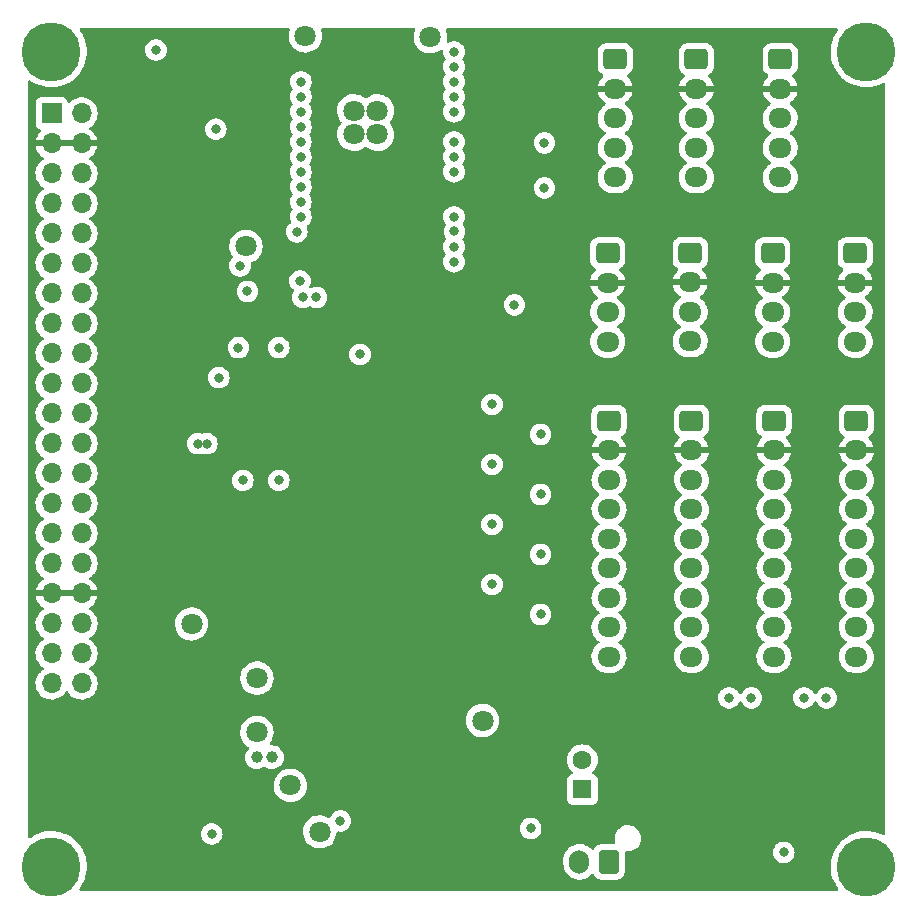
<source format=gbr>
%TF.GenerationSoftware,KiCad,Pcbnew,(6.0.1)*%
%TF.CreationDate,2023-01-03T02:24:04-08:00*%
%TF.ProjectId,ESP32 Dev Carrier - R1,45535033-3220-4446-9576-204361727269,rev?*%
%TF.SameCoordinates,Original*%
%TF.FileFunction,Copper,L3,Inr*%
%TF.FilePolarity,Positive*%
%FSLAX46Y46*%
G04 Gerber Fmt 4.6, Leading zero omitted, Abs format (unit mm)*
G04 Created by KiCad (PCBNEW (6.0.1)) date 2023-01-03 02:24:04*
%MOMM*%
%LPD*%
G01*
G04 APERTURE LIST*
G04 Aperture macros list*
%AMRoundRect*
0 Rectangle with rounded corners*
0 $1 Rounding radius*
0 $2 $3 $4 $5 $6 $7 $8 $9 X,Y pos of 4 corners*
0 Add a 4 corners polygon primitive as box body*
4,1,4,$2,$3,$4,$5,$6,$7,$8,$9,$2,$3,0*
0 Add four circle primitives for the rounded corners*
1,1,$1+$1,$2,$3*
1,1,$1+$1,$4,$5*
1,1,$1+$1,$6,$7*
1,1,$1+$1,$8,$9*
0 Add four rect primitives between the rounded corners*
20,1,$1+$1,$2,$3,$4,$5,0*
20,1,$1+$1,$4,$5,$6,$7,0*
20,1,$1+$1,$6,$7,$8,$9,0*
20,1,$1+$1,$8,$9,$2,$3,0*%
G04 Aperture macros list end*
%TA.AperFunction,ComponentPad*%
%ADD10RoundRect,0.250000X-0.725000X0.600000X-0.725000X-0.600000X0.725000X-0.600000X0.725000X0.600000X0*%
%TD*%
%TA.AperFunction,ComponentPad*%
%ADD11O,1.950000X1.700000*%
%TD*%
%TA.AperFunction,ComponentPad*%
%ADD12R,1.600000X1.600000*%
%TD*%
%TA.AperFunction,ComponentPad*%
%ADD13C,1.600000*%
%TD*%
%TA.AperFunction,ComponentPad*%
%ADD14C,0.800000*%
%TD*%
%TA.AperFunction,ComponentPad*%
%ADD15C,5.000000*%
%TD*%
%TA.AperFunction,ComponentPad*%
%ADD16RoundRect,0.250000X0.600000X0.750000X-0.600000X0.750000X-0.600000X-0.750000X0.600000X-0.750000X0*%
%TD*%
%TA.AperFunction,ComponentPad*%
%ADD17O,1.700000X2.000000*%
%TD*%
%TA.AperFunction,ComponentPad*%
%ADD18R,1.700000X1.700000*%
%TD*%
%TA.AperFunction,ComponentPad*%
%ADD19O,1.700000X1.700000*%
%TD*%
%TA.AperFunction,ViaPad*%
%ADD20C,1.800000*%
%TD*%
%TA.AperFunction,ViaPad*%
%ADD21C,0.800000*%
%TD*%
%TA.AperFunction,ViaPad*%
%ADD22C,1.000000*%
%TD*%
G04 APERTURE END LIST*
D10*
%TO.N,+5V*%
%TO.C,J4*%
X64704988Y-3643100D03*
D11*
%TO.N,+3V3*%
X64704988Y-6143100D03*
%TO.N,Net-(D2-Pad1)*%
X64704988Y-8643100D03*
%TO.N,Net-(D2-Pad2)*%
X64704988Y-11143100D03*
%TO.N,GND*%
X64704988Y-13643100D03*
%TD*%
D10*
%TO.N,+5V*%
%TO.C,J6*%
X50734988Y-3643100D03*
D11*
%TO.N,+3V3*%
X50734988Y-6143100D03*
%TO.N,Net-(D2-Pad1)*%
X50734988Y-8643100D03*
%TO.N,Net-(D2-Pad2)*%
X50734988Y-11143100D03*
%TO.N,GND*%
X50734988Y-13643100D03*
%TD*%
D10*
%TO.N,+5V*%
%TO.C,J5*%
X57609988Y-3643100D03*
D11*
%TO.N,+3V3*%
X57609988Y-6143100D03*
%TO.N,Net-(D2-Pad1)*%
X57609988Y-8643100D03*
%TO.N,Net-(D2-Pad2)*%
X57609988Y-11143100D03*
%TO.N,GND*%
X57609988Y-13643100D03*
%TD*%
D12*
%TO.N,VCC*%
%TO.C,C1*%
X47962653Y-65459100D03*
D13*
%TO.N,GND*%
X47962653Y-62959100D03*
%TD*%
D14*
%TO.N,N/C*%
%TO.C,H2*%
X3000000Y-70125000D03*
D15*
X3000000Y-72000000D03*
D14*
X3000000Y-73875000D03*
X4875000Y-72000000D03*
X4325825Y-70674175D03*
X1125000Y-72000000D03*
X1674175Y-73325825D03*
X4325825Y-73325825D03*
X1674175Y-70674175D03*
%TD*%
%TO.N,N/C*%
%TO.C,H3*%
X72000000Y-1125000D03*
X70674175Y-4325825D03*
D15*
X72000000Y-3000000D03*
D14*
X73325825Y-4325825D03*
X72000000Y-4875000D03*
X70674175Y-1674175D03*
X70125000Y-3000000D03*
X73325825Y-1674175D03*
X73875000Y-3000000D03*
%TD*%
D10*
%TO.N,+5V*%
%TO.C,J13*%
X71054988Y-20053100D03*
D11*
%TO.N,+3V3*%
X71054988Y-22553100D03*
%TO.N,Net-(D17-Pad3)*%
X71054988Y-25053100D03*
%TO.N,GND*%
X71054988Y-27553100D03*
%TD*%
D10*
%TO.N,+5V*%
%TO.C,J8*%
X57194988Y-34243100D03*
D11*
%TO.N,+3V3*%
X57194988Y-36743100D03*
%TO.N,Net-(D15-Pad3)*%
X57194988Y-39243100D03*
%TO.N,Net-(D14-Pad3)*%
X57194988Y-41743100D03*
%TO.N,Net-(D10-Pad3)*%
X57194988Y-44243100D03*
%TO.N,Net-(D9-Pad3)*%
X57194988Y-46743100D03*
%TO.N,Net-(D6-Pad3)*%
X57194988Y-49243100D03*
%TO.N,Net-(D5-Pad3)*%
X57194988Y-51743100D03*
%TO.N,GND*%
X57194988Y-54243100D03*
%TD*%
D16*
%TO.N,GND*%
%TO.C,J1*%
X50208653Y-71589100D03*
D17*
%TO.N,VCC*%
X47708653Y-71589100D03*
%TD*%
D14*
%TO.N,N/C*%
%TO.C,H1*%
X4325825Y-4325825D03*
X3000000Y-1125000D03*
X4325825Y-1674175D03*
X1674175Y-1674175D03*
D15*
X3000000Y-3000000D03*
D14*
X4875000Y-3000000D03*
X1674175Y-4325825D03*
X1125000Y-3000000D03*
X3000000Y-4875000D03*
%TD*%
D10*
%TO.N,+5V*%
%TO.C,J9*%
X64179988Y-34243100D03*
D11*
%TO.N,+3V3*%
X64179988Y-36743100D03*
%TO.N,Net-(D11-Pad3)*%
X64179988Y-39243100D03*
%TO.N,Net-(D13-Pad3)*%
X64179988Y-41743100D03*
%TO.N,Net-(D10-Pad3)*%
X64179988Y-44243100D03*
%TO.N,Net-(D9-Pad3)*%
X64179988Y-46743100D03*
%TO.N,Net-(D6-Pad3)*%
X64179988Y-49243100D03*
%TO.N,Net-(D5-Pad3)*%
X64179988Y-51743100D03*
%TO.N,GND*%
X64179988Y-54243100D03*
%TD*%
D18*
%TO.N,GND*%
%TO.C,J3*%
X3014988Y-8233100D03*
D19*
X5554988Y-8233100D03*
%TO.N,+3V3*%
X3014988Y-10773100D03*
X5554988Y-10773100D03*
%TO.N,GND*%
X3014988Y-13313100D03*
X5554988Y-13313100D03*
%TO.N,Net-(J3-Pad7)*%
X3014988Y-15853100D03*
%TO.N,Net-(J3-Pad8)*%
X5554988Y-15853100D03*
%TO.N,Net-(D15-Pad3)*%
X3014988Y-18393100D03*
%TO.N,Net-(D14-Pad3)*%
X5554988Y-18393100D03*
%TO.N,Net-(D10-Pad3)*%
X3014988Y-20933100D03*
%TO.N,Net-(D9-Pad3)*%
X5554988Y-20933100D03*
%TO.N,Net-(D6-Pad3)*%
X3014988Y-23473100D03*
%TO.N,Net-(D5-Pad3)*%
X5554988Y-23473100D03*
%TO.N,Net-(J3-Pad15)*%
X3014988Y-26013100D03*
%TO.N,Net-(J3-Pad16)*%
X5554988Y-26013100D03*
%TO.N,Net-(J3-Pad17)*%
X3014988Y-28553100D03*
%TO.N,Net-(J3-Pad18)*%
X5554988Y-28553100D03*
%TO.N,Net-(J3-Pad19)*%
X3014988Y-31093100D03*
%TO.N,Net-(D2-Pad1)*%
X5554988Y-31093100D03*
%TO.N,/MISO*%
X3014988Y-33633100D03*
%TO.N,/MOSI*%
X5554988Y-33633100D03*
%TO.N,Net-(D2-Pad2)*%
X3014988Y-36173100D03*
%TO.N,Net-(D16-Pad3)*%
X5554988Y-36173100D03*
%TO.N,Net-(D17-Pad3)*%
X3014988Y-38713100D03*
%TO.N,Net-(D11-Pad3)*%
X5554988Y-38713100D03*
%TO.N,/IO4*%
X3014988Y-41253100D03*
%TO.N,/PROG*%
X5554988Y-41253100D03*
%TO.N,/IO2*%
X3014988Y-43793100D03*
%TO.N,Net-(D13-Pad3)*%
X5554988Y-43793100D03*
%TO.N,GND*%
X3014988Y-46333100D03*
X5554988Y-46333100D03*
%TO.N,+3V3*%
X3014988Y-48873100D03*
X5554988Y-48873100D03*
%TO.N,+5V*%
X3014988Y-51413100D03*
X5554988Y-51413100D03*
%TO.N,VCC*%
X3014988Y-53953100D03*
X5554988Y-53953100D03*
%TO.N,GND*%
X3014988Y-56493100D03*
X5554988Y-56493100D03*
%TD*%
D10*
%TO.N,+5V*%
%TO.C,J14*%
X64069988Y-20053100D03*
D11*
%TO.N,+3V3*%
X64069988Y-22553100D03*
%TO.N,Net-(D17-Pad3)*%
X64069988Y-25053100D03*
%TO.N,GND*%
X64069988Y-27553100D03*
%TD*%
D10*
%TO.N,+5V*%
%TO.C,J7*%
X50209988Y-34243100D03*
D11*
%TO.N,+3V3*%
X50209988Y-36743100D03*
%TO.N,Net-(D15-Pad3)*%
X50209988Y-39243100D03*
%TO.N,Net-(D14-Pad3)*%
X50209988Y-41743100D03*
%TO.N,Net-(D10-Pad3)*%
X50209988Y-44243100D03*
%TO.N,Net-(D9-Pad3)*%
X50209988Y-46743100D03*
%TO.N,Net-(D6-Pad3)*%
X50209988Y-49243100D03*
%TO.N,Net-(D5-Pad3)*%
X50209988Y-51743100D03*
%TO.N,GND*%
X50209988Y-54243100D03*
%TD*%
D10*
%TO.N,+5V*%
%TO.C,J11*%
X50099988Y-20053100D03*
D11*
%TO.N,+3V3*%
X50099988Y-22553100D03*
%TO.N,Net-(D16-Pad3)*%
X50099988Y-25053100D03*
%TO.N,GND*%
X50099988Y-27553100D03*
%TD*%
D10*
%TO.N,+5V*%
%TO.C,J10*%
X71164988Y-34243100D03*
D11*
%TO.N,+3V3*%
X71164988Y-36743100D03*
%TO.N,Net-(D11-Pad3)*%
X71164988Y-39243100D03*
%TO.N,Net-(D13-Pad3)*%
X71164988Y-41743100D03*
%TO.N,Net-(D10-Pad3)*%
X71164988Y-44243100D03*
%TO.N,Net-(D9-Pad3)*%
X71164988Y-46743100D03*
%TO.N,Net-(D6-Pad3)*%
X71164988Y-49243100D03*
%TO.N,Net-(D5-Pad3)*%
X71164988Y-51743100D03*
%TO.N,GND*%
X71164988Y-54243100D03*
%TD*%
D10*
%TO.N,+5V*%
%TO.C,J12*%
X57084988Y-20033100D03*
D11*
%TO.N,+3V3*%
X57084988Y-22533100D03*
%TO.N,Net-(D16-Pad3)*%
X57084988Y-25033100D03*
%TO.N,GND*%
X57084988Y-27533100D03*
%TD*%
D14*
%TO.N,N/C*%
%TO.C,H4*%
X70674175Y-73325825D03*
X70125000Y-72000000D03*
X70674175Y-70674175D03*
D15*
X72000000Y-72000000D03*
D14*
X73875000Y-72000000D03*
X73325825Y-73325825D03*
X73325825Y-70674175D03*
X72000000Y-70125000D03*
X72000000Y-73875000D03*
%TD*%
D20*
%TO.N,GND*%
X14878153Y-51449535D03*
D21*
%TO.N,+3V3*%
X43859988Y-24438100D03*
%TO.N,/PROG*%
X29127988Y-28629100D03*
X24047988Y-22406100D03*
%TO.N,+3V3*%
X54463988Y-70908100D03*
%TO.N,Net-(D13-Pad3)*%
X66719988Y-57712100D03*
%TO.N,GND*%
X65005988Y-70793100D03*
%TO.N,/MISO*%
X37088616Y-5550000D03*
%TO.N,+3V3*%
X44416488Y-42683100D03*
%TO.N,GND*%
X44416488Y-40483100D03*
X40303988Y-48103100D03*
%TO.N,+3V3*%
X40303988Y-50303100D03*
X70719988Y-7102100D03*
X42208988Y-29518100D03*
%TO.N,GND*%
X40303988Y-32863100D03*
X40303988Y-43023100D03*
%TO.N,+3V3*%
X40303988Y-45223100D03*
%TO.N,Net-(D11-Pad3)*%
X68624988Y-57712100D03*
%TO.N,Net-(D15-Pad3)*%
X62274988Y-57712100D03*
%TO.N,+3V3*%
X70085988Y-60823100D03*
%TO.N,GND*%
X44416488Y-50643100D03*
X40303988Y-37943100D03*
%TO.N,+3V3*%
X40303988Y-40143100D03*
X44416488Y-52843100D03*
%TO.N,GND*%
X42208988Y-24438100D03*
%TO.N,+3V3*%
X63735988Y-60823100D03*
%TO.N,Net-(D14-Pad3)*%
X60369988Y-57712100D03*
D20*
%TO.N,GND*%
X35088616Y-1745000D03*
X30608616Y-8000000D03*
X25726988Y-69051100D03*
D21*
%TO.N,+3V3*%
X18790616Y-34073000D03*
%TO.N,/USB Interface/RTS*%
X18832616Y-28067000D03*
%TO.N,Net-(D10-Pad3)*%
X24128616Y-10635000D03*
%TO.N,Net-(J3-Pad15)*%
X24128616Y-15715000D03*
%TO.N,Net-(J3-Pad19)*%
X37088616Y-3010000D03*
%TO.N,Net-(D2-Pad2)*%
X37088616Y-8090000D03*
%TO.N,Net-(D9-Pad3)*%
X24128616Y-11905000D03*
D20*
%TO.N,+5V*%
X23226988Y-65126100D03*
D22*
%TO.N,GND*%
X20416653Y-62741535D03*
D21*
%TO.N,Net-(D6-Pad3)*%
X24128616Y-13175000D03*
%TO.N,Net-(D16-Pad3)*%
X37088616Y-10635000D03*
%TO.N,Net-(D17-Pad3)*%
X37088616Y-11900000D03*
%TO.N,Net-(D11-Pad3)*%
X37088616Y-13170000D03*
D20*
%TO.N,GND*%
X19475988Y-19485100D03*
X28608616Y-8000000D03*
X20403653Y-56035535D03*
D21*
%TO.N,/MOSI*%
X25444988Y-23803100D03*
%TO.N,Net-(J3-Pad7)*%
X24128616Y-5550000D03*
%TO.N,/MISO*%
X24301988Y-23803100D03*
%TO.N,/IO4*%
X37088616Y-16980000D03*
D20*
%TO.N,GND*%
X39503653Y-59636100D03*
D21*
X19208616Y-39293000D03*
%TO.N,+5V*%
X27476988Y-68126100D03*
D22*
%TO.N,GND*%
X21673653Y-62741535D03*
D21*
X11857616Y-2848100D03*
X16922616Y-9550000D03*
X22256616Y-39293000D03*
D20*
X30608616Y-10000000D03*
D21*
%TO.N,+3V3*%
X44130988Y-6738100D03*
D20*
X26607616Y-3015000D03*
D21*
%TO.N,/PROG*%
X19602988Y-23295100D03*
%TO.N,GND*%
X16160616Y-36195000D03*
%TO.N,Net-(J3-Pad8)*%
X24128616Y-6820000D03*
%TO.N,GND*%
X15398616Y-36195000D03*
D20*
X24495940Y-1664990D03*
D21*
%TO.N,/PROG*%
X37120616Y-18215100D03*
%TO.N,GND*%
X17176616Y-30607000D03*
%TO.N,Net-(D14-Pad3)*%
X24128616Y-9365000D03*
%TO.N,Net-(D5-Pad3)*%
X24128616Y-14445000D03*
%TO.N,Net-(J3-Pad16)*%
X24128616Y-16985000D03*
%TO.N,Net-(D15-Pad3)*%
X24128616Y-8095000D03*
%TO.N,/USB Interface/RTS*%
X22256616Y-28067000D03*
%TO.N,Net-(J3-Pad17)*%
X23780616Y-18255000D03*
%TO.N,Net-(J3-Pad18)*%
X18967988Y-21136100D03*
D20*
%TO.N,GND*%
X28608616Y-10000000D03*
D21*
X16579988Y-69235100D03*
D20*
%TO.N,+3V3*%
X21255153Y-51449535D03*
D21*
X20732616Y-39293000D03*
%TO.N,+5V*%
X43577653Y-68761100D03*
D20*
X20403653Y-60635535D03*
D21*
%TO.N,Net-(D2-Pad1)*%
X37088616Y-4280000D03*
%TO.N,Net-(D13-Pad3)*%
X37088616Y-20790000D03*
%TO.N,/IO2*%
X37088616Y-19520000D03*
%TO.N,/MOSI*%
X37088616Y-6820000D03*
%TO.N,GND*%
X44416488Y-45563100D03*
%TO.N,+3V3*%
X44416488Y-47763100D03*
%TO.N,GND*%
X44748988Y-10722100D03*
%TO.N,+3V3*%
X44748988Y-12922100D03*
X40303988Y-35063100D03*
%TO.N,GND*%
X44416488Y-35403100D03*
%TO.N,+3V3*%
X44416488Y-37603100D03*
%TO.N,GND*%
X44748988Y-14532100D03*
%TO.N,+3V3*%
X44748988Y-16732100D03*
%TD*%
%TA.AperFunction,Conductor*%
%TO.N,+3V3*%
G36*
X23122610Y-1020002D02*
G01*
X23169103Y-1073658D01*
X23179207Y-1143932D01*
X23172739Y-1169509D01*
X23171719Y-1172281D01*
X23169542Y-1176971D01*
X23168162Y-1181949D01*
X23168160Y-1181953D01*
X23140085Y-1283190D01*
X23107647Y-1400159D01*
X23083035Y-1630459D01*
X23083332Y-1635612D01*
X23083332Y-1635615D01*
X23089007Y-1734031D01*
X23096367Y-1861687D01*
X23097504Y-1866733D01*
X23097505Y-1866739D01*
X23122093Y-1975841D01*
X23147286Y-2087632D01*
X23149228Y-2092414D01*
X23149229Y-2092418D01*
X23231328Y-2294602D01*
X23234424Y-2302227D01*
X23355441Y-2499709D01*
X23507087Y-2674774D01*
X23598754Y-2750877D01*
X23674538Y-2813794D01*
X23685289Y-2822720D01*
X23885262Y-2939574D01*
X24101634Y-3022199D01*
X24106700Y-3023230D01*
X24106701Y-3023230D01*
X24147178Y-3031465D01*
X24328596Y-3068375D01*
X24459264Y-3073166D01*
X24554889Y-3076673D01*
X24554893Y-3076673D01*
X24560053Y-3076862D01*
X24565173Y-3076206D01*
X24565175Y-3076206D01*
X24638210Y-3066850D01*
X24789787Y-3047432D01*
X24794735Y-3045947D01*
X24794742Y-3045946D01*
X25006687Y-2982359D01*
X25011630Y-2980876D01*
X25016264Y-2978606D01*
X25214989Y-2881252D01*
X25214992Y-2881250D01*
X25219624Y-2878981D01*
X25408183Y-2744484D01*
X25572243Y-2580995D01*
X25581041Y-2568752D01*
X25624991Y-2507588D01*
X25707398Y-2392907D01*
X25712672Y-2382237D01*
X25807724Y-2189912D01*
X25807725Y-2189910D01*
X25810018Y-2185270D01*
X25877348Y-1963661D01*
X25907580Y-1734031D01*
X25908281Y-1705336D01*
X25909185Y-1668355D01*
X25909185Y-1668351D01*
X25909267Y-1664990D01*
X25894072Y-1480169D01*
X25890713Y-1439308D01*
X25890712Y-1439302D01*
X25890289Y-1434157D01*
X25845786Y-1256981D01*
X25835124Y-1214534D01*
X25835123Y-1214530D01*
X25833865Y-1209523D01*
X25819394Y-1176242D01*
X25810574Y-1105796D01*
X25841241Y-1041764D01*
X25901657Y-1004476D01*
X25934944Y-1000000D01*
X33684104Y-1000000D01*
X33752225Y-1020002D01*
X33798718Y-1073658D01*
X33808822Y-1143932D01*
X33798391Y-1179051D01*
X33764394Y-1252290D01*
X33764388Y-1252306D01*
X33762218Y-1256981D01*
X33700323Y-1480169D01*
X33675711Y-1710469D01*
X33676008Y-1715622D01*
X33676008Y-1715625D01*
X33681683Y-1814041D01*
X33689043Y-1941697D01*
X33690180Y-1946743D01*
X33690181Y-1946749D01*
X33715024Y-2056982D01*
X33739962Y-2167642D01*
X33741904Y-2172424D01*
X33741905Y-2172428D01*
X33799966Y-2315415D01*
X33827100Y-2382237D01*
X33948117Y-2579719D01*
X34099763Y-2754784D01*
X34277965Y-2902730D01*
X34477938Y-3019584D01*
X34694310Y-3102209D01*
X34699376Y-3103240D01*
X34699377Y-3103240D01*
X34752462Y-3114040D01*
X34921272Y-3148385D01*
X35051940Y-3153176D01*
X35147565Y-3156683D01*
X35147569Y-3156683D01*
X35152729Y-3156872D01*
X35157849Y-3156216D01*
X35157851Y-3156216D01*
X35230886Y-3146860D01*
X35382463Y-3127442D01*
X35387411Y-3125957D01*
X35387418Y-3125956D01*
X35599363Y-3062369D01*
X35604306Y-3060886D01*
X35631769Y-3047432D01*
X35807665Y-2961262D01*
X35807668Y-2961260D01*
X35812300Y-2958991D01*
X35982597Y-2837520D01*
X36049670Y-2814246D01*
X36118679Y-2830930D01*
X36167713Y-2882274D01*
X36181075Y-2953268D01*
X36175112Y-3010000D01*
X36175802Y-3016565D01*
X36189677Y-3148574D01*
X36195074Y-3199928D01*
X36254089Y-3381556D01*
X36349576Y-3546944D01*
X36361954Y-3560691D01*
X36392670Y-3624697D01*
X36383906Y-3695150D01*
X36361955Y-3729307D01*
X36349576Y-3743056D01*
X36254089Y-3908444D01*
X36195074Y-4090072D01*
X36194384Y-4096633D01*
X36194384Y-4096635D01*
X36183852Y-4196844D01*
X36175112Y-4280000D01*
X36195074Y-4469928D01*
X36254089Y-4651556D01*
X36349576Y-4816944D01*
X36361954Y-4830691D01*
X36392670Y-4894697D01*
X36383906Y-4965150D01*
X36361955Y-4999307D01*
X36349576Y-5013056D01*
X36254089Y-5178444D01*
X36195074Y-5360072D01*
X36175112Y-5550000D01*
X36175802Y-5556565D01*
X36192411Y-5714587D01*
X36195074Y-5739928D01*
X36254089Y-5921556D01*
X36257392Y-5927278D01*
X36257393Y-5927279D01*
X36291302Y-5986010D01*
X36349576Y-6086944D01*
X36361954Y-6100691D01*
X36392670Y-6164697D01*
X36383906Y-6235150D01*
X36361955Y-6269307D01*
X36349576Y-6283056D01*
X36346275Y-6288774D01*
X36258468Y-6440860D01*
X36254089Y-6448444D01*
X36195074Y-6630072D01*
X36194384Y-6636633D01*
X36194384Y-6636635D01*
X36187777Y-6699496D01*
X36175112Y-6820000D01*
X36175802Y-6826565D01*
X36193215Y-6992237D01*
X36195074Y-7009928D01*
X36254089Y-7191556D01*
X36349576Y-7356944D01*
X36361954Y-7370691D01*
X36392670Y-7434697D01*
X36383906Y-7505150D01*
X36361955Y-7539307D01*
X36349576Y-7553056D01*
X36254089Y-7718444D01*
X36195074Y-7900072D01*
X36194384Y-7906633D01*
X36194384Y-7906635D01*
X36187659Y-7970625D01*
X36175112Y-8090000D01*
X36175802Y-8096565D01*
X36192615Y-8256528D01*
X36195074Y-8279928D01*
X36254089Y-8461556D01*
X36349576Y-8626944D01*
X36353994Y-8631851D01*
X36353995Y-8631852D01*
X36366454Y-8645689D01*
X36477363Y-8768866D01*
X36566701Y-8833774D01*
X36624882Y-8876045D01*
X36631864Y-8881118D01*
X36637892Y-8883802D01*
X36637894Y-8883803D01*
X36800297Y-8956109D01*
X36806328Y-8958794D01*
X36899728Y-8978647D01*
X36986672Y-8997128D01*
X36986677Y-8997128D01*
X36993129Y-8998500D01*
X37184103Y-8998500D01*
X37190555Y-8997128D01*
X37190560Y-8997128D01*
X37277504Y-8978647D01*
X37370904Y-8958794D01*
X37376935Y-8956109D01*
X37539338Y-8883803D01*
X37539340Y-8883802D01*
X37545368Y-8881118D01*
X37552351Y-8876045D01*
X37610531Y-8833774D01*
X37699869Y-8768866D01*
X37810778Y-8645689D01*
X37823237Y-8631852D01*
X37823238Y-8631851D01*
X37827656Y-8626944D01*
X37923143Y-8461556D01*
X37982158Y-8279928D01*
X37984618Y-8256528D01*
X38001430Y-8096565D01*
X38002120Y-8090000D01*
X37989573Y-7970625D01*
X37982848Y-7906635D01*
X37982848Y-7906633D01*
X37982158Y-7900072D01*
X37923143Y-7718444D01*
X37827656Y-7553056D01*
X37815278Y-7539309D01*
X37784562Y-7475303D01*
X37793326Y-7404850D01*
X37815277Y-7370693D01*
X37827656Y-7356944D01*
X37923143Y-7191556D01*
X37982158Y-7009928D01*
X37984018Y-6992237D01*
X38001430Y-6826565D01*
X38002120Y-6820000D01*
X37989455Y-6699496D01*
X37982848Y-6636635D01*
X37982848Y-6636633D01*
X37982158Y-6630072D01*
X37923143Y-6448444D01*
X37918765Y-6440860D01*
X37830957Y-6288774D01*
X37827656Y-6283056D01*
X37815278Y-6269309D01*
X37784562Y-6205303D01*
X37793326Y-6134850D01*
X37815277Y-6100693D01*
X37827656Y-6086944D01*
X37885930Y-5986010D01*
X37919839Y-5927279D01*
X37919840Y-5927278D01*
X37923143Y-5921556D01*
X37982158Y-5739928D01*
X37984822Y-5714587D01*
X38001430Y-5556565D01*
X38002120Y-5550000D01*
X37982158Y-5360072D01*
X37923143Y-5178444D01*
X37827656Y-5013056D01*
X37815278Y-4999309D01*
X37784562Y-4935303D01*
X37793326Y-4864850D01*
X37815277Y-4830693D01*
X37827656Y-4816944D01*
X37923143Y-4651556D01*
X37982158Y-4469928D01*
X38000701Y-4293500D01*
X49251488Y-4293500D01*
X49262462Y-4399266D01*
X49264643Y-4405802D01*
X49264643Y-4405804D01*
X49308716Y-4537906D01*
X49318438Y-4567046D01*
X49411510Y-4717448D01*
X49536685Y-4842405D01*
X49682246Y-4932130D01*
X49682768Y-4932452D01*
X49730261Y-4985224D01*
X49741685Y-5055296D01*
X49713411Y-5120420D01*
X49703624Y-5130882D01*
X49593082Y-5236334D01*
X49586047Y-5244286D01*
X49454847Y-5420625D01*
X49449243Y-5429662D01*
X49349631Y-5625584D01*
X49345631Y-5635435D01*
X49280454Y-5845340D01*
X49278171Y-5855724D01*
X49276127Y-5871143D01*
X49278323Y-5885307D01*
X49291510Y-5889100D01*
X52176180Y-5889100D01*
X52189711Y-5885127D01*
X52191236Y-5874520D01*
X52166511Y-5756679D01*
X52163451Y-5746483D01*
X52082725Y-5542071D01*
X52077994Y-5532539D01*
X51963972Y-5344638D01*
X51957708Y-5336048D01*
X51813661Y-5170048D01*
X51806032Y-5162630D01*
X51774419Y-5136709D01*
X51734424Y-5078049D01*
X51732492Y-5007079D01*
X51769236Y-4946330D01*
X51788006Y-4932130D01*
X51928108Y-4845432D01*
X51934336Y-4841578D01*
X52059293Y-4716403D01*
X52095738Y-4657279D01*
X52148263Y-4572068D01*
X52148264Y-4572066D01*
X52152103Y-4565838D01*
X52207785Y-4397961D01*
X52218488Y-4293500D01*
X56126488Y-4293500D01*
X56137462Y-4399266D01*
X56139643Y-4405802D01*
X56139643Y-4405804D01*
X56183716Y-4537906D01*
X56193438Y-4567046D01*
X56286510Y-4717448D01*
X56411685Y-4842405D01*
X56557246Y-4932130D01*
X56557768Y-4932452D01*
X56605261Y-4985224D01*
X56616685Y-5055296D01*
X56588411Y-5120420D01*
X56578624Y-5130882D01*
X56468082Y-5236334D01*
X56461047Y-5244286D01*
X56329847Y-5420625D01*
X56324243Y-5429662D01*
X56224631Y-5625584D01*
X56220631Y-5635435D01*
X56155454Y-5845340D01*
X56153171Y-5855724D01*
X56151127Y-5871143D01*
X56153323Y-5885307D01*
X56166510Y-5889100D01*
X59051180Y-5889100D01*
X59064711Y-5885127D01*
X59066236Y-5874520D01*
X59041511Y-5756679D01*
X59038451Y-5746483D01*
X58957725Y-5542071D01*
X58952994Y-5532539D01*
X58838972Y-5344638D01*
X58832708Y-5336048D01*
X58688661Y-5170048D01*
X58681032Y-5162630D01*
X58649419Y-5136709D01*
X58609424Y-5078049D01*
X58607492Y-5007079D01*
X58644236Y-4946330D01*
X58663006Y-4932130D01*
X58803108Y-4845432D01*
X58809336Y-4841578D01*
X58934293Y-4716403D01*
X58970738Y-4657279D01*
X59023263Y-4572068D01*
X59023264Y-4572066D01*
X59027103Y-4565838D01*
X59082785Y-4397961D01*
X59093488Y-4293500D01*
X63221488Y-4293500D01*
X63232462Y-4399266D01*
X63234643Y-4405802D01*
X63234643Y-4405804D01*
X63278716Y-4537906D01*
X63288438Y-4567046D01*
X63381510Y-4717448D01*
X63506685Y-4842405D01*
X63652246Y-4932130D01*
X63652768Y-4932452D01*
X63700261Y-4985224D01*
X63711685Y-5055296D01*
X63683411Y-5120420D01*
X63673624Y-5130882D01*
X63563082Y-5236334D01*
X63556047Y-5244286D01*
X63424847Y-5420625D01*
X63419243Y-5429662D01*
X63319631Y-5625584D01*
X63315631Y-5635435D01*
X63250454Y-5845340D01*
X63248171Y-5855724D01*
X63246127Y-5871143D01*
X63248323Y-5885307D01*
X63261510Y-5889100D01*
X66146180Y-5889100D01*
X66159711Y-5885127D01*
X66161236Y-5874520D01*
X66136511Y-5756679D01*
X66133451Y-5746483D01*
X66052725Y-5542071D01*
X66047994Y-5532539D01*
X65933972Y-5344638D01*
X65927708Y-5336048D01*
X65783661Y-5170048D01*
X65776032Y-5162630D01*
X65744419Y-5136709D01*
X65704424Y-5078049D01*
X65702492Y-5007079D01*
X65739236Y-4946330D01*
X65758006Y-4932130D01*
X65898108Y-4845432D01*
X65904336Y-4841578D01*
X66029293Y-4716403D01*
X66065738Y-4657279D01*
X66118263Y-4572068D01*
X66118264Y-4572066D01*
X66122103Y-4565838D01*
X66177785Y-4397961D01*
X66188488Y-4293500D01*
X66188488Y-2992700D01*
X66185226Y-2961262D01*
X66178226Y-2893792D01*
X66178225Y-2893788D01*
X66177514Y-2886934D01*
X66173861Y-2875983D01*
X66123856Y-2726102D01*
X66121538Y-2719154D01*
X66028466Y-2568752D01*
X65903291Y-2443795D01*
X65827548Y-2397106D01*
X65758956Y-2354825D01*
X65758954Y-2354824D01*
X65752726Y-2350985D01*
X65624215Y-2308360D01*
X65591377Y-2297468D01*
X65591375Y-2297468D01*
X65584849Y-2295303D01*
X65578013Y-2294603D01*
X65578010Y-2294602D01*
X65534957Y-2290191D01*
X65480388Y-2284600D01*
X63929588Y-2284600D01*
X63926342Y-2284937D01*
X63926338Y-2284937D01*
X63830680Y-2294862D01*
X63830676Y-2294863D01*
X63823822Y-2295574D01*
X63817286Y-2297755D01*
X63817284Y-2297755D01*
X63764351Y-2315415D01*
X63656042Y-2351550D01*
X63505640Y-2444622D01*
X63380683Y-2569797D01*
X63376843Y-2576027D01*
X63376842Y-2576028D01*
X63313939Y-2678076D01*
X63287873Y-2720362D01*
X63285569Y-2727309D01*
X63253923Y-2822720D01*
X63232191Y-2888239D01*
X63221488Y-2992700D01*
X63221488Y-4293500D01*
X59093488Y-4293500D01*
X59093488Y-2992700D01*
X59090226Y-2961262D01*
X59083226Y-2893792D01*
X59083225Y-2893788D01*
X59082514Y-2886934D01*
X59078861Y-2875983D01*
X59028856Y-2726102D01*
X59026538Y-2719154D01*
X58933466Y-2568752D01*
X58808291Y-2443795D01*
X58732548Y-2397106D01*
X58663956Y-2354825D01*
X58663954Y-2354824D01*
X58657726Y-2350985D01*
X58529215Y-2308360D01*
X58496377Y-2297468D01*
X58496375Y-2297468D01*
X58489849Y-2295303D01*
X58483013Y-2294603D01*
X58483010Y-2294602D01*
X58439957Y-2290191D01*
X58385388Y-2284600D01*
X56834588Y-2284600D01*
X56831342Y-2284937D01*
X56831338Y-2284937D01*
X56735680Y-2294862D01*
X56735676Y-2294863D01*
X56728822Y-2295574D01*
X56722286Y-2297755D01*
X56722284Y-2297755D01*
X56669351Y-2315415D01*
X56561042Y-2351550D01*
X56410640Y-2444622D01*
X56285683Y-2569797D01*
X56281843Y-2576027D01*
X56281842Y-2576028D01*
X56218939Y-2678076D01*
X56192873Y-2720362D01*
X56190569Y-2727309D01*
X56158923Y-2822720D01*
X56137191Y-2888239D01*
X56126488Y-2992700D01*
X56126488Y-4293500D01*
X52218488Y-4293500D01*
X52218488Y-2992700D01*
X52215226Y-2961262D01*
X52208226Y-2893792D01*
X52208225Y-2893788D01*
X52207514Y-2886934D01*
X52203861Y-2875983D01*
X52153856Y-2726102D01*
X52151538Y-2719154D01*
X52058466Y-2568752D01*
X51933291Y-2443795D01*
X51857548Y-2397106D01*
X51788956Y-2354825D01*
X51788954Y-2354824D01*
X51782726Y-2350985D01*
X51654215Y-2308360D01*
X51621377Y-2297468D01*
X51621375Y-2297468D01*
X51614849Y-2295303D01*
X51608013Y-2294603D01*
X51608010Y-2294602D01*
X51564957Y-2290191D01*
X51510388Y-2284600D01*
X49959588Y-2284600D01*
X49956342Y-2284937D01*
X49956338Y-2284937D01*
X49860680Y-2294862D01*
X49860676Y-2294863D01*
X49853822Y-2295574D01*
X49847286Y-2297755D01*
X49847284Y-2297755D01*
X49794351Y-2315415D01*
X49686042Y-2351550D01*
X49535640Y-2444622D01*
X49410683Y-2569797D01*
X49406843Y-2576027D01*
X49406842Y-2576028D01*
X49343939Y-2678076D01*
X49317873Y-2720362D01*
X49315569Y-2727309D01*
X49283923Y-2822720D01*
X49262191Y-2888239D01*
X49251488Y-2992700D01*
X49251488Y-4293500D01*
X38000701Y-4293500D01*
X38002120Y-4280000D01*
X37993380Y-4196844D01*
X37982848Y-4096635D01*
X37982848Y-4096633D01*
X37982158Y-4090072D01*
X37923143Y-3908444D01*
X37827656Y-3743056D01*
X37815278Y-3729309D01*
X37784562Y-3665303D01*
X37793326Y-3594850D01*
X37815277Y-3560693D01*
X37827656Y-3546944D01*
X37923143Y-3381556D01*
X37982158Y-3199928D01*
X37987556Y-3148574D01*
X38001430Y-3016565D01*
X38002120Y-3010000D01*
X37998820Y-2978606D01*
X37982848Y-2826635D01*
X37982848Y-2826633D01*
X37982158Y-2820072D01*
X37923143Y-2638444D01*
X37827656Y-2473056D01*
X37759271Y-2397106D01*
X37704291Y-2336045D01*
X37704290Y-2336044D01*
X37699869Y-2331134D01*
X37545368Y-2218882D01*
X37539340Y-2216198D01*
X37539338Y-2216197D01*
X37376935Y-2143891D01*
X37376934Y-2143891D01*
X37370904Y-2141206D01*
X37277504Y-2121353D01*
X37190560Y-2102872D01*
X37190555Y-2102872D01*
X37184103Y-2101500D01*
X36993129Y-2101500D01*
X36986677Y-2102872D01*
X36986672Y-2102872D01*
X36899728Y-2121353D01*
X36806328Y-2141206D01*
X36800298Y-2143891D01*
X36800297Y-2143891D01*
X36635143Y-2217422D01*
X36564776Y-2226856D01*
X36500479Y-2196749D01*
X36462665Y-2136661D01*
X36463336Y-2065686D01*
X36468520Y-2048625D01*
X36468523Y-2048612D01*
X36470024Y-2043671D01*
X36500256Y-1814041D01*
X36501943Y-1745000D01*
X36487788Y-1572831D01*
X36483389Y-1519318D01*
X36483388Y-1519312D01*
X36482965Y-1514167D01*
X36444697Y-1361816D01*
X36427800Y-1294544D01*
X36427799Y-1294540D01*
X36426541Y-1289533D01*
X36424485Y-1284803D01*
X36424482Y-1284796D01*
X36377281Y-1176242D01*
X36368461Y-1105795D01*
X36399128Y-1041764D01*
X36459545Y-1004476D01*
X36492831Y-1000000D01*
X69486099Y-1000000D01*
X69554220Y-1020002D01*
X69600713Y-1073658D01*
X69610817Y-1143932D01*
X69585253Y-1203746D01*
X69527626Y-1277241D01*
X69525386Y-1280098D01*
X69523493Y-1283187D01*
X69523491Y-1283190D01*
X69477233Y-1358676D01*
X69344105Y-1575921D01*
X69342580Y-1579206D01*
X69342578Y-1579210D01*
X69287836Y-1697143D01*
X69198027Y-1890620D01*
X69164411Y-1992265D01*
X69104828Y-2172428D01*
X69089087Y-2220023D01*
X69088351Y-2223578D01*
X69088350Y-2223581D01*
X69019465Y-2556214D01*
X69018730Y-2559764D01*
X69009362Y-2664735D01*
X68990241Y-2878981D01*
X68987888Y-2905341D01*
X68987983Y-2908971D01*
X68987983Y-2908972D01*
X68996268Y-3225379D01*
X68996970Y-3252171D01*
X69045856Y-3595660D01*
X69133897Y-3931253D01*
X69259927Y-4254503D01*
X69261624Y-4257708D01*
X69395113Y-4509825D01*
X69422275Y-4561126D01*
X69424325Y-4564109D01*
X69424327Y-4564112D01*
X69616733Y-4844064D01*
X69616739Y-4844071D01*
X69618790Y-4847056D01*
X69639795Y-4871134D01*
X69820298Y-5078049D01*
X69846866Y-5108505D01*
X69871458Y-5130882D01*
X70059268Y-5301775D01*
X70103481Y-5342006D01*
X70385233Y-5544466D01*
X70688388Y-5713200D01*
X71008928Y-5845972D01*
X71012422Y-5846967D01*
X71012424Y-5846968D01*
X71339103Y-5940025D01*
X71339108Y-5940026D01*
X71342604Y-5941022D01*
X71539304Y-5973233D01*
X71681412Y-5996504D01*
X71681419Y-5996505D01*
X71684993Y-5997090D01*
X71858276Y-6005262D01*
X72027931Y-6013263D01*
X72027932Y-6013263D01*
X72031558Y-6013434D01*
X72040415Y-6012830D01*
X72374073Y-5990084D01*
X72374081Y-5990083D01*
X72377704Y-5989836D01*
X72381279Y-5989173D01*
X72381282Y-5989173D01*
X72715279Y-5927270D01*
X72715283Y-5927269D01*
X72718844Y-5926609D01*
X72980959Y-5845972D01*
X73046978Y-5825662D01*
X73050456Y-5824592D01*
X73368145Y-5685136D01*
X73415430Y-5657505D01*
X73484336Y-5640406D01*
X73551549Y-5663275D01*
X73595728Y-5718852D01*
X73605000Y-5766293D01*
X73605000Y-69235863D01*
X73584998Y-69303984D01*
X73531342Y-69350477D01*
X73461068Y-69360581D01*
X73421210Y-69347829D01*
X73228961Y-69248602D01*
X73225741Y-69246940D01*
X72901189Y-69124302D01*
X72897668Y-69123418D01*
X72897663Y-69123416D01*
X72736378Y-69082904D01*
X72564692Y-69039780D01*
X72525346Y-69034600D01*
X72224315Y-68994968D01*
X72224307Y-68994967D01*
X72220711Y-68994494D01*
X72075265Y-68992209D01*
X71877446Y-68989101D01*
X71877442Y-68989101D01*
X71873804Y-68989044D01*
X71870190Y-68989405D01*
X71870184Y-68989405D01*
X71649465Y-69011436D01*
X71528569Y-69023503D01*
X71189583Y-69097414D01*
X71186156Y-69098587D01*
X71186150Y-69098589D01*
X70864765Y-69208624D01*
X70861339Y-69209797D01*
X70548188Y-69359163D01*
X70254279Y-69543532D01*
X70251443Y-69545804D01*
X70251436Y-69545809D01*
X70098632Y-69668228D01*
X69983509Y-69760459D01*
X69980958Y-69763037D01*
X69750432Y-69995990D01*
X69739466Y-70007071D01*
X69737225Y-70009929D01*
X69579221Y-70211440D01*
X69525386Y-70280098D01*
X69523493Y-70283187D01*
X69523491Y-70283190D01*
X69477233Y-70358676D01*
X69344105Y-70575921D01*
X69342580Y-70579206D01*
X69342578Y-70579210D01*
X69245337Y-70788700D01*
X69198027Y-70890620D01*
X69167586Y-70982666D01*
X69109477Y-71158371D01*
X69089087Y-71220023D01*
X69088351Y-71223578D01*
X69088350Y-71223581D01*
X69070072Y-71311842D01*
X69018730Y-71559764D01*
X68987888Y-71905341D01*
X68987983Y-71908971D01*
X68987983Y-71908972D01*
X68990367Y-72000000D01*
X68996970Y-72252171D01*
X69045856Y-72595660D01*
X69133897Y-72931253D01*
X69259927Y-73254503D01*
X69261624Y-73257708D01*
X69395113Y-73509825D01*
X69422275Y-73561126D01*
X69424325Y-73564109D01*
X69424327Y-73564112D01*
X69613001Y-73838633D01*
X69635101Y-73906102D01*
X69617216Y-73974809D01*
X69565024Y-74022939D01*
X69509161Y-74036000D01*
X5488947Y-74036000D01*
X5420826Y-74015998D01*
X5374333Y-73962342D01*
X5364229Y-73892068D01*
X5392285Y-73829177D01*
X5417040Y-73799571D01*
X5417049Y-73799559D01*
X5419370Y-73796783D01*
X5609853Y-73506799D01*
X5738446Y-73251121D01*
X5764117Y-73200080D01*
X5764120Y-73200072D01*
X5765744Y-73196844D01*
X5825513Y-73033519D01*
X5883729Y-72874437D01*
X5883730Y-72874433D01*
X5884977Y-72871026D01*
X5885822Y-72867504D01*
X5885825Y-72867496D01*
X5965124Y-72537191D01*
X5965125Y-72537187D01*
X5965971Y-72533662D01*
X5969985Y-72500489D01*
X6007316Y-72192004D01*
X6007316Y-72191997D01*
X6007652Y-72189225D01*
X6013599Y-72000000D01*
X6011495Y-71963509D01*
X6001894Y-71796990D01*
X46350153Y-71796990D01*
X46364733Y-71968820D01*
X46366071Y-71973975D01*
X46366072Y-71973981D01*
X46421310Y-72186803D01*
X46422652Y-72191972D01*
X46424844Y-72196838D01*
X46424845Y-72196841D01*
X46451387Y-72255762D01*
X46517341Y-72402175D01*
X46646094Y-72593419D01*
X46649773Y-72597276D01*
X46649775Y-72597278D01*
X46711363Y-72661838D01*
X46805229Y-72760235D01*
X46990195Y-72897854D01*
X46994946Y-72900270D01*
X46994950Y-72900272D01*
X47048978Y-72927741D01*
X47195704Y-73002340D01*
X47200798Y-73003922D01*
X47200801Y-73003923D01*
X47400673Y-73065985D01*
X47415880Y-73070707D01*
X47421169Y-73071408D01*
X47639142Y-73100298D01*
X47639147Y-73100298D01*
X47644427Y-73100998D01*
X47649756Y-73100798D01*
X47649758Y-73100798D01*
X47759619Y-73096674D01*
X47874811Y-73092349D01*
X47897455Y-73087598D01*
X48095225Y-73046102D01*
X48100444Y-73045007D01*
X48105403Y-73043049D01*
X48105405Y-73043048D01*
X48309909Y-72962285D01*
X48309911Y-72962284D01*
X48314874Y-72960324D01*
X48350996Y-72938405D01*
X48507410Y-72843490D01*
X48507409Y-72843490D01*
X48511970Y-72840723D01*
X48551787Y-72806172D01*
X48682065Y-72693123D01*
X48682067Y-72693121D01*
X48686098Y-72689623D01*
X48715323Y-72653980D01*
X48773982Y-72613986D01*
X48844952Y-72612054D01*
X48905701Y-72648798D01*
X48919901Y-72667568D01*
X48930994Y-72685494D01*
X49010175Y-72813448D01*
X49135350Y-72938405D01*
X49141580Y-72942245D01*
X49141581Y-72942246D01*
X49278743Y-73026794D01*
X49285915Y-73031215D01*
X49321591Y-73043048D01*
X49447264Y-73084732D01*
X49447266Y-73084732D01*
X49453792Y-73086897D01*
X49460628Y-73087597D01*
X49460631Y-73087598D01*
X49496316Y-73091254D01*
X49558253Y-73097600D01*
X50859053Y-73097600D01*
X50862299Y-73097263D01*
X50862303Y-73097263D01*
X50957961Y-73087338D01*
X50957965Y-73087337D01*
X50964819Y-73086626D01*
X50971355Y-73084445D01*
X50971357Y-73084445D01*
X51103459Y-73040372D01*
X51132599Y-73030650D01*
X51283001Y-72937578D01*
X51407958Y-72812403D01*
X51440115Y-72760235D01*
X51496928Y-72668068D01*
X51496929Y-72668066D01*
X51500768Y-72661838D01*
X51556450Y-72493961D01*
X51567153Y-72389500D01*
X51567153Y-70823095D01*
X51575960Y-70793100D01*
X64092484Y-70793100D01*
X64093174Y-70799665D01*
X64111691Y-70975841D01*
X64112446Y-70983028D01*
X64171461Y-71164656D01*
X64266948Y-71330044D01*
X64394735Y-71471966D01*
X64549236Y-71584218D01*
X64555264Y-71586902D01*
X64555266Y-71586903D01*
X64713260Y-71657246D01*
X64723700Y-71661894D01*
X64817101Y-71681747D01*
X64904044Y-71700228D01*
X64904049Y-71700228D01*
X64910501Y-71701600D01*
X65101475Y-71701600D01*
X65107927Y-71700228D01*
X65107932Y-71700228D01*
X65194875Y-71681747D01*
X65288276Y-71661894D01*
X65298716Y-71657246D01*
X65456710Y-71586903D01*
X65456712Y-71586902D01*
X65462740Y-71584218D01*
X65617241Y-71471966D01*
X65745028Y-71330044D01*
X65840515Y-71164656D01*
X65899530Y-70983028D01*
X65900286Y-70975841D01*
X65918802Y-70799665D01*
X65919492Y-70793100D01*
X65909425Y-70697315D01*
X65900220Y-70609735D01*
X65900220Y-70609733D01*
X65899530Y-70603172D01*
X65840515Y-70421544D01*
X65822859Y-70390962D01*
X65783665Y-70323077D01*
X65745028Y-70256156D01*
X65730722Y-70240267D01*
X65621663Y-70119145D01*
X65621662Y-70119144D01*
X65617241Y-70114234D01*
X65518145Y-70042236D01*
X65468082Y-70005863D01*
X65468081Y-70005862D01*
X65462740Y-70001982D01*
X65456712Y-69999298D01*
X65456710Y-69999297D01*
X65294307Y-69926991D01*
X65294306Y-69926991D01*
X65288276Y-69924306D01*
X65194876Y-69904453D01*
X65107932Y-69885972D01*
X65107927Y-69885972D01*
X65101475Y-69884600D01*
X64910501Y-69884600D01*
X64904049Y-69885972D01*
X64904044Y-69885972D01*
X64817100Y-69904453D01*
X64723700Y-69924306D01*
X64717670Y-69926991D01*
X64717669Y-69926991D01*
X64555266Y-69999297D01*
X64555264Y-69999298D01*
X64549236Y-70001982D01*
X64543895Y-70005862D01*
X64543894Y-70005863D01*
X64493831Y-70042236D01*
X64394735Y-70114234D01*
X64390314Y-70119144D01*
X64390313Y-70119145D01*
X64281255Y-70240267D01*
X64266948Y-70256156D01*
X64228311Y-70323077D01*
X64189118Y-70390962D01*
X64171461Y-70421544D01*
X64112446Y-70603172D01*
X64111756Y-70609733D01*
X64111756Y-70609735D01*
X64102551Y-70697315D01*
X64092484Y-70793100D01*
X51575960Y-70793100D01*
X51587155Y-70754974D01*
X51640811Y-70708481D01*
X51699892Y-70699326D01*
X51699990Y-70697328D01*
X51704010Y-70697525D01*
X51704027Y-70697525D01*
X51705552Y-70697600D01*
X51861499Y-70697600D01*
X52019219Y-70682552D01*
X52222187Y-70623008D01*
X52260701Y-70603172D01*
X52404902Y-70528904D01*
X52404905Y-70528902D01*
X52410233Y-70526158D01*
X52576573Y-70395496D01*
X52580505Y-70390965D01*
X52580508Y-70390962D01*
X52711274Y-70240267D01*
X52715205Y-70235737D01*
X52718205Y-70230551D01*
X52718208Y-70230547D01*
X52818120Y-70057842D01*
X52821126Y-70052646D01*
X52890514Y-69852829D01*
X52894563Y-69824904D01*
X52920005Y-69649436D01*
X52920005Y-69649433D01*
X52920866Y-69643496D01*
X52911086Y-69432201D01*
X52866438Y-69246940D01*
X52862934Y-69232399D01*
X52862933Y-69232397D01*
X52861528Y-69226566D01*
X52854613Y-69211356D01*
X52781748Y-69051100D01*
X52773979Y-69034013D01*
X52651599Y-68861489D01*
X52498803Y-68715219D01*
X52321105Y-68600480D01*
X52240645Y-68568054D01*
X52130485Y-68523658D01*
X52130482Y-68523657D01*
X52124916Y-68521414D01*
X51917316Y-68480872D01*
X51911754Y-68480600D01*
X51755807Y-68480600D01*
X51598087Y-68495648D01*
X51395119Y-68555192D01*
X51389792Y-68557936D01*
X51389791Y-68557936D01*
X51212404Y-68649296D01*
X51212401Y-68649298D01*
X51207073Y-68652042D01*
X51040733Y-68782704D01*
X51036801Y-68787235D01*
X51036798Y-68787238D01*
X50921678Y-68919903D01*
X50902101Y-68942463D01*
X50899101Y-68947649D01*
X50899098Y-68947653D01*
X50845291Y-69040663D01*
X50796180Y-69125554D01*
X50726792Y-69325371D01*
X50725931Y-69331306D01*
X50725931Y-69331308D01*
X50714799Y-69408088D01*
X50696440Y-69534704D01*
X50706220Y-69745999D01*
X50707624Y-69751824D01*
X50707624Y-69751825D01*
X50749378Y-69925079D01*
X50745893Y-69995990D01*
X50704623Y-70053760D01*
X50638673Y-70080047D01*
X50626885Y-70080600D01*
X49558253Y-70080600D01*
X49555007Y-70080937D01*
X49555003Y-70080937D01*
X49459345Y-70090862D01*
X49459341Y-70090863D01*
X49452487Y-70091574D01*
X49445951Y-70093755D01*
X49445949Y-70093755D01*
X49335530Y-70130594D01*
X49284707Y-70147550D01*
X49134305Y-70240622D01*
X49129132Y-70245804D01*
X49118798Y-70256156D01*
X49009348Y-70365797D01*
X48935823Y-70485077D01*
X48919573Y-70511439D01*
X48866801Y-70558932D01*
X48796729Y-70570356D01*
X48731605Y-70542082D01*
X48721143Y-70532295D01*
X48645933Y-70453455D01*
X48612077Y-70417965D01*
X48427111Y-70280346D01*
X48422360Y-70277930D01*
X48422356Y-70277928D01*
X48300384Y-70215915D01*
X48221602Y-70175860D01*
X48216508Y-70174278D01*
X48216505Y-70174277D01*
X48006524Y-70109076D01*
X48001426Y-70107493D01*
X47984623Y-70105266D01*
X47778164Y-70077902D01*
X47778159Y-70077902D01*
X47772879Y-70077202D01*
X47767550Y-70077402D01*
X47767548Y-70077402D01*
X47657687Y-70081527D01*
X47542495Y-70085851D01*
X47316862Y-70133193D01*
X47311903Y-70135151D01*
X47311901Y-70135152D01*
X47107397Y-70215915D01*
X47107395Y-70215916D01*
X47102432Y-70217876D01*
X47097873Y-70220643D01*
X47097870Y-70220644D01*
X46999893Y-70280098D01*
X46905336Y-70337477D01*
X46901306Y-70340974D01*
X46770496Y-70454485D01*
X46731208Y-70488577D01*
X46727821Y-70492708D01*
X46588413Y-70662727D01*
X46588409Y-70662733D01*
X46585029Y-70666855D01*
X46582390Y-70671491D01*
X46582388Y-70671494D01*
X46567528Y-70697600D01*
X46470978Y-70867214D01*
X46392316Y-71083925D01*
X46391367Y-71089174D01*
X46391366Y-71089177D01*
X46352030Y-71306708D01*
X46352029Y-71306715D01*
X46351292Y-71310792D01*
X46350153Y-71334944D01*
X46350153Y-71796990D01*
X6001894Y-71796990D01*
X5993836Y-71657246D01*
X5993835Y-71657241D01*
X5993627Y-71653626D01*
X5961065Y-71467055D01*
X5934600Y-71315415D01*
X5934598Y-71315408D01*
X5933976Y-71311842D01*
X5932456Y-71306708D01*
X5892073Y-71170379D01*
X5835437Y-70979180D01*
X5758868Y-70799665D01*
X5700740Y-70663386D01*
X5700738Y-70663383D01*
X5699316Y-70660048D01*
X5679151Y-70624694D01*
X5529208Y-70361816D01*
X5527417Y-70358676D01*
X5322018Y-70079060D01*
X5085842Y-69824904D01*
X4822019Y-69599578D01*
X4534047Y-69406069D01*
X4225741Y-69246940D01*
X4194407Y-69235100D01*
X15666484Y-69235100D01*
X15667174Y-69241665D01*
X15684666Y-69408088D01*
X15686446Y-69425028D01*
X15745461Y-69606656D01*
X15748764Y-69612378D01*
X15748765Y-69612379D01*
X15763268Y-69637499D01*
X15840948Y-69772044D01*
X15845366Y-69776951D01*
X15845367Y-69776952D01*
X15964313Y-69909055D01*
X15968735Y-69913966D01*
X16036098Y-69962908D01*
X16096883Y-70007071D01*
X16123236Y-70026218D01*
X16129264Y-70028902D01*
X16129266Y-70028903D01*
X16274927Y-70093755D01*
X16297700Y-70103894D01*
X16369450Y-70119145D01*
X16478044Y-70142228D01*
X16478049Y-70142228D01*
X16484501Y-70143600D01*
X16675475Y-70143600D01*
X16681927Y-70142228D01*
X16681932Y-70142228D01*
X16790526Y-70119145D01*
X16862276Y-70103894D01*
X16885049Y-70093755D01*
X17030710Y-70028903D01*
X17030712Y-70028902D01*
X17036740Y-70026218D01*
X17063094Y-70007071D01*
X17123878Y-69962908D01*
X17191241Y-69913966D01*
X17195663Y-69909055D01*
X17314609Y-69776952D01*
X17314610Y-69776951D01*
X17319028Y-69772044D01*
X17396708Y-69637499D01*
X17411211Y-69612379D01*
X17411212Y-69612378D01*
X17414515Y-69606656D01*
X17473530Y-69425028D01*
X17475311Y-69408088D01*
X17492802Y-69241665D01*
X17493492Y-69235100D01*
X17481982Y-69125587D01*
X17474220Y-69051735D01*
X17474220Y-69051733D01*
X17473530Y-69045172D01*
X17464236Y-69016569D01*
X24314083Y-69016569D01*
X24314380Y-69021722D01*
X24314380Y-69021725D01*
X24320776Y-69132656D01*
X24327415Y-69247797D01*
X24328552Y-69252843D01*
X24328553Y-69252849D01*
X24352160Y-69357601D01*
X24378334Y-69473742D01*
X24380276Y-69478524D01*
X24380277Y-69478528D01*
X24463528Y-69683550D01*
X24465472Y-69688337D01*
X24586489Y-69885819D01*
X24738135Y-70060884D01*
X24916337Y-70208830D01*
X25116310Y-70325684D01*
X25121135Y-70327526D01*
X25121136Y-70327527D01*
X25156350Y-70340974D01*
X25332682Y-70408309D01*
X25337748Y-70409340D01*
X25337749Y-70409340D01*
X25380143Y-70417965D01*
X25559644Y-70454485D01*
X25690312Y-70459276D01*
X25785937Y-70462783D01*
X25785941Y-70462783D01*
X25791101Y-70462972D01*
X25796221Y-70462316D01*
X25796223Y-70462316D01*
X25869258Y-70452960D01*
X26020835Y-70433542D01*
X26025783Y-70432057D01*
X26025790Y-70432056D01*
X26237735Y-70368469D01*
X26242678Y-70366986D01*
X26247312Y-70364716D01*
X26446037Y-70267362D01*
X26446040Y-70267360D01*
X26450672Y-70265091D01*
X26639231Y-70130594D01*
X26803291Y-69967105D01*
X26938446Y-69779017D01*
X26941893Y-69772044D01*
X27038772Y-69576022D01*
X27038773Y-69576020D01*
X27041066Y-69571380D01*
X27108396Y-69349771D01*
X27138403Y-69121849D01*
X27167126Y-69056922D01*
X27226391Y-69017831D01*
X27289521Y-69015049D01*
X27309798Y-69019359D01*
X27375044Y-69033228D01*
X27375049Y-69033228D01*
X27381501Y-69034600D01*
X27572475Y-69034600D01*
X27578927Y-69033228D01*
X27578932Y-69033228D01*
X27681452Y-69011436D01*
X27759276Y-68994894D01*
X27771605Y-68989405D01*
X27927710Y-68919903D01*
X27927712Y-68919902D01*
X27933740Y-68917218D01*
X28088241Y-68804966D01*
X28127738Y-68761100D01*
X42664149Y-68761100D01*
X42664839Y-68767665D01*
X42682735Y-68937933D01*
X42684111Y-68951028D01*
X42743126Y-69132656D01*
X42838613Y-69298044D01*
X42843031Y-69302951D01*
X42843032Y-69302952D01*
X42959408Y-69432201D01*
X42966400Y-69439966D01*
X43019476Y-69478528D01*
X43106283Y-69541597D01*
X43120901Y-69552218D01*
X43126929Y-69554902D01*
X43126931Y-69554903D01*
X43232561Y-69601932D01*
X43295365Y-69629894D01*
X43387302Y-69649436D01*
X43475709Y-69668228D01*
X43475714Y-69668228D01*
X43482166Y-69669600D01*
X43673140Y-69669600D01*
X43679592Y-69668228D01*
X43679597Y-69668228D01*
X43768004Y-69649436D01*
X43859941Y-69629894D01*
X43922745Y-69601932D01*
X44028375Y-69554903D01*
X44028377Y-69554902D01*
X44034405Y-69552218D01*
X44049024Y-69541597D01*
X44135830Y-69478528D01*
X44188906Y-69439966D01*
X44195898Y-69432201D01*
X44312274Y-69302952D01*
X44312275Y-69302951D01*
X44316693Y-69298044D01*
X44412180Y-69132656D01*
X44471195Y-68951028D01*
X44472572Y-68937933D01*
X44490467Y-68767665D01*
X44491157Y-68761100D01*
X44474617Y-68603733D01*
X44471885Y-68577735D01*
X44471885Y-68577733D01*
X44471195Y-68571172D01*
X44412180Y-68389544D01*
X44397972Y-68364934D01*
X44319994Y-68229874D01*
X44316693Y-68224156D01*
X44264273Y-68165937D01*
X44193328Y-68087145D01*
X44193327Y-68087144D01*
X44188906Y-68082234D01*
X44072906Y-67997955D01*
X44039747Y-67973863D01*
X44039746Y-67973862D01*
X44034405Y-67969982D01*
X44028377Y-67967298D01*
X44028375Y-67967297D01*
X43865972Y-67894991D01*
X43865971Y-67894991D01*
X43859941Y-67892306D01*
X43766540Y-67872453D01*
X43679597Y-67853972D01*
X43679592Y-67853972D01*
X43673140Y-67852600D01*
X43482166Y-67852600D01*
X43475714Y-67853972D01*
X43475709Y-67853972D01*
X43388766Y-67872453D01*
X43295365Y-67892306D01*
X43289335Y-67894991D01*
X43289334Y-67894991D01*
X43126931Y-67967297D01*
X43126929Y-67967298D01*
X43120901Y-67969982D01*
X43115560Y-67973862D01*
X43115559Y-67973863D01*
X43082400Y-67997955D01*
X42966400Y-68082234D01*
X42961979Y-68087144D01*
X42961978Y-68087145D01*
X42891034Y-68165937D01*
X42838613Y-68224156D01*
X42835312Y-68229874D01*
X42757335Y-68364934D01*
X42743126Y-68389544D01*
X42684111Y-68571172D01*
X42683421Y-68577733D01*
X42683421Y-68577735D01*
X42680689Y-68603733D01*
X42664149Y-68761100D01*
X28127738Y-68761100D01*
X28165317Y-68719364D01*
X28211609Y-68667952D01*
X28211610Y-68667951D01*
X28216028Y-68663044D01*
X28311515Y-68497656D01*
X28370530Y-68316028D01*
X28390492Y-68126100D01*
X28376631Y-67994217D01*
X28371220Y-67942735D01*
X28371220Y-67942733D01*
X28370530Y-67936172D01*
X28311515Y-67754544D01*
X28216028Y-67589156D01*
X28088241Y-67447234D01*
X27933740Y-67334982D01*
X27927712Y-67332298D01*
X27927710Y-67332297D01*
X27765307Y-67259991D01*
X27765306Y-67259991D01*
X27759276Y-67257306D01*
X27665875Y-67237453D01*
X27578932Y-67218972D01*
X27578927Y-67218972D01*
X27572475Y-67217600D01*
X27381501Y-67217600D01*
X27375049Y-67218972D01*
X27375044Y-67218972D01*
X27288101Y-67237453D01*
X27194700Y-67257306D01*
X27188670Y-67259991D01*
X27188669Y-67259991D01*
X27026266Y-67332297D01*
X27026264Y-67332298D01*
X27020236Y-67334982D01*
X26865735Y-67447234D01*
X26737948Y-67589156D01*
X26642461Y-67754544D01*
X26640420Y-67760826D01*
X26640418Y-67760830D01*
X26636444Y-67773061D01*
X26596371Y-67831667D01*
X26530975Y-67859305D01*
X26455717Y-67844434D01*
X26310877Y-67764478D01*
X26310868Y-67764474D01*
X26306343Y-67761976D01*
X26301474Y-67760252D01*
X26301470Y-67760250D01*
X26092891Y-67686388D01*
X26092887Y-67686387D01*
X26088016Y-67684662D01*
X26082923Y-67683755D01*
X26082920Y-67683754D01*
X25865083Y-67644951D01*
X25865077Y-67644950D01*
X25859994Y-67644045D01*
X25787084Y-67643154D01*
X25633569Y-67641279D01*
X25633567Y-67641279D01*
X25628399Y-67641216D01*
X25399452Y-67676250D01*
X25179302Y-67748206D01*
X25174714Y-67750594D01*
X25174710Y-67750596D01*
X25018974Y-67831667D01*
X24973860Y-67855152D01*
X24969727Y-67858255D01*
X24969724Y-67858257D01*
X24792778Y-67991112D01*
X24788643Y-67994217D01*
X24628627Y-68161664D01*
X24498107Y-68352999D01*
X24400590Y-68563081D01*
X24338695Y-68786269D01*
X24314083Y-69016569D01*
X17464236Y-69016569D01*
X17414515Y-68863544D01*
X17319028Y-68698156D01*
X17199039Y-68564894D01*
X17195663Y-68561145D01*
X17195662Y-68561144D01*
X17191241Y-68556234D01*
X17036740Y-68443982D01*
X17030712Y-68441298D01*
X17030710Y-68441297D01*
X16868307Y-68368991D01*
X16868306Y-68368991D01*
X16862276Y-68366306D01*
X16768876Y-68346453D01*
X16681932Y-68327972D01*
X16681927Y-68327972D01*
X16675475Y-68326600D01*
X16484501Y-68326600D01*
X16478049Y-68327972D01*
X16478044Y-68327972D01*
X16391100Y-68346453D01*
X16297700Y-68366306D01*
X16291670Y-68368991D01*
X16291669Y-68368991D01*
X16129266Y-68441297D01*
X16129264Y-68441298D01*
X16123236Y-68443982D01*
X15968735Y-68556234D01*
X15964314Y-68561144D01*
X15964313Y-68561145D01*
X15960938Y-68564894D01*
X15840948Y-68698156D01*
X15745461Y-68863544D01*
X15686446Y-69045172D01*
X15685756Y-69051733D01*
X15685756Y-69051735D01*
X15677994Y-69125587D01*
X15666484Y-69235100D01*
X4194407Y-69235100D01*
X3901189Y-69124302D01*
X3897668Y-69123418D01*
X3897663Y-69123416D01*
X3736378Y-69082904D01*
X3564692Y-69039780D01*
X3525346Y-69034600D01*
X3224315Y-68994968D01*
X3224307Y-68994967D01*
X3220711Y-68994494D01*
X3075265Y-68992209D01*
X2877446Y-68989101D01*
X2877442Y-68989101D01*
X2873804Y-68989044D01*
X2870190Y-68989405D01*
X2870184Y-68989405D01*
X2649465Y-69011436D01*
X2528569Y-69023503D01*
X2189583Y-69097414D01*
X2186156Y-69098587D01*
X2186150Y-69098589D01*
X1864765Y-69208624D01*
X1861339Y-69209797D01*
X1548188Y-69359163D01*
X1254279Y-69543532D01*
X1247656Y-69548838D01*
X1204780Y-69583188D01*
X1139111Y-69610170D01*
X1069278Y-69597365D01*
X1017455Y-69548838D01*
X1000000Y-69484854D01*
X1000000Y-65091569D01*
X21814083Y-65091569D01*
X21814380Y-65096722D01*
X21814380Y-65096725D01*
X21820055Y-65195141D01*
X21827415Y-65322797D01*
X21828552Y-65327843D01*
X21828553Y-65327849D01*
X21860729Y-65470623D01*
X21878334Y-65548742D01*
X21880276Y-65553524D01*
X21880277Y-65553528D01*
X21963528Y-65758550D01*
X21965472Y-65763337D01*
X22086489Y-65960819D01*
X22238135Y-66135884D01*
X22416337Y-66283830D01*
X22616310Y-66400684D01*
X22832682Y-66483309D01*
X22837748Y-66484340D01*
X22837749Y-66484340D01*
X22890834Y-66495140D01*
X23059644Y-66529485D01*
X23190312Y-66534276D01*
X23285937Y-66537783D01*
X23285941Y-66537783D01*
X23291101Y-66537972D01*
X23296221Y-66537316D01*
X23296223Y-66537316D01*
X23369258Y-66527960D01*
X23520835Y-66508542D01*
X23525783Y-66507057D01*
X23525790Y-66507056D01*
X23737735Y-66443469D01*
X23742678Y-66441986D01*
X23823224Y-66402527D01*
X23946037Y-66342362D01*
X23946040Y-66342360D01*
X23950672Y-66340091D01*
X24139231Y-66205594D01*
X24303291Y-66042105D01*
X24438446Y-65854017D01*
X24485629Y-65758550D01*
X24538772Y-65651022D01*
X24538773Y-65651020D01*
X24541066Y-65646380D01*
X24608396Y-65424771D01*
X24638628Y-65195141D01*
X24640315Y-65126100D01*
X24634020Y-65049534D01*
X24621761Y-64900418D01*
X24621760Y-64900412D01*
X24621337Y-64895267D01*
X24564913Y-64670633D01*
X24562854Y-64665897D01*
X24474618Y-64462968D01*
X24474616Y-64462965D01*
X24472558Y-64458231D01*
X24346752Y-64263765D01*
X24190875Y-64092458D01*
X24186824Y-64089259D01*
X24186820Y-64089255D01*
X24013165Y-63952111D01*
X24013160Y-63952108D01*
X24009111Y-63948910D01*
X24004595Y-63946417D01*
X24004592Y-63946415D01*
X23810867Y-63839473D01*
X23810863Y-63839471D01*
X23806343Y-63836976D01*
X23801474Y-63835252D01*
X23801470Y-63835250D01*
X23592891Y-63761388D01*
X23592887Y-63761387D01*
X23588016Y-63759662D01*
X23582923Y-63758755D01*
X23582920Y-63758754D01*
X23365083Y-63719951D01*
X23365077Y-63719950D01*
X23359994Y-63719045D01*
X23287084Y-63718154D01*
X23133569Y-63716279D01*
X23133567Y-63716279D01*
X23128399Y-63716216D01*
X22899452Y-63751250D01*
X22679302Y-63823206D01*
X22674714Y-63825594D01*
X22674710Y-63825596D01*
X22648053Y-63839473D01*
X22473860Y-63930152D01*
X22469727Y-63933255D01*
X22469724Y-63933257D01*
X22297460Y-64062597D01*
X22288643Y-64069217D01*
X22285071Y-64072955D01*
X22158568Y-64205333D01*
X22128627Y-64236664D01*
X22125713Y-64240936D01*
X22125712Y-64240937D01*
X22083363Y-64303019D01*
X21998107Y-64427999D01*
X21900590Y-64638081D01*
X21838695Y-64861269D01*
X21814083Y-65091569D01*
X1000000Y-65091569D01*
X1000000Y-60601004D01*
X18990748Y-60601004D01*
X18991045Y-60606157D01*
X18991045Y-60606160D01*
X18996720Y-60704576D01*
X19004080Y-60832232D01*
X19005217Y-60837278D01*
X19005218Y-60837284D01*
X19030556Y-60949716D01*
X19054999Y-61058177D01*
X19056941Y-61062959D01*
X19056942Y-61062963D01*
X19140193Y-61267985D01*
X19142137Y-61272772D01*
X19263154Y-61470254D01*
X19414800Y-61645319D01*
X19593002Y-61793265D01*
X19667208Y-61836627D01*
X19715931Y-61888266D01*
X19729002Y-61958049D01*
X19700159Y-62026404D01*
X19580499Y-62169009D01*
X19577532Y-62174407D01*
X19577528Y-62174412D01*
X19574050Y-62180739D01*
X19485220Y-62342322D01*
X19483359Y-62348189D01*
X19483358Y-62348191D01*
X19430390Y-62515167D01*
X19425418Y-62530841D01*
X19403372Y-62727386D01*
X19419921Y-62924469D01*
X19474436Y-63114585D01*
X19564840Y-63290491D01*
X19687688Y-63445488D01*
X19838303Y-63573671D01*
X20010947Y-63670159D01*
X20199045Y-63731275D01*
X20395430Y-63754693D01*
X20401565Y-63754221D01*
X20401567Y-63754221D01*
X20586483Y-63739992D01*
X20586487Y-63739991D01*
X20592625Y-63739519D01*
X20783116Y-63686333D01*
X20788620Y-63683553D01*
X20788622Y-63683552D01*
X20954148Y-63599939D01*
X20954150Y-63599938D01*
X20959649Y-63597160D01*
X20967778Y-63590809D01*
X21033772Y-63564630D01*
X21106822Y-63580109D01*
X21267947Y-63670159D01*
X21456045Y-63731275D01*
X21652430Y-63754693D01*
X21658565Y-63754221D01*
X21658567Y-63754221D01*
X21843483Y-63739992D01*
X21843487Y-63739991D01*
X21849625Y-63739519D01*
X22040116Y-63686333D01*
X22045620Y-63683553D01*
X22045622Y-63683552D01*
X22211148Y-63599939D01*
X22211150Y-63599938D01*
X22216649Y-63597160D01*
X22372500Y-63475396D01*
X22501731Y-63325680D01*
X22599422Y-63153714D01*
X22661850Y-62966048D01*
X22662728Y-62959100D01*
X46649155Y-62959100D01*
X46669110Y-63187187D01*
X46728369Y-63408343D01*
X46730692Y-63413324D01*
X46730692Y-63413325D01*
X46822804Y-63610862D01*
X46822807Y-63610867D01*
X46825130Y-63615849D01*
X46864492Y-63672063D01*
X46919392Y-63750468D01*
X46956455Y-63803400D01*
X47102155Y-63949100D01*
X47136181Y-64011412D01*
X47131116Y-64082227D01*
X47088569Y-64139063D01*
X47051916Y-64156232D01*
X47052337Y-64157355D01*
X46915948Y-64208485D01*
X46799392Y-64295839D01*
X46712038Y-64412395D01*
X46660908Y-64548784D01*
X46654153Y-64610966D01*
X46654153Y-66307234D01*
X46660908Y-66369416D01*
X46712038Y-66505805D01*
X46799392Y-66622361D01*
X46915948Y-66709715D01*
X47052337Y-66760845D01*
X47114519Y-66767600D01*
X48810787Y-66767600D01*
X48872969Y-66760845D01*
X49009358Y-66709715D01*
X49125914Y-66622361D01*
X49213268Y-66505805D01*
X49264398Y-66369416D01*
X49271153Y-66307234D01*
X49271153Y-64610966D01*
X49264398Y-64548784D01*
X49213268Y-64412395D01*
X49125914Y-64295839D01*
X49009358Y-64208485D01*
X48872969Y-64157355D01*
X48873699Y-64155409D01*
X48821448Y-64125555D01*
X48788632Y-64062597D01*
X48795062Y-63991893D01*
X48823151Y-63949100D01*
X48968851Y-63803400D01*
X49005915Y-63750468D01*
X49060814Y-63672063D01*
X49100176Y-63615849D01*
X49102499Y-63610867D01*
X49102502Y-63610862D01*
X49194614Y-63413325D01*
X49194614Y-63413324D01*
X49196937Y-63408343D01*
X49256196Y-63187187D01*
X49276151Y-62959100D01*
X49256196Y-62731013D01*
X49253583Y-62721261D01*
X49198360Y-62515167D01*
X49198359Y-62515165D01*
X49196937Y-62509857D01*
X49194614Y-62504875D01*
X49102502Y-62307338D01*
X49102499Y-62307333D01*
X49100176Y-62302351D01*
X48968851Y-62114800D01*
X48806953Y-61952902D01*
X48802445Y-61949745D01*
X48802442Y-61949743D01*
X48724264Y-61895002D01*
X48619402Y-61821577D01*
X48614420Y-61819254D01*
X48614415Y-61819251D01*
X48416878Y-61727139D01*
X48416877Y-61727139D01*
X48411896Y-61724816D01*
X48406588Y-61723394D01*
X48406586Y-61723393D01*
X48196055Y-61666981D01*
X48196053Y-61666981D01*
X48190740Y-61665557D01*
X47962653Y-61645602D01*
X47734566Y-61665557D01*
X47729253Y-61666981D01*
X47729251Y-61666981D01*
X47518720Y-61723393D01*
X47518718Y-61723394D01*
X47513410Y-61724816D01*
X47508429Y-61727139D01*
X47508428Y-61727139D01*
X47310891Y-61819251D01*
X47310886Y-61819254D01*
X47305904Y-61821577D01*
X47201042Y-61895002D01*
X47122864Y-61949743D01*
X47122861Y-61949745D01*
X47118353Y-61952902D01*
X46956455Y-62114800D01*
X46825130Y-62302351D01*
X46822807Y-62307333D01*
X46822804Y-62307338D01*
X46730692Y-62504875D01*
X46728369Y-62509857D01*
X46726947Y-62515165D01*
X46726946Y-62515167D01*
X46671723Y-62721261D01*
X46669110Y-62731013D01*
X46649155Y-62959100D01*
X22662728Y-62959100D01*
X22686638Y-62769830D01*
X22687033Y-62741535D01*
X22667733Y-62544702D01*
X22610569Y-62355366D01*
X22517719Y-62180739D01*
X22447362Y-62094473D01*
X22396613Y-62032248D01*
X22396610Y-62032245D01*
X22392718Y-62027473D01*
X22387969Y-62023544D01*
X22245078Y-61905334D01*
X22245074Y-61905332D01*
X22240328Y-61901405D01*
X22066354Y-61807337D01*
X21877421Y-61748853D01*
X21871296Y-61748209D01*
X21871295Y-61748209D01*
X21686857Y-61728824D01*
X21686855Y-61728824D01*
X21680728Y-61728180D01*
X21604803Y-61735090D01*
X21535152Y-61721343D01*
X21483988Y-61672122D01*
X21467557Y-61603053D01*
X21491064Y-61536082D01*
X21612088Y-61367660D01*
X21612092Y-61367654D01*
X21615111Y-61363452D01*
X21662294Y-61267985D01*
X21715437Y-61160457D01*
X21715438Y-61160455D01*
X21717731Y-61155815D01*
X21785061Y-60934206D01*
X21815293Y-60704576D01*
X21815375Y-60701226D01*
X21816898Y-60638900D01*
X21816898Y-60638896D01*
X21816980Y-60635535D01*
X21803076Y-60466418D01*
X21798426Y-60409853D01*
X21798425Y-60409847D01*
X21798002Y-60404702D01*
X21766112Y-60277741D01*
X21742837Y-60185079D01*
X21742836Y-60185075D01*
X21741578Y-60180068D01*
X21731278Y-60156380D01*
X21651283Y-59972403D01*
X21651281Y-59972400D01*
X21649223Y-59967666D01*
X21523417Y-59773200D01*
X21367540Y-59601893D01*
X21367130Y-59601569D01*
X38090748Y-59601569D01*
X38091045Y-59606722D01*
X38091045Y-59606725D01*
X38100423Y-59769373D01*
X38104080Y-59832797D01*
X38105217Y-59837843D01*
X38105218Y-59837849D01*
X38128717Y-59942122D01*
X38154999Y-60058742D01*
X38156941Y-60063524D01*
X38156942Y-60063528D01*
X38202341Y-60175332D01*
X38242137Y-60273337D01*
X38363154Y-60470819D01*
X38514800Y-60645884D01*
X38693002Y-60793830D01*
X38892975Y-60910684D01*
X39109347Y-60993309D01*
X39114413Y-60994340D01*
X39114414Y-60994340D01*
X39167499Y-61005140D01*
X39336309Y-61039485D01*
X39466977Y-61044276D01*
X39562602Y-61047783D01*
X39562606Y-61047783D01*
X39567766Y-61047972D01*
X39572886Y-61047316D01*
X39572888Y-61047316D01*
X39645923Y-61037960D01*
X39797500Y-61018542D01*
X39802448Y-61017057D01*
X39802455Y-61017056D01*
X40014400Y-60953469D01*
X40019343Y-60951986D01*
X40055637Y-60934206D01*
X40222702Y-60852362D01*
X40222705Y-60852360D01*
X40227337Y-60850091D01*
X40415896Y-60715594D01*
X40579956Y-60552105D01*
X40715111Y-60364017D01*
X40762294Y-60268550D01*
X40815437Y-60161022D01*
X40815438Y-60161020D01*
X40817731Y-60156380D01*
X40885061Y-59934771D01*
X40915293Y-59705141D01*
X40916980Y-59636100D01*
X40900824Y-59439587D01*
X40898426Y-59410418D01*
X40898425Y-59410412D01*
X40898002Y-59405267D01*
X40863799Y-59269097D01*
X40842837Y-59185644D01*
X40842836Y-59185640D01*
X40841578Y-59180633D01*
X40839519Y-59175897D01*
X40751283Y-58972968D01*
X40751281Y-58972965D01*
X40749223Y-58968231D01*
X40623417Y-58773765D01*
X40467540Y-58602458D01*
X40463489Y-58599259D01*
X40463485Y-58599255D01*
X40289830Y-58462111D01*
X40289825Y-58462108D01*
X40285776Y-58458910D01*
X40281260Y-58456417D01*
X40281257Y-58456415D01*
X40087532Y-58349473D01*
X40087528Y-58349471D01*
X40083008Y-58346976D01*
X40078139Y-58345252D01*
X40078135Y-58345250D01*
X39869556Y-58271388D01*
X39869552Y-58271387D01*
X39864681Y-58269662D01*
X39859588Y-58268755D01*
X39859585Y-58268754D01*
X39641748Y-58229951D01*
X39641742Y-58229950D01*
X39636659Y-58229045D01*
X39563749Y-58228154D01*
X39410234Y-58226279D01*
X39410232Y-58226279D01*
X39405064Y-58226216D01*
X39176117Y-58261250D01*
X38955967Y-58333206D01*
X38951379Y-58335594D01*
X38951375Y-58335596D01*
X38755114Y-58437763D01*
X38750525Y-58440152D01*
X38746392Y-58443255D01*
X38746389Y-58443257D01*
X38569443Y-58576112D01*
X38565308Y-58579217D01*
X38405292Y-58746664D01*
X38402378Y-58750936D01*
X38402377Y-58750937D01*
X38386805Y-58773765D01*
X38274772Y-58937999D01*
X38177255Y-59148081D01*
X38115360Y-59371269D01*
X38090748Y-59601569D01*
X21367130Y-59601569D01*
X21363489Y-59598694D01*
X21363485Y-59598690D01*
X21189830Y-59461546D01*
X21189825Y-59461543D01*
X21185776Y-59458345D01*
X21181260Y-59455852D01*
X21181257Y-59455850D01*
X20987532Y-59348908D01*
X20987528Y-59348906D01*
X20983008Y-59346411D01*
X20978139Y-59344687D01*
X20978135Y-59344685D01*
X20769556Y-59270823D01*
X20769552Y-59270822D01*
X20764681Y-59269097D01*
X20759588Y-59268190D01*
X20759585Y-59268189D01*
X20541748Y-59229386D01*
X20541742Y-59229385D01*
X20536659Y-59228480D01*
X20463749Y-59227589D01*
X20310234Y-59225714D01*
X20310232Y-59225714D01*
X20305064Y-59225651D01*
X20076117Y-59260685D01*
X19855967Y-59332641D01*
X19851379Y-59335029D01*
X19851375Y-59335031D01*
X19726079Y-59400256D01*
X19650525Y-59439587D01*
X19646392Y-59442690D01*
X19646389Y-59442692D01*
X19621278Y-59461546D01*
X19465308Y-59578652D01*
X19305292Y-59746099D01*
X19302378Y-59750371D01*
X19302377Y-59750372D01*
X19286805Y-59773200D01*
X19174772Y-59937434D01*
X19077255Y-60147516D01*
X19015360Y-60370704D01*
X18990748Y-60601004D01*
X1000000Y-60601004D01*
X1000000Y-56459795D01*
X1652239Y-56459795D01*
X1652536Y-56464948D01*
X1652536Y-56464951D01*
X1657999Y-56559690D01*
X1665098Y-56682815D01*
X1666235Y-56687861D01*
X1666236Y-56687867D01*
X1684217Y-56767651D01*
X1714210Y-56900739D01*
X1798254Y-57107716D01*
X1836574Y-57170248D01*
X1912279Y-57293788D01*
X1914975Y-57298188D01*
X2061238Y-57467038D01*
X2233114Y-57609732D01*
X2425988Y-57722438D01*
X2634680Y-57802130D01*
X2639748Y-57803161D01*
X2639751Y-57803162D01*
X2747005Y-57824983D01*
X2853585Y-57846667D01*
X2858760Y-57846857D01*
X2858762Y-57846857D01*
X3071661Y-57854664D01*
X3071665Y-57854664D01*
X3076825Y-57854853D01*
X3081945Y-57854197D01*
X3081947Y-57854197D01*
X3293276Y-57827125D01*
X3293277Y-57827125D01*
X3298404Y-57826468D01*
X3303354Y-57824983D01*
X3507417Y-57763761D01*
X3507422Y-57763759D01*
X3512372Y-57762274D01*
X3712982Y-57663996D01*
X3894848Y-57534273D01*
X3900406Y-57528735D01*
X4049423Y-57380237D01*
X4053084Y-57376589D01*
X4112582Y-57293789D01*
X4183441Y-57195177D01*
X4184764Y-57196128D01*
X4231633Y-57152957D01*
X4301568Y-57140725D01*
X4367014Y-57168244D01*
X4394863Y-57200094D01*
X4454975Y-57298188D01*
X4601238Y-57467038D01*
X4773114Y-57609732D01*
X4965988Y-57722438D01*
X5174680Y-57802130D01*
X5179748Y-57803161D01*
X5179751Y-57803162D01*
X5287005Y-57824983D01*
X5393585Y-57846667D01*
X5398760Y-57846857D01*
X5398762Y-57846857D01*
X5611661Y-57854664D01*
X5611665Y-57854664D01*
X5616825Y-57854853D01*
X5621945Y-57854197D01*
X5621947Y-57854197D01*
X5833276Y-57827125D01*
X5833277Y-57827125D01*
X5838404Y-57826468D01*
X5843354Y-57824983D01*
X6047417Y-57763761D01*
X6047422Y-57763759D01*
X6052372Y-57762274D01*
X6154790Y-57712100D01*
X59456484Y-57712100D01*
X59457174Y-57718665D01*
X59465753Y-57800285D01*
X59476446Y-57902028D01*
X59535461Y-58083656D01*
X59630948Y-58249044D01*
X59635366Y-58253951D01*
X59635367Y-58253952D01*
X59754313Y-58386055D01*
X59758735Y-58390966D01*
X59913236Y-58503218D01*
X59919264Y-58505902D01*
X59919266Y-58505903D01*
X60076959Y-58576112D01*
X60087700Y-58580894D01*
X60174081Y-58599255D01*
X60268044Y-58619228D01*
X60268049Y-58619228D01*
X60274501Y-58620600D01*
X60465475Y-58620600D01*
X60471927Y-58619228D01*
X60471932Y-58619228D01*
X60565895Y-58599255D01*
X60652276Y-58580894D01*
X60663017Y-58576112D01*
X60820710Y-58505903D01*
X60820712Y-58505902D01*
X60826740Y-58503218D01*
X60981241Y-58390966D01*
X60985663Y-58386055D01*
X61104609Y-58253952D01*
X61104610Y-58253951D01*
X61109028Y-58249044D01*
X61204515Y-58083656D01*
X61206555Y-58077377D01*
X61207382Y-58075520D01*
X61253362Y-58021425D01*
X61321289Y-58000776D01*
X61389597Y-58020129D01*
X61437594Y-58075520D01*
X61438421Y-58077377D01*
X61440461Y-58083656D01*
X61535948Y-58249044D01*
X61540366Y-58253951D01*
X61540367Y-58253952D01*
X61659313Y-58386055D01*
X61663735Y-58390966D01*
X61818236Y-58503218D01*
X61824264Y-58505902D01*
X61824266Y-58505903D01*
X61981959Y-58576112D01*
X61992700Y-58580894D01*
X62079081Y-58599255D01*
X62173044Y-58619228D01*
X62173049Y-58619228D01*
X62179501Y-58620600D01*
X62370475Y-58620600D01*
X62376927Y-58619228D01*
X62376932Y-58619228D01*
X62470895Y-58599255D01*
X62557276Y-58580894D01*
X62568017Y-58576112D01*
X62725710Y-58505903D01*
X62725712Y-58505902D01*
X62731740Y-58503218D01*
X62886241Y-58390966D01*
X62890663Y-58386055D01*
X63009609Y-58253952D01*
X63009610Y-58253951D01*
X63014028Y-58249044D01*
X63109515Y-58083656D01*
X63168530Y-57902028D01*
X63179224Y-57800285D01*
X63187802Y-57718665D01*
X63188492Y-57712100D01*
X65806484Y-57712100D01*
X65807174Y-57718665D01*
X65815753Y-57800285D01*
X65826446Y-57902028D01*
X65885461Y-58083656D01*
X65980948Y-58249044D01*
X65985366Y-58253951D01*
X65985367Y-58253952D01*
X66104313Y-58386055D01*
X66108735Y-58390966D01*
X66263236Y-58503218D01*
X66269264Y-58505902D01*
X66269266Y-58505903D01*
X66426959Y-58576112D01*
X66437700Y-58580894D01*
X66524081Y-58599255D01*
X66618044Y-58619228D01*
X66618049Y-58619228D01*
X66624501Y-58620600D01*
X66815475Y-58620600D01*
X66821927Y-58619228D01*
X66821932Y-58619228D01*
X66915895Y-58599255D01*
X67002276Y-58580894D01*
X67013017Y-58576112D01*
X67170710Y-58505903D01*
X67170712Y-58505902D01*
X67176740Y-58503218D01*
X67331241Y-58390966D01*
X67335663Y-58386055D01*
X67454609Y-58253952D01*
X67454610Y-58253951D01*
X67459028Y-58249044D01*
X67554515Y-58083656D01*
X67556555Y-58077377D01*
X67557382Y-58075520D01*
X67603362Y-58021425D01*
X67671289Y-58000776D01*
X67739597Y-58020129D01*
X67787594Y-58075520D01*
X67788421Y-58077377D01*
X67790461Y-58083656D01*
X67885948Y-58249044D01*
X67890366Y-58253951D01*
X67890367Y-58253952D01*
X68009313Y-58386055D01*
X68013735Y-58390966D01*
X68168236Y-58503218D01*
X68174264Y-58505902D01*
X68174266Y-58505903D01*
X68331959Y-58576112D01*
X68342700Y-58580894D01*
X68429081Y-58599255D01*
X68523044Y-58619228D01*
X68523049Y-58619228D01*
X68529501Y-58620600D01*
X68720475Y-58620600D01*
X68726927Y-58619228D01*
X68726932Y-58619228D01*
X68820895Y-58599255D01*
X68907276Y-58580894D01*
X68918017Y-58576112D01*
X69075710Y-58505903D01*
X69075712Y-58505902D01*
X69081740Y-58503218D01*
X69236241Y-58390966D01*
X69240663Y-58386055D01*
X69359609Y-58253952D01*
X69359610Y-58253951D01*
X69364028Y-58249044D01*
X69459515Y-58083656D01*
X69518530Y-57902028D01*
X69529224Y-57800285D01*
X69537802Y-57718665D01*
X69538492Y-57712100D01*
X69527733Y-57609732D01*
X69519220Y-57528735D01*
X69519220Y-57528733D01*
X69518530Y-57522172D01*
X69459515Y-57340544D01*
X69364028Y-57175156D01*
X69357805Y-57168244D01*
X69240663Y-57038145D01*
X69240662Y-57038144D01*
X69236241Y-57033234D01*
X69081740Y-56920982D01*
X69075712Y-56918298D01*
X69075710Y-56918297D01*
X68913307Y-56845991D01*
X68913306Y-56845991D01*
X68907276Y-56843306D01*
X68813875Y-56823453D01*
X68726932Y-56804972D01*
X68726927Y-56804972D01*
X68720475Y-56803600D01*
X68529501Y-56803600D01*
X68523049Y-56804972D01*
X68523044Y-56804972D01*
X68436101Y-56823453D01*
X68342700Y-56843306D01*
X68336670Y-56845991D01*
X68336669Y-56845991D01*
X68174266Y-56918297D01*
X68174264Y-56918298D01*
X68168236Y-56920982D01*
X68013735Y-57033234D01*
X68009314Y-57038144D01*
X68009313Y-57038145D01*
X67892172Y-57168244D01*
X67885948Y-57175156D01*
X67790461Y-57340544D01*
X67788421Y-57346823D01*
X67787594Y-57348680D01*
X67741614Y-57402775D01*
X67673687Y-57423424D01*
X67605379Y-57404071D01*
X67557382Y-57348680D01*
X67556555Y-57346823D01*
X67554515Y-57340544D01*
X67459028Y-57175156D01*
X67452805Y-57168244D01*
X67335663Y-57038145D01*
X67335662Y-57038144D01*
X67331241Y-57033234D01*
X67176740Y-56920982D01*
X67170712Y-56918298D01*
X67170710Y-56918297D01*
X67008307Y-56845991D01*
X67008306Y-56845991D01*
X67002276Y-56843306D01*
X66908875Y-56823453D01*
X66821932Y-56804972D01*
X66821927Y-56804972D01*
X66815475Y-56803600D01*
X66624501Y-56803600D01*
X66618049Y-56804972D01*
X66618044Y-56804972D01*
X66531101Y-56823453D01*
X66437700Y-56843306D01*
X66431670Y-56845991D01*
X66431669Y-56845991D01*
X66269266Y-56918297D01*
X66269264Y-56918298D01*
X66263236Y-56920982D01*
X66108735Y-57033234D01*
X66104314Y-57038144D01*
X66104313Y-57038145D01*
X65987172Y-57168244D01*
X65980948Y-57175156D01*
X65885461Y-57340544D01*
X65826446Y-57522172D01*
X65825756Y-57528733D01*
X65825756Y-57528735D01*
X65817243Y-57609732D01*
X65806484Y-57712100D01*
X63188492Y-57712100D01*
X63177733Y-57609732D01*
X63169220Y-57528735D01*
X63169220Y-57528733D01*
X63168530Y-57522172D01*
X63109515Y-57340544D01*
X63014028Y-57175156D01*
X63007805Y-57168244D01*
X62890663Y-57038145D01*
X62890662Y-57038144D01*
X62886241Y-57033234D01*
X62731740Y-56920982D01*
X62725712Y-56918298D01*
X62725710Y-56918297D01*
X62563307Y-56845991D01*
X62563306Y-56845991D01*
X62557276Y-56843306D01*
X62463875Y-56823453D01*
X62376932Y-56804972D01*
X62376927Y-56804972D01*
X62370475Y-56803600D01*
X62179501Y-56803600D01*
X62173049Y-56804972D01*
X62173044Y-56804972D01*
X62086101Y-56823453D01*
X61992700Y-56843306D01*
X61986670Y-56845991D01*
X61986669Y-56845991D01*
X61824266Y-56918297D01*
X61824264Y-56918298D01*
X61818236Y-56920982D01*
X61663735Y-57033234D01*
X61659314Y-57038144D01*
X61659313Y-57038145D01*
X61542172Y-57168244D01*
X61535948Y-57175156D01*
X61440461Y-57340544D01*
X61438421Y-57346823D01*
X61437594Y-57348680D01*
X61391614Y-57402775D01*
X61323687Y-57423424D01*
X61255379Y-57404071D01*
X61207382Y-57348680D01*
X61206555Y-57346823D01*
X61204515Y-57340544D01*
X61109028Y-57175156D01*
X61102805Y-57168244D01*
X60985663Y-57038145D01*
X60985662Y-57038144D01*
X60981241Y-57033234D01*
X60826740Y-56920982D01*
X60820712Y-56918298D01*
X60820710Y-56918297D01*
X60658307Y-56845991D01*
X60658306Y-56845991D01*
X60652276Y-56843306D01*
X60558875Y-56823453D01*
X60471932Y-56804972D01*
X60471927Y-56804972D01*
X60465475Y-56803600D01*
X60274501Y-56803600D01*
X60268049Y-56804972D01*
X60268044Y-56804972D01*
X60181101Y-56823453D01*
X60087700Y-56843306D01*
X60081670Y-56845991D01*
X60081669Y-56845991D01*
X59919266Y-56918297D01*
X59919264Y-56918298D01*
X59913236Y-56920982D01*
X59758735Y-57033234D01*
X59754314Y-57038144D01*
X59754313Y-57038145D01*
X59637172Y-57168244D01*
X59630948Y-57175156D01*
X59535461Y-57340544D01*
X59476446Y-57522172D01*
X59475756Y-57528733D01*
X59475756Y-57528735D01*
X59467243Y-57609732D01*
X59456484Y-57712100D01*
X6154790Y-57712100D01*
X6252982Y-57663996D01*
X6434848Y-57534273D01*
X6440406Y-57528735D01*
X6589423Y-57380237D01*
X6593084Y-57376589D01*
X6652582Y-57293789D01*
X6720423Y-57199377D01*
X6723441Y-57195177D01*
X6726020Y-57189960D01*
X6820124Y-56999553D01*
X6820125Y-56999551D01*
X6822418Y-56994911D01*
X6887358Y-56781169D01*
X6916517Y-56559690D01*
X6918144Y-56493100D01*
X6899840Y-56270461D01*
X6845419Y-56053802D01*
X6822462Y-56001004D01*
X18990748Y-56001004D01*
X18991045Y-56006157D01*
X18991045Y-56006160D01*
X18996720Y-56104576D01*
X19004080Y-56232232D01*
X19005217Y-56237278D01*
X19005218Y-56237284D01*
X19037394Y-56380058D01*
X19054999Y-56458177D01*
X19056941Y-56462959D01*
X19056942Y-56462963D01*
X19097566Y-56563008D01*
X19142137Y-56672772D01*
X19263154Y-56870254D01*
X19414800Y-57045319D01*
X19593002Y-57193265D01*
X19792975Y-57310119D01*
X20009347Y-57392744D01*
X20014413Y-57393775D01*
X20014414Y-57393775D01*
X20058651Y-57402775D01*
X20236309Y-57438920D01*
X20366977Y-57443711D01*
X20462602Y-57447218D01*
X20462606Y-57447218D01*
X20467766Y-57447407D01*
X20472886Y-57446751D01*
X20472888Y-57446751D01*
X20545923Y-57437395D01*
X20697500Y-57417977D01*
X20702448Y-57416492D01*
X20702455Y-57416491D01*
X20914400Y-57352904D01*
X20919343Y-57351421D01*
X20924938Y-57348680D01*
X21122702Y-57251797D01*
X21122705Y-57251795D01*
X21127337Y-57249526D01*
X21315896Y-57115029D01*
X21479956Y-56951540D01*
X21615111Y-56763452D01*
X21662294Y-56667985D01*
X21715437Y-56560457D01*
X21715438Y-56560455D01*
X21717731Y-56555815D01*
X21785061Y-56334206D01*
X21815293Y-56104576D01*
X21816980Y-56035535D01*
X21801639Y-55848940D01*
X21798426Y-55809853D01*
X21798425Y-55809847D01*
X21798002Y-55804702D01*
X21769790Y-55692385D01*
X21742837Y-55585079D01*
X21742836Y-55585075D01*
X21741578Y-55580068D01*
X21739519Y-55575332D01*
X21651283Y-55372403D01*
X21651281Y-55372400D01*
X21649223Y-55367666D01*
X21523417Y-55173200D01*
X21515241Y-55164214D01*
X21468254Y-55112576D01*
X21367540Y-55001893D01*
X21363489Y-54998694D01*
X21363485Y-54998690D01*
X21189830Y-54861546D01*
X21189825Y-54861543D01*
X21185776Y-54858345D01*
X21181260Y-54855852D01*
X21181257Y-54855850D01*
X20987532Y-54748908D01*
X20987528Y-54748906D01*
X20983008Y-54746411D01*
X20978139Y-54744687D01*
X20978135Y-54744685D01*
X20769556Y-54670823D01*
X20769552Y-54670822D01*
X20764681Y-54669097D01*
X20759588Y-54668190D01*
X20759585Y-54668189D01*
X20541748Y-54629386D01*
X20541742Y-54629385D01*
X20536659Y-54628480D01*
X20463749Y-54627589D01*
X20310234Y-54625714D01*
X20310232Y-54625714D01*
X20305064Y-54625651D01*
X20076117Y-54660685D01*
X19855967Y-54732641D01*
X19851379Y-54735029D01*
X19851375Y-54735031D01*
X19656284Y-54836589D01*
X19650525Y-54839587D01*
X19646392Y-54842690D01*
X19646389Y-54842692D01*
X19469443Y-54975547D01*
X19465308Y-54978652D01*
X19305292Y-55146099D01*
X19302378Y-55150371D01*
X19302377Y-55150372D01*
X19257259Y-55216512D01*
X19174772Y-55337434D01*
X19077255Y-55547516D01*
X19015360Y-55770704D01*
X18990748Y-56001004D01*
X6822462Y-56001004D01*
X6756342Y-55848940D01*
X6635002Y-55661377D01*
X6484658Y-55496151D01*
X6480607Y-55492952D01*
X6480603Y-55492948D01*
X6313402Y-55360900D01*
X6313398Y-55360898D01*
X6309347Y-55357698D01*
X6268041Y-55334896D01*
X6218072Y-55284464D01*
X6203300Y-55215021D01*
X6228416Y-55148616D01*
X6255768Y-55122009D01*
X6299591Y-55090750D01*
X6434848Y-54994273D01*
X6593084Y-54836589D01*
X6652582Y-54753789D01*
X6720423Y-54659377D01*
X6723441Y-54655177D01*
X6736047Y-54629672D01*
X6820124Y-54459553D01*
X6820125Y-54459551D01*
X6822418Y-54454911D01*
X6887358Y-54241169D01*
X6895559Y-54178874D01*
X48723090Y-54178874D01*
X48731739Y-54409258D01*
X48779081Y-54634891D01*
X48781039Y-54639850D01*
X48781040Y-54639852D01*
X48860177Y-54840237D01*
X48863764Y-54849321D01*
X48866531Y-54853880D01*
X48866532Y-54853883D01*
X48928986Y-54956803D01*
X48983365Y-55046417D01*
X48986862Y-55050447D01*
X49129672Y-55215021D01*
X49134465Y-55220545D01*
X49138596Y-55223932D01*
X49308615Y-55363340D01*
X49308621Y-55363344D01*
X49312743Y-55366724D01*
X49317379Y-55369363D01*
X49317382Y-55369365D01*
X49426410Y-55431427D01*
X49513102Y-55480775D01*
X49729813Y-55559437D01*
X49735062Y-55560386D01*
X49735065Y-55560387D01*
X49952596Y-55599723D01*
X49952603Y-55599724D01*
X49956680Y-55600461D01*
X49974402Y-55601297D01*
X49979344Y-55601530D01*
X49979351Y-55601530D01*
X49980832Y-55601600D01*
X50392878Y-55601600D01*
X50459797Y-55595922D01*
X50559397Y-55587471D01*
X50559401Y-55587470D01*
X50564708Y-55587020D01*
X50569863Y-55585682D01*
X50569869Y-55585681D01*
X50782691Y-55530443D01*
X50782695Y-55530442D01*
X50787860Y-55529101D01*
X50792726Y-55526909D01*
X50792729Y-55526908D01*
X50993190Y-55436607D01*
X50998063Y-55434412D01*
X51189307Y-55305659D01*
X51195482Y-55299769D01*
X51284320Y-55215021D01*
X51356123Y-55146524D01*
X51493742Y-54961558D01*
X51513280Y-54923131D01*
X51559413Y-54832392D01*
X51598228Y-54756049D01*
X51600446Y-54748908D01*
X51665012Y-54540971D01*
X51666595Y-54535873D01*
X51676710Y-54459553D01*
X51696186Y-54312611D01*
X51696186Y-54312606D01*
X51696886Y-54307326D01*
X51692064Y-54178874D01*
X55708090Y-54178874D01*
X55716739Y-54409258D01*
X55764081Y-54634891D01*
X55766039Y-54639850D01*
X55766040Y-54639852D01*
X55845177Y-54840237D01*
X55848764Y-54849321D01*
X55851531Y-54853880D01*
X55851532Y-54853883D01*
X55913986Y-54956803D01*
X55968365Y-55046417D01*
X55971862Y-55050447D01*
X56114672Y-55215021D01*
X56119465Y-55220545D01*
X56123596Y-55223932D01*
X56293615Y-55363340D01*
X56293621Y-55363344D01*
X56297743Y-55366724D01*
X56302379Y-55369363D01*
X56302382Y-55369365D01*
X56411410Y-55431427D01*
X56498102Y-55480775D01*
X56714813Y-55559437D01*
X56720062Y-55560386D01*
X56720065Y-55560387D01*
X56937596Y-55599723D01*
X56937603Y-55599724D01*
X56941680Y-55600461D01*
X56959402Y-55601297D01*
X56964344Y-55601530D01*
X56964351Y-55601530D01*
X56965832Y-55601600D01*
X57377878Y-55601600D01*
X57444797Y-55595922D01*
X57544397Y-55587471D01*
X57544401Y-55587470D01*
X57549708Y-55587020D01*
X57554863Y-55585682D01*
X57554869Y-55585681D01*
X57767691Y-55530443D01*
X57767695Y-55530442D01*
X57772860Y-55529101D01*
X57777726Y-55526909D01*
X57777729Y-55526908D01*
X57978190Y-55436607D01*
X57983063Y-55434412D01*
X58174307Y-55305659D01*
X58180482Y-55299769D01*
X58269320Y-55215021D01*
X58341123Y-55146524D01*
X58478742Y-54961558D01*
X58498280Y-54923131D01*
X58544413Y-54832392D01*
X58583228Y-54756049D01*
X58585446Y-54748908D01*
X58650012Y-54540971D01*
X58651595Y-54535873D01*
X58661710Y-54459553D01*
X58681186Y-54312611D01*
X58681186Y-54312606D01*
X58681886Y-54307326D01*
X58677064Y-54178874D01*
X62693090Y-54178874D01*
X62701739Y-54409258D01*
X62749081Y-54634891D01*
X62751039Y-54639850D01*
X62751040Y-54639852D01*
X62830177Y-54840237D01*
X62833764Y-54849321D01*
X62836531Y-54853880D01*
X62836532Y-54853883D01*
X62898986Y-54956803D01*
X62953365Y-55046417D01*
X62956862Y-55050447D01*
X63099672Y-55215021D01*
X63104465Y-55220545D01*
X63108596Y-55223932D01*
X63278615Y-55363340D01*
X63278621Y-55363344D01*
X63282743Y-55366724D01*
X63287379Y-55369363D01*
X63287382Y-55369365D01*
X63396410Y-55431427D01*
X63483102Y-55480775D01*
X63699813Y-55559437D01*
X63705062Y-55560386D01*
X63705065Y-55560387D01*
X63922596Y-55599723D01*
X63922603Y-55599724D01*
X63926680Y-55600461D01*
X63944402Y-55601297D01*
X63949344Y-55601530D01*
X63949351Y-55601530D01*
X63950832Y-55601600D01*
X64362878Y-55601600D01*
X64429797Y-55595922D01*
X64529397Y-55587471D01*
X64529401Y-55587470D01*
X64534708Y-55587020D01*
X64539863Y-55585682D01*
X64539869Y-55585681D01*
X64752691Y-55530443D01*
X64752695Y-55530442D01*
X64757860Y-55529101D01*
X64762726Y-55526909D01*
X64762729Y-55526908D01*
X64963190Y-55436607D01*
X64968063Y-55434412D01*
X65159307Y-55305659D01*
X65165482Y-55299769D01*
X65254320Y-55215021D01*
X65326123Y-55146524D01*
X65463742Y-54961558D01*
X65483280Y-54923131D01*
X65529413Y-54832392D01*
X65568228Y-54756049D01*
X65570446Y-54748908D01*
X65635012Y-54540971D01*
X65636595Y-54535873D01*
X65646710Y-54459553D01*
X65666186Y-54312611D01*
X65666186Y-54312606D01*
X65666886Y-54307326D01*
X65662064Y-54178874D01*
X69678090Y-54178874D01*
X69686739Y-54409258D01*
X69734081Y-54634891D01*
X69736039Y-54639850D01*
X69736040Y-54639852D01*
X69815177Y-54840237D01*
X69818764Y-54849321D01*
X69821531Y-54853880D01*
X69821532Y-54853883D01*
X69883986Y-54956803D01*
X69938365Y-55046417D01*
X69941862Y-55050447D01*
X70084672Y-55215021D01*
X70089465Y-55220545D01*
X70093596Y-55223932D01*
X70263615Y-55363340D01*
X70263621Y-55363344D01*
X70267743Y-55366724D01*
X70272379Y-55369363D01*
X70272382Y-55369365D01*
X70381410Y-55431427D01*
X70468102Y-55480775D01*
X70684813Y-55559437D01*
X70690062Y-55560386D01*
X70690065Y-55560387D01*
X70907596Y-55599723D01*
X70907603Y-55599724D01*
X70911680Y-55600461D01*
X70929402Y-55601297D01*
X70934344Y-55601530D01*
X70934351Y-55601530D01*
X70935832Y-55601600D01*
X71347878Y-55601600D01*
X71414797Y-55595922D01*
X71514397Y-55587471D01*
X71514401Y-55587470D01*
X71519708Y-55587020D01*
X71524863Y-55585682D01*
X71524869Y-55585681D01*
X71737691Y-55530443D01*
X71737695Y-55530442D01*
X71742860Y-55529101D01*
X71747726Y-55526909D01*
X71747729Y-55526908D01*
X71948190Y-55436607D01*
X71953063Y-55434412D01*
X72144307Y-55305659D01*
X72150482Y-55299769D01*
X72239320Y-55215021D01*
X72311123Y-55146524D01*
X72448742Y-54961558D01*
X72468280Y-54923131D01*
X72514413Y-54832392D01*
X72553228Y-54756049D01*
X72555446Y-54748908D01*
X72620012Y-54540971D01*
X72621595Y-54535873D01*
X72631710Y-54459553D01*
X72651186Y-54312611D01*
X72651186Y-54312606D01*
X72651886Y-54307326D01*
X72643237Y-54076942D01*
X72595895Y-53851309D01*
X72548047Y-53730151D01*
X72513173Y-53641844D01*
X72513172Y-53641842D01*
X72511212Y-53636879D01*
X72391611Y-53439783D01*
X72304743Y-53339676D01*
X72244011Y-53269688D01*
X72244009Y-53269686D01*
X72240511Y-53265655D01*
X72198958Y-53231584D01*
X72066361Y-53122860D01*
X72066355Y-53122856D01*
X72062233Y-53119476D01*
X72030738Y-53101548D01*
X71981433Y-53050468D01*
X71967571Y-52980838D01*
X71993554Y-52914767D01*
X72022704Y-52887527D01*
X72073827Y-52853109D01*
X72144307Y-52805659D01*
X72153156Y-52797218D01*
X72229979Y-52723932D01*
X72311123Y-52646524D01*
X72448742Y-52461558D01*
X72553228Y-52256049D01*
X72564985Y-52218188D01*
X72620012Y-52040971D01*
X72621595Y-52035873D01*
X72637627Y-51914911D01*
X72651186Y-51812611D01*
X72651186Y-51812606D01*
X72651886Y-51807326D01*
X72643237Y-51576942D01*
X72595895Y-51351309D01*
X72593936Y-51346348D01*
X72513173Y-51141844D01*
X72513172Y-51141842D01*
X72511212Y-51136879D01*
X72391611Y-50939783D01*
X72304422Y-50839306D01*
X72244011Y-50769688D01*
X72244009Y-50769686D01*
X72240511Y-50765655D01*
X72172823Y-50710154D01*
X72066361Y-50622860D01*
X72066355Y-50622856D01*
X72062233Y-50619476D01*
X72030738Y-50601548D01*
X71981433Y-50550468D01*
X71967571Y-50480838D01*
X71993554Y-50414767D01*
X72022704Y-50387527D01*
X72058630Y-50363340D01*
X72144307Y-50305659D01*
X72175874Y-50275546D01*
X72250666Y-50204197D01*
X72311123Y-50146524D01*
X72448742Y-49961558D01*
X72471452Y-49916892D01*
X72509138Y-49842767D01*
X72553228Y-49756049D01*
X72576284Y-49681799D01*
X72620012Y-49540971D01*
X72621595Y-49535873D01*
X72628642Y-49482703D01*
X72651186Y-49312611D01*
X72651186Y-49312606D01*
X72651886Y-49307326D01*
X72643237Y-49076942D01*
X72595895Y-48851309D01*
X72593936Y-48846348D01*
X72513173Y-48641844D01*
X72513172Y-48641842D01*
X72511212Y-48636879D01*
X72500424Y-48619100D01*
X72394378Y-48444343D01*
X72391611Y-48439783D01*
X72304743Y-48339676D01*
X72244011Y-48269688D01*
X72244009Y-48269686D01*
X72240511Y-48265655D01*
X72155001Y-48195541D01*
X72066361Y-48122860D01*
X72066355Y-48122856D01*
X72062233Y-48119476D01*
X72030738Y-48101548D01*
X71981433Y-48050468D01*
X71967571Y-47980838D01*
X71993554Y-47914767D01*
X72022704Y-47887527D01*
X72076952Y-47851005D01*
X72144307Y-47805659D01*
X72311123Y-47646524D01*
X72448742Y-47461558D01*
X72467719Y-47424234D01*
X72550810Y-47260804D01*
X72553228Y-47256049D01*
X72559980Y-47234306D01*
X72620012Y-47040971D01*
X72621595Y-47035873D01*
X72628904Y-46980725D01*
X72651186Y-46812611D01*
X72651186Y-46812606D01*
X72651886Y-46807326D01*
X72643237Y-46576942D01*
X72595895Y-46351309D01*
X72588704Y-46333100D01*
X72513173Y-46141844D01*
X72513172Y-46141842D01*
X72511212Y-46136879D01*
X72391611Y-45939783D01*
X72304743Y-45839676D01*
X72244011Y-45769688D01*
X72244009Y-45769686D01*
X72240511Y-45765655D01*
X72198958Y-45731584D01*
X72066361Y-45622860D01*
X72066355Y-45622856D01*
X72062233Y-45619476D01*
X72030738Y-45601548D01*
X71981433Y-45550468D01*
X71967571Y-45480838D01*
X71993554Y-45414767D01*
X72022704Y-45387527D01*
X72093343Y-45339970D01*
X72144307Y-45305659D01*
X72311123Y-45146524D01*
X72448742Y-44961558D01*
X72488056Y-44884234D01*
X72550810Y-44760804D01*
X72553228Y-44756049D01*
X72576769Y-44680237D01*
X72620012Y-44540971D01*
X72621595Y-44535873D01*
X72627604Y-44490538D01*
X72651186Y-44312611D01*
X72651186Y-44312606D01*
X72651886Y-44307326D01*
X72650890Y-44280780D01*
X72643437Y-44082273D01*
X72643237Y-44076942D01*
X72595895Y-43851309D01*
X72593936Y-43846348D01*
X72513173Y-43641844D01*
X72513172Y-43641842D01*
X72511212Y-43636879D01*
X72470909Y-43570461D01*
X72394378Y-43444343D01*
X72391611Y-43439783D01*
X72304743Y-43339676D01*
X72244011Y-43269688D01*
X72244009Y-43269686D01*
X72240511Y-43265655D01*
X72168324Y-43206465D01*
X72066361Y-43122860D01*
X72066355Y-43122856D01*
X72062233Y-43119476D01*
X72030738Y-43101548D01*
X71981433Y-43050468D01*
X71967571Y-42980838D01*
X71993554Y-42914767D01*
X72022704Y-42887527D01*
X72112765Y-42826894D01*
X72144307Y-42805659D01*
X72173854Y-42777473D01*
X72299272Y-42657829D01*
X72311123Y-42646524D01*
X72448742Y-42461558D01*
X72467840Y-42423996D01*
X72508330Y-42344356D01*
X72553228Y-42256049D01*
X72562237Y-42227038D01*
X72620012Y-42040971D01*
X72621595Y-42035873D01*
X72635860Y-41928244D01*
X72651186Y-41812611D01*
X72651186Y-41812606D01*
X72651886Y-41807326D01*
X72643237Y-41576942D01*
X72595895Y-41351309D01*
X72593936Y-41346348D01*
X72513173Y-41141844D01*
X72513172Y-41141842D01*
X72511212Y-41136879D01*
X72391611Y-40939783D01*
X72304743Y-40839676D01*
X72244011Y-40769688D01*
X72244009Y-40769686D01*
X72240511Y-40765655D01*
X72198958Y-40731584D01*
X72066361Y-40622860D01*
X72066355Y-40622856D01*
X72062233Y-40619476D01*
X72030738Y-40601548D01*
X71981433Y-40550468D01*
X71967571Y-40480838D01*
X71993554Y-40414767D01*
X72022704Y-40387527D01*
X72058630Y-40363340D01*
X72144307Y-40305659D01*
X72311123Y-40146524D01*
X72448742Y-39961558D01*
X72488177Y-39883996D01*
X72508330Y-39844356D01*
X72553228Y-39756049D01*
X72571917Y-39695863D01*
X72620012Y-39540971D01*
X72621595Y-39535873D01*
X72637592Y-39415177D01*
X72651186Y-39312611D01*
X72651186Y-39312606D01*
X72651886Y-39307326D01*
X72643237Y-39076942D01*
X72595895Y-38851309D01*
X72579269Y-38809209D01*
X72513173Y-38641844D01*
X72513172Y-38641842D01*
X72511212Y-38636879D01*
X72499183Y-38617055D01*
X72394378Y-38444343D01*
X72391611Y-38439783D01*
X72378094Y-38424206D01*
X72244011Y-38269688D01*
X72244009Y-38269686D01*
X72240511Y-38265655D01*
X72190326Y-38224506D01*
X72066361Y-38122860D01*
X72066355Y-38122856D01*
X72062233Y-38119476D01*
X72057590Y-38116833D01*
X72030253Y-38101271D01*
X71980947Y-38050188D01*
X71967086Y-37980558D01*
X71993070Y-37914487D01*
X72022220Y-37887249D01*
X72139566Y-37808248D01*
X72147858Y-37801581D01*
X72306888Y-37649872D01*
X72313929Y-37641914D01*
X72445129Y-37465575D01*
X72450733Y-37456538D01*
X72550345Y-37260616D01*
X72554345Y-37250765D01*
X72619522Y-37040860D01*
X72621805Y-37030476D01*
X72623849Y-37015057D01*
X72621653Y-37000893D01*
X72608466Y-36997100D01*
X69723796Y-36997100D01*
X69710265Y-37001073D01*
X69708740Y-37011680D01*
X69733465Y-37129521D01*
X69736525Y-37139717D01*
X69817251Y-37344129D01*
X69821982Y-37353661D01*
X69936004Y-37541562D01*
X69942268Y-37550152D01*
X70086314Y-37716151D01*
X70093946Y-37723572D01*
X70263899Y-37862926D01*
X70272662Y-37868948D01*
X70299699Y-37884338D01*
X70349006Y-37935420D01*
X70362868Y-38005051D01*
X70336885Y-38071122D01*
X70307735Y-38098361D01*
X70303413Y-38101271D01*
X70185669Y-38180541D01*
X70018853Y-38339676D01*
X69881234Y-38524642D01*
X69776748Y-38730151D01*
X69775166Y-38735245D01*
X69775165Y-38735248D01*
X69724739Y-38897647D01*
X69708381Y-38950327D01*
X69707680Y-38955616D01*
X69685161Y-39125525D01*
X69678090Y-39178874D01*
X69686739Y-39409258D01*
X69734081Y-39634891D01*
X69736039Y-39639850D01*
X69736040Y-39639852D01*
X69812059Y-39832342D01*
X69818764Y-39849321D01*
X69821531Y-39853880D01*
X69821532Y-39853883D01*
X69899424Y-39982244D01*
X69938365Y-40046417D01*
X69941862Y-40050447D01*
X70072939Y-40201500D01*
X70089465Y-40220545D01*
X70110110Y-40237473D01*
X70263615Y-40363340D01*
X70263621Y-40363344D01*
X70267743Y-40366724D01*
X70299238Y-40384652D01*
X70348543Y-40435732D01*
X70362405Y-40505362D01*
X70336422Y-40571433D01*
X70307272Y-40598673D01*
X70185669Y-40680541D01*
X70018853Y-40839676D01*
X70015670Y-40843954D01*
X70003449Y-40860379D01*
X69881234Y-41024642D01*
X69776748Y-41230151D01*
X69775166Y-41235245D01*
X69775165Y-41235248D01*
X69727042Y-41390228D01*
X69708381Y-41450327D01*
X69707680Y-41455616D01*
X69680494Y-41660739D01*
X69678090Y-41678874D01*
X69686739Y-41909258D01*
X69734081Y-42134891D01*
X69736039Y-42139850D01*
X69736040Y-42139852D01*
X69815222Y-42340351D01*
X69818764Y-42349321D01*
X69821531Y-42353880D01*
X69821532Y-42353883D01*
X69901798Y-42486156D01*
X69938365Y-42546417D01*
X69941862Y-42550447D01*
X70028426Y-42650203D01*
X70089465Y-42720545D01*
X70093596Y-42723932D01*
X70263615Y-42863340D01*
X70263621Y-42863344D01*
X70267743Y-42866724D01*
X70299238Y-42884652D01*
X70348543Y-42935732D01*
X70362405Y-43005362D01*
X70336422Y-43071433D01*
X70307272Y-43098673D01*
X70185669Y-43180541D01*
X70018853Y-43339676D01*
X70015670Y-43343954D01*
X70008343Y-43353802D01*
X69881234Y-43524642D01*
X69878818Y-43529393D01*
X69878816Y-43529397D01*
X69860739Y-43564952D01*
X69776748Y-43730151D01*
X69775166Y-43735245D01*
X69775165Y-43735248D01*
X69736525Y-43859690D01*
X69708381Y-43950327D01*
X69707680Y-43955616D01*
X69691040Y-44081169D01*
X69678090Y-44178874D01*
X69678290Y-44184203D01*
X69678290Y-44184205D01*
X69681916Y-44280780D01*
X69686739Y-44409258D01*
X69734081Y-44634891D01*
X69736039Y-44639850D01*
X69736040Y-44639852D01*
X69787573Y-44770340D01*
X69818764Y-44849321D01*
X69938365Y-45046417D01*
X69941862Y-45050447D01*
X70028426Y-45150203D01*
X70089465Y-45220545D01*
X70093596Y-45223932D01*
X70263615Y-45363340D01*
X70263621Y-45363344D01*
X70267743Y-45366724D01*
X70299238Y-45384652D01*
X70348543Y-45435732D01*
X70362405Y-45505362D01*
X70336422Y-45571433D01*
X70307272Y-45598673D01*
X70185669Y-45680541D01*
X70181812Y-45684220D01*
X70181810Y-45684222D01*
X70171885Y-45693690D01*
X70018853Y-45839676D01*
X69881234Y-46024642D01*
X69776748Y-46230151D01*
X69775166Y-46235245D01*
X69775165Y-46235248D01*
X69724104Y-46399690D01*
X69708381Y-46450327D01*
X69707680Y-46455616D01*
X69692292Y-46571723D01*
X69678090Y-46678874D01*
X69678290Y-46684203D01*
X69678290Y-46684205D01*
X69680592Y-46745525D01*
X69686739Y-46909258D01*
X69734081Y-47134891D01*
X69736039Y-47139850D01*
X69736040Y-47139852D01*
X69803370Y-47310340D01*
X69818764Y-47349321D01*
X69821531Y-47353880D01*
X69821532Y-47353883D01*
X69861866Y-47420351D01*
X69938365Y-47546417D01*
X69941862Y-47550447D01*
X70067171Y-47694853D01*
X70089465Y-47720545D01*
X70093596Y-47723932D01*
X70263615Y-47863340D01*
X70263621Y-47863344D01*
X70267743Y-47866724D01*
X70299238Y-47884652D01*
X70348543Y-47935732D01*
X70362405Y-48005362D01*
X70336422Y-48071433D01*
X70307272Y-48098673D01*
X70185669Y-48180541D01*
X70018853Y-48339676D01*
X69881234Y-48524642D01*
X69776748Y-48730151D01*
X69775166Y-48735245D01*
X69775165Y-48735248D01*
X69725803Y-48894218D01*
X69708381Y-48950327D01*
X69707680Y-48955616D01*
X69692292Y-49071723D01*
X69678090Y-49178874D01*
X69686739Y-49409258D01*
X69734081Y-49634891D01*
X69736039Y-49639850D01*
X69736040Y-49639852D01*
X69816176Y-49842767D01*
X69818764Y-49849321D01*
X69821531Y-49853880D01*
X69821532Y-49853883D01*
X69855730Y-49910239D01*
X69938365Y-50046417D01*
X69941862Y-50050447D01*
X70037284Y-50160411D01*
X70089465Y-50220545D01*
X70093596Y-50223932D01*
X70263615Y-50363340D01*
X70263621Y-50363344D01*
X70267743Y-50366724D01*
X70299238Y-50384652D01*
X70348543Y-50435732D01*
X70362405Y-50505362D01*
X70336422Y-50571433D01*
X70307272Y-50598673D01*
X70185669Y-50680541D01*
X70181812Y-50684220D01*
X70181810Y-50684222D01*
X70151939Y-50712718D01*
X70018853Y-50839676D01*
X69881234Y-51024642D01*
X69776748Y-51230151D01*
X69775166Y-51235245D01*
X69775165Y-51235248D01*
X69717748Y-51420160D01*
X69708381Y-51450327D01*
X69707680Y-51455616D01*
X69681747Y-51651284D01*
X69678090Y-51678874D01*
X69678290Y-51684203D01*
X69678290Y-51684205D01*
X69682414Y-51794066D01*
X69686739Y-51909258D01*
X69734081Y-52134891D01*
X69736039Y-52139850D01*
X69736040Y-52139852D01*
X69799380Y-52300237D01*
X69818764Y-52349321D01*
X69821531Y-52353880D01*
X69821532Y-52353883D01*
X69886871Y-52461558D01*
X69938365Y-52546417D01*
X69941862Y-52550447D01*
X70068563Y-52696457D01*
X70089465Y-52720545D01*
X70093596Y-52723932D01*
X70263615Y-52863340D01*
X70263621Y-52863344D01*
X70267743Y-52866724D01*
X70299238Y-52884652D01*
X70348543Y-52935732D01*
X70362405Y-53005362D01*
X70336422Y-53071433D01*
X70307272Y-53098673D01*
X70185669Y-53180541D01*
X70018853Y-53339676D01*
X69881234Y-53524642D01*
X69776748Y-53730151D01*
X69775166Y-53735245D01*
X69775165Y-53735248D01*
X69716261Y-53924951D01*
X69708381Y-53950327D01*
X69707680Y-53955616D01*
X69682200Y-54147867D01*
X69678090Y-54178874D01*
X65662064Y-54178874D01*
X65658237Y-54076942D01*
X65610895Y-53851309D01*
X65563047Y-53730151D01*
X65528173Y-53641844D01*
X65528172Y-53641842D01*
X65526212Y-53636879D01*
X65406611Y-53439783D01*
X65319743Y-53339676D01*
X65259011Y-53269688D01*
X65259009Y-53269686D01*
X65255511Y-53265655D01*
X65213958Y-53231584D01*
X65081361Y-53122860D01*
X65081355Y-53122856D01*
X65077233Y-53119476D01*
X65045738Y-53101548D01*
X64996433Y-53050468D01*
X64982571Y-52980838D01*
X65008554Y-52914767D01*
X65037704Y-52887527D01*
X65088827Y-52853109D01*
X65159307Y-52805659D01*
X65168156Y-52797218D01*
X65244979Y-52723932D01*
X65326123Y-52646524D01*
X65463742Y-52461558D01*
X65568228Y-52256049D01*
X65579985Y-52218188D01*
X65635012Y-52040971D01*
X65636595Y-52035873D01*
X65652627Y-51914911D01*
X65666186Y-51812611D01*
X65666186Y-51812606D01*
X65666886Y-51807326D01*
X65658237Y-51576942D01*
X65610895Y-51351309D01*
X65608936Y-51346348D01*
X65528173Y-51141844D01*
X65528172Y-51141842D01*
X65526212Y-51136879D01*
X65406611Y-50939783D01*
X65319422Y-50839306D01*
X65259011Y-50769688D01*
X65259009Y-50769686D01*
X65255511Y-50765655D01*
X65187823Y-50710154D01*
X65081361Y-50622860D01*
X65081355Y-50622856D01*
X65077233Y-50619476D01*
X65045738Y-50601548D01*
X64996433Y-50550468D01*
X64982571Y-50480838D01*
X65008554Y-50414767D01*
X65037704Y-50387527D01*
X65073630Y-50363340D01*
X65159307Y-50305659D01*
X65190874Y-50275546D01*
X65265666Y-50204197D01*
X65326123Y-50146524D01*
X65463742Y-49961558D01*
X65486452Y-49916892D01*
X65524138Y-49842767D01*
X65568228Y-49756049D01*
X65591284Y-49681799D01*
X65635012Y-49540971D01*
X65636595Y-49535873D01*
X65643642Y-49482703D01*
X65666186Y-49312611D01*
X65666186Y-49312606D01*
X65666886Y-49307326D01*
X65658237Y-49076942D01*
X65610895Y-48851309D01*
X65608936Y-48846348D01*
X65528173Y-48641844D01*
X65528172Y-48641842D01*
X65526212Y-48636879D01*
X65515424Y-48619100D01*
X65409378Y-48444343D01*
X65406611Y-48439783D01*
X65319743Y-48339676D01*
X65259011Y-48269688D01*
X65259009Y-48269686D01*
X65255511Y-48265655D01*
X65170001Y-48195541D01*
X65081361Y-48122860D01*
X65081355Y-48122856D01*
X65077233Y-48119476D01*
X65045738Y-48101548D01*
X64996433Y-48050468D01*
X64982571Y-47980838D01*
X65008554Y-47914767D01*
X65037704Y-47887527D01*
X65091952Y-47851005D01*
X65159307Y-47805659D01*
X65326123Y-47646524D01*
X65463742Y-47461558D01*
X65482719Y-47424234D01*
X65565810Y-47260804D01*
X65568228Y-47256049D01*
X65574980Y-47234306D01*
X65635012Y-47040971D01*
X65636595Y-47035873D01*
X65643904Y-46980725D01*
X65666186Y-46812611D01*
X65666186Y-46812606D01*
X65666886Y-46807326D01*
X65658237Y-46576942D01*
X65610895Y-46351309D01*
X65603704Y-46333100D01*
X65528173Y-46141844D01*
X65528172Y-46141842D01*
X65526212Y-46136879D01*
X65406611Y-45939783D01*
X65319743Y-45839676D01*
X65259011Y-45769688D01*
X65259009Y-45769686D01*
X65255511Y-45765655D01*
X65213958Y-45731584D01*
X65081361Y-45622860D01*
X65081355Y-45622856D01*
X65077233Y-45619476D01*
X65045738Y-45601548D01*
X64996433Y-45550468D01*
X64982571Y-45480838D01*
X65008554Y-45414767D01*
X65037704Y-45387527D01*
X65108343Y-45339970D01*
X65159307Y-45305659D01*
X65326123Y-45146524D01*
X65463742Y-44961558D01*
X65503056Y-44884234D01*
X65565810Y-44760804D01*
X65568228Y-44756049D01*
X65591769Y-44680237D01*
X65635012Y-44540971D01*
X65636595Y-44535873D01*
X65642604Y-44490538D01*
X65666186Y-44312611D01*
X65666186Y-44312606D01*
X65666886Y-44307326D01*
X65665890Y-44280780D01*
X65658437Y-44082273D01*
X65658237Y-44076942D01*
X65610895Y-43851309D01*
X65608936Y-43846348D01*
X65528173Y-43641844D01*
X65528172Y-43641842D01*
X65526212Y-43636879D01*
X65485909Y-43570461D01*
X65409378Y-43444343D01*
X65406611Y-43439783D01*
X65319743Y-43339676D01*
X65259011Y-43269688D01*
X65259009Y-43269686D01*
X65255511Y-43265655D01*
X65183324Y-43206465D01*
X65081361Y-43122860D01*
X65081355Y-43122856D01*
X65077233Y-43119476D01*
X65045738Y-43101548D01*
X64996433Y-43050468D01*
X64982571Y-42980838D01*
X65008554Y-42914767D01*
X65037704Y-42887527D01*
X65127765Y-42826894D01*
X65159307Y-42805659D01*
X65188854Y-42777473D01*
X65314272Y-42657829D01*
X65326123Y-42646524D01*
X65463742Y-42461558D01*
X65482840Y-42423996D01*
X65523330Y-42344356D01*
X65568228Y-42256049D01*
X65577237Y-42227038D01*
X65635012Y-42040971D01*
X65636595Y-42035873D01*
X65650860Y-41928244D01*
X65666186Y-41812611D01*
X65666186Y-41812606D01*
X65666886Y-41807326D01*
X65658237Y-41576942D01*
X65610895Y-41351309D01*
X65608936Y-41346348D01*
X65528173Y-41141844D01*
X65528172Y-41141842D01*
X65526212Y-41136879D01*
X65406611Y-40939783D01*
X65319743Y-40839676D01*
X65259011Y-40769688D01*
X65259009Y-40769686D01*
X65255511Y-40765655D01*
X65213958Y-40731584D01*
X65081361Y-40622860D01*
X65081355Y-40622856D01*
X65077233Y-40619476D01*
X65045738Y-40601548D01*
X64996433Y-40550468D01*
X64982571Y-40480838D01*
X65008554Y-40414767D01*
X65037704Y-40387527D01*
X65073630Y-40363340D01*
X65159307Y-40305659D01*
X65326123Y-40146524D01*
X65463742Y-39961558D01*
X65503177Y-39883996D01*
X65523330Y-39844356D01*
X65568228Y-39756049D01*
X65586917Y-39695863D01*
X65635012Y-39540971D01*
X65636595Y-39535873D01*
X65652592Y-39415177D01*
X65666186Y-39312611D01*
X65666186Y-39312606D01*
X65666886Y-39307326D01*
X65658237Y-39076942D01*
X65610895Y-38851309D01*
X65594269Y-38809209D01*
X65528173Y-38641844D01*
X65528172Y-38641842D01*
X65526212Y-38636879D01*
X65514183Y-38617055D01*
X65409378Y-38444343D01*
X65406611Y-38439783D01*
X65393094Y-38424206D01*
X65259011Y-38269688D01*
X65259009Y-38269686D01*
X65255511Y-38265655D01*
X65205326Y-38224506D01*
X65081361Y-38122860D01*
X65081355Y-38122856D01*
X65077233Y-38119476D01*
X65072590Y-38116833D01*
X65045253Y-38101271D01*
X64995947Y-38050188D01*
X64982086Y-37980558D01*
X65008070Y-37914487D01*
X65037220Y-37887249D01*
X65154566Y-37808248D01*
X65162858Y-37801581D01*
X65321888Y-37649872D01*
X65328929Y-37641914D01*
X65460129Y-37465575D01*
X65465733Y-37456538D01*
X65565345Y-37260616D01*
X65569345Y-37250765D01*
X65634522Y-37040860D01*
X65636805Y-37030476D01*
X65638849Y-37015057D01*
X65636653Y-37000893D01*
X65623466Y-36997100D01*
X62738796Y-36997100D01*
X62725265Y-37001073D01*
X62723740Y-37011680D01*
X62748465Y-37129521D01*
X62751525Y-37139717D01*
X62832251Y-37344129D01*
X62836982Y-37353661D01*
X62951004Y-37541562D01*
X62957268Y-37550152D01*
X63101314Y-37716151D01*
X63108946Y-37723572D01*
X63278899Y-37862926D01*
X63287662Y-37868948D01*
X63314699Y-37884338D01*
X63364006Y-37935420D01*
X63377868Y-38005051D01*
X63351885Y-38071122D01*
X63322735Y-38098361D01*
X63318413Y-38101271D01*
X63200669Y-38180541D01*
X63033853Y-38339676D01*
X62896234Y-38524642D01*
X62791748Y-38730151D01*
X62790166Y-38735245D01*
X62790165Y-38735248D01*
X62739739Y-38897647D01*
X62723381Y-38950327D01*
X62722680Y-38955616D01*
X62700161Y-39125525D01*
X62693090Y-39178874D01*
X62701739Y-39409258D01*
X62749081Y-39634891D01*
X62751039Y-39639850D01*
X62751040Y-39639852D01*
X62827059Y-39832342D01*
X62833764Y-39849321D01*
X62836531Y-39853880D01*
X62836532Y-39853883D01*
X62914424Y-39982244D01*
X62953365Y-40046417D01*
X62956862Y-40050447D01*
X63087939Y-40201500D01*
X63104465Y-40220545D01*
X63125110Y-40237473D01*
X63278615Y-40363340D01*
X63278621Y-40363344D01*
X63282743Y-40366724D01*
X63314238Y-40384652D01*
X63363543Y-40435732D01*
X63377405Y-40505362D01*
X63351422Y-40571433D01*
X63322272Y-40598673D01*
X63200669Y-40680541D01*
X63033853Y-40839676D01*
X63030670Y-40843954D01*
X63018449Y-40860379D01*
X62896234Y-41024642D01*
X62791748Y-41230151D01*
X62790166Y-41235245D01*
X62790165Y-41235248D01*
X62742042Y-41390228D01*
X62723381Y-41450327D01*
X62722680Y-41455616D01*
X62695494Y-41660739D01*
X62693090Y-41678874D01*
X62701739Y-41909258D01*
X62749081Y-42134891D01*
X62751039Y-42139850D01*
X62751040Y-42139852D01*
X62830222Y-42340351D01*
X62833764Y-42349321D01*
X62836531Y-42353880D01*
X62836532Y-42353883D01*
X62916798Y-42486156D01*
X62953365Y-42546417D01*
X62956862Y-42550447D01*
X63043426Y-42650203D01*
X63104465Y-42720545D01*
X63108596Y-42723932D01*
X63278615Y-42863340D01*
X63278621Y-42863344D01*
X63282743Y-42866724D01*
X63314238Y-42884652D01*
X63363543Y-42935732D01*
X63377405Y-43005362D01*
X63351422Y-43071433D01*
X63322272Y-43098673D01*
X63200669Y-43180541D01*
X63033853Y-43339676D01*
X63030670Y-43343954D01*
X63023343Y-43353802D01*
X62896234Y-43524642D01*
X62893818Y-43529393D01*
X62893816Y-43529397D01*
X62875739Y-43564952D01*
X62791748Y-43730151D01*
X62790166Y-43735245D01*
X62790165Y-43735248D01*
X62751525Y-43859690D01*
X62723381Y-43950327D01*
X62722680Y-43955616D01*
X62706040Y-44081169D01*
X62693090Y-44178874D01*
X62693290Y-44184203D01*
X62693290Y-44184205D01*
X62696916Y-44280780D01*
X62701739Y-44409258D01*
X62749081Y-44634891D01*
X62751039Y-44639850D01*
X62751040Y-44639852D01*
X62802573Y-44770340D01*
X62833764Y-44849321D01*
X62953365Y-45046417D01*
X62956862Y-45050447D01*
X63043426Y-45150203D01*
X63104465Y-45220545D01*
X63108596Y-45223932D01*
X63278615Y-45363340D01*
X63278621Y-45363344D01*
X63282743Y-45366724D01*
X63314238Y-45384652D01*
X63363543Y-45435732D01*
X63377405Y-45505362D01*
X63351422Y-45571433D01*
X63322272Y-45598673D01*
X63200669Y-45680541D01*
X63196812Y-45684220D01*
X63196810Y-45684222D01*
X63186885Y-45693690D01*
X63033853Y-45839676D01*
X62896234Y-46024642D01*
X62791748Y-46230151D01*
X62790166Y-46235245D01*
X62790165Y-46235248D01*
X62739104Y-46399690D01*
X62723381Y-46450327D01*
X62722680Y-46455616D01*
X62707292Y-46571723D01*
X62693090Y-46678874D01*
X62693290Y-46684203D01*
X62693290Y-46684205D01*
X62695592Y-46745525D01*
X62701739Y-46909258D01*
X62749081Y-47134891D01*
X62751039Y-47139850D01*
X62751040Y-47139852D01*
X62818370Y-47310340D01*
X62833764Y-47349321D01*
X62836531Y-47353880D01*
X62836532Y-47353883D01*
X62876866Y-47420351D01*
X62953365Y-47546417D01*
X62956862Y-47550447D01*
X63082171Y-47694853D01*
X63104465Y-47720545D01*
X63108596Y-47723932D01*
X63278615Y-47863340D01*
X63278621Y-47863344D01*
X63282743Y-47866724D01*
X63314238Y-47884652D01*
X63363543Y-47935732D01*
X63377405Y-48005362D01*
X63351422Y-48071433D01*
X63322272Y-48098673D01*
X63200669Y-48180541D01*
X63033853Y-48339676D01*
X62896234Y-48524642D01*
X62791748Y-48730151D01*
X62790166Y-48735245D01*
X62790165Y-48735248D01*
X62740803Y-48894218D01*
X62723381Y-48950327D01*
X62722680Y-48955616D01*
X62707292Y-49071723D01*
X62693090Y-49178874D01*
X62701739Y-49409258D01*
X62749081Y-49634891D01*
X62751039Y-49639850D01*
X62751040Y-49639852D01*
X62831176Y-49842767D01*
X62833764Y-49849321D01*
X62836531Y-49853880D01*
X62836532Y-49853883D01*
X62870730Y-49910239D01*
X62953365Y-50046417D01*
X62956862Y-50050447D01*
X63052284Y-50160411D01*
X63104465Y-50220545D01*
X63108596Y-50223932D01*
X63278615Y-50363340D01*
X63278621Y-50363344D01*
X63282743Y-50366724D01*
X63314238Y-50384652D01*
X63363543Y-50435732D01*
X63377405Y-50505362D01*
X63351422Y-50571433D01*
X63322272Y-50598673D01*
X63200669Y-50680541D01*
X63196812Y-50684220D01*
X63196810Y-50684222D01*
X63166939Y-50712718D01*
X63033853Y-50839676D01*
X62896234Y-51024642D01*
X62791748Y-51230151D01*
X62790166Y-51235245D01*
X62790165Y-51235248D01*
X62732748Y-51420160D01*
X62723381Y-51450327D01*
X62722680Y-51455616D01*
X62696747Y-51651284D01*
X62693090Y-51678874D01*
X62693290Y-51684203D01*
X62693290Y-51684205D01*
X62697415Y-51794066D01*
X62701739Y-51909258D01*
X62749081Y-52134891D01*
X62751039Y-52139850D01*
X62751040Y-52139852D01*
X62814380Y-52300237D01*
X62833764Y-52349321D01*
X62836531Y-52353880D01*
X62836532Y-52353883D01*
X62901871Y-52461558D01*
X62953365Y-52546417D01*
X62956862Y-52550447D01*
X63083563Y-52696457D01*
X63104465Y-52720545D01*
X63108596Y-52723932D01*
X63278615Y-52863340D01*
X63278621Y-52863344D01*
X63282743Y-52866724D01*
X63314238Y-52884652D01*
X63363543Y-52935732D01*
X63377405Y-53005362D01*
X63351422Y-53071433D01*
X63322272Y-53098673D01*
X63200669Y-53180541D01*
X63033853Y-53339676D01*
X62896234Y-53524642D01*
X62791748Y-53730151D01*
X62790166Y-53735245D01*
X62790165Y-53735248D01*
X62731261Y-53924951D01*
X62723381Y-53950327D01*
X62722680Y-53955616D01*
X62697200Y-54147867D01*
X62693090Y-54178874D01*
X58677064Y-54178874D01*
X58673237Y-54076942D01*
X58625895Y-53851309D01*
X58578047Y-53730151D01*
X58543173Y-53641844D01*
X58543172Y-53641842D01*
X58541212Y-53636879D01*
X58421611Y-53439783D01*
X58334743Y-53339676D01*
X58274011Y-53269688D01*
X58274009Y-53269686D01*
X58270511Y-53265655D01*
X58228958Y-53231584D01*
X58096361Y-53122860D01*
X58096355Y-53122856D01*
X58092233Y-53119476D01*
X58060738Y-53101548D01*
X58011433Y-53050468D01*
X57997571Y-52980838D01*
X58023554Y-52914767D01*
X58052704Y-52887527D01*
X58103827Y-52853109D01*
X58174307Y-52805659D01*
X58183156Y-52797218D01*
X58259979Y-52723932D01*
X58341123Y-52646524D01*
X58478742Y-52461558D01*
X58583228Y-52256049D01*
X58594985Y-52218188D01*
X58650012Y-52040971D01*
X58651595Y-52035873D01*
X58667627Y-51914911D01*
X58681186Y-51812611D01*
X58681186Y-51812606D01*
X58681886Y-51807326D01*
X58673237Y-51576942D01*
X58625895Y-51351309D01*
X58623936Y-51346348D01*
X58543173Y-51141844D01*
X58543172Y-51141842D01*
X58541212Y-51136879D01*
X58421611Y-50939783D01*
X58334422Y-50839306D01*
X58274011Y-50769688D01*
X58274009Y-50769686D01*
X58270511Y-50765655D01*
X58202823Y-50710154D01*
X58096361Y-50622860D01*
X58096355Y-50622856D01*
X58092233Y-50619476D01*
X58060738Y-50601548D01*
X58011433Y-50550468D01*
X57997571Y-50480838D01*
X58023554Y-50414767D01*
X58052704Y-50387527D01*
X58088630Y-50363340D01*
X58174307Y-50305659D01*
X58205874Y-50275546D01*
X58280666Y-50204197D01*
X58341123Y-50146524D01*
X58478742Y-49961558D01*
X58501452Y-49916892D01*
X58539138Y-49842767D01*
X58583228Y-49756049D01*
X58606284Y-49681799D01*
X58650012Y-49540971D01*
X58651595Y-49535873D01*
X58658642Y-49482703D01*
X58681186Y-49312611D01*
X58681186Y-49312606D01*
X58681886Y-49307326D01*
X58673237Y-49076942D01*
X58625895Y-48851309D01*
X58623936Y-48846348D01*
X58543173Y-48641844D01*
X58543172Y-48641842D01*
X58541212Y-48636879D01*
X58530424Y-48619100D01*
X58424378Y-48444343D01*
X58421611Y-48439783D01*
X58334743Y-48339676D01*
X58274011Y-48269688D01*
X58274009Y-48269686D01*
X58270511Y-48265655D01*
X58185001Y-48195541D01*
X58096361Y-48122860D01*
X58096355Y-48122856D01*
X58092233Y-48119476D01*
X58060738Y-48101548D01*
X58011433Y-48050468D01*
X57997571Y-47980838D01*
X58023554Y-47914767D01*
X58052704Y-47887527D01*
X58106952Y-47851005D01*
X58174307Y-47805659D01*
X58341123Y-47646524D01*
X58478742Y-47461558D01*
X58497719Y-47424234D01*
X58580810Y-47260804D01*
X58583228Y-47256049D01*
X58589980Y-47234306D01*
X58650012Y-47040971D01*
X58651595Y-47035873D01*
X58658904Y-46980725D01*
X58681186Y-46812611D01*
X58681186Y-46812606D01*
X58681886Y-46807326D01*
X58673237Y-46576942D01*
X58625895Y-46351309D01*
X58618704Y-46333100D01*
X58543173Y-46141844D01*
X58543172Y-46141842D01*
X58541212Y-46136879D01*
X58421611Y-45939783D01*
X58334743Y-45839676D01*
X58274011Y-45769688D01*
X58274009Y-45769686D01*
X58270511Y-45765655D01*
X58228958Y-45731584D01*
X58096361Y-45622860D01*
X58096355Y-45622856D01*
X58092233Y-45619476D01*
X58060738Y-45601548D01*
X58011433Y-45550468D01*
X57997571Y-45480838D01*
X58023554Y-45414767D01*
X58052704Y-45387527D01*
X58123343Y-45339970D01*
X58174307Y-45305659D01*
X58341123Y-45146524D01*
X58478742Y-44961558D01*
X58518056Y-44884234D01*
X58580810Y-44760804D01*
X58583228Y-44756049D01*
X58606769Y-44680237D01*
X58650012Y-44540971D01*
X58651595Y-44535873D01*
X58657604Y-44490538D01*
X58681186Y-44312611D01*
X58681186Y-44312606D01*
X58681886Y-44307326D01*
X58680890Y-44280780D01*
X58673437Y-44082273D01*
X58673237Y-44076942D01*
X58625895Y-43851309D01*
X58623936Y-43846348D01*
X58543173Y-43641844D01*
X58543172Y-43641842D01*
X58541212Y-43636879D01*
X58500909Y-43570461D01*
X58424378Y-43444343D01*
X58421611Y-43439783D01*
X58334743Y-43339676D01*
X58274011Y-43269688D01*
X58274009Y-43269686D01*
X58270511Y-43265655D01*
X58198324Y-43206465D01*
X58096361Y-43122860D01*
X58096355Y-43122856D01*
X58092233Y-43119476D01*
X58060738Y-43101548D01*
X58011433Y-43050468D01*
X57997571Y-42980838D01*
X58023554Y-42914767D01*
X58052704Y-42887527D01*
X58142765Y-42826894D01*
X58174307Y-42805659D01*
X58203854Y-42777473D01*
X58329272Y-42657829D01*
X58341123Y-42646524D01*
X58478742Y-42461558D01*
X58497840Y-42423996D01*
X58538330Y-42344356D01*
X58583228Y-42256049D01*
X58592237Y-42227038D01*
X58650012Y-42040971D01*
X58651595Y-42035873D01*
X58665860Y-41928244D01*
X58681186Y-41812611D01*
X58681186Y-41812606D01*
X58681886Y-41807326D01*
X58673237Y-41576942D01*
X58625895Y-41351309D01*
X58623936Y-41346348D01*
X58543173Y-41141844D01*
X58543172Y-41141842D01*
X58541212Y-41136879D01*
X58421611Y-40939783D01*
X58334743Y-40839676D01*
X58274011Y-40769688D01*
X58274009Y-40769686D01*
X58270511Y-40765655D01*
X58228958Y-40731584D01*
X58096361Y-40622860D01*
X58096355Y-40622856D01*
X58092233Y-40619476D01*
X58060738Y-40601548D01*
X58011433Y-40550468D01*
X57997571Y-40480838D01*
X58023554Y-40414767D01*
X58052704Y-40387527D01*
X58088630Y-40363340D01*
X58174307Y-40305659D01*
X58341123Y-40146524D01*
X58478742Y-39961558D01*
X58518177Y-39883996D01*
X58538330Y-39844356D01*
X58583228Y-39756049D01*
X58601917Y-39695863D01*
X58650012Y-39540971D01*
X58651595Y-39535873D01*
X58667592Y-39415177D01*
X58681186Y-39312611D01*
X58681186Y-39312606D01*
X58681886Y-39307326D01*
X58673237Y-39076942D01*
X58625895Y-38851309D01*
X58609269Y-38809209D01*
X58543173Y-38641844D01*
X58543172Y-38641842D01*
X58541212Y-38636879D01*
X58529183Y-38617055D01*
X58424378Y-38444343D01*
X58421611Y-38439783D01*
X58408094Y-38424206D01*
X58274011Y-38269688D01*
X58274009Y-38269686D01*
X58270511Y-38265655D01*
X58220326Y-38224506D01*
X58096361Y-38122860D01*
X58096355Y-38122856D01*
X58092233Y-38119476D01*
X58087590Y-38116833D01*
X58060253Y-38101271D01*
X58010947Y-38050188D01*
X57997086Y-37980558D01*
X58023070Y-37914487D01*
X58052220Y-37887249D01*
X58169566Y-37808248D01*
X58177858Y-37801581D01*
X58336888Y-37649872D01*
X58343929Y-37641914D01*
X58475129Y-37465575D01*
X58480733Y-37456538D01*
X58580345Y-37260616D01*
X58584345Y-37250765D01*
X58649522Y-37040860D01*
X58651805Y-37030476D01*
X58653849Y-37015057D01*
X58651653Y-37000893D01*
X58638466Y-36997100D01*
X55753796Y-36997100D01*
X55740265Y-37001073D01*
X55738740Y-37011680D01*
X55763465Y-37129521D01*
X55766525Y-37139717D01*
X55847251Y-37344129D01*
X55851982Y-37353661D01*
X55966004Y-37541562D01*
X55972268Y-37550152D01*
X56116314Y-37716151D01*
X56123946Y-37723572D01*
X56293899Y-37862926D01*
X56302662Y-37868948D01*
X56329699Y-37884338D01*
X56379006Y-37935420D01*
X56392868Y-38005051D01*
X56366885Y-38071122D01*
X56337735Y-38098361D01*
X56333413Y-38101271D01*
X56215669Y-38180541D01*
X56048853Y-38339676D01*
X55911234Y-38524642D01*
X55806748Y-38730151D01*
X55805166Y-38735245D01*
X55805165Y-38735248D01*
X55754739Y-38897647D01*
X55738381Y-38950327D01*
X55737680Y-38955616D01*
X55715161Y-39125525D01*
X55708090Y-39178874D01*
X55716739Y-39409258D01*
X55764081Y-39634891D01*
X55766039Y-39639850D01*
X55766040Y-39639852D01*
X55842059Y-39832342D01*
X55848764Y-39849321D01*
X55851531Y-39853880D01*
X55851532Y-39853883D01*
X55929424Y-39982244D01*
X55968365Y-40046417D01*
X55971862Y-40050447D01*
X56102939Y-40201500D01*
X56119465Y-40220545D01*
X56140110Y-40237473D01*
X56293615Y-40363340D01*
X56293621Y-40363344D01*
X56297743Y-40366724D01*
X56329238Y-40384652D01*
X56378543Y-40435732D01*
X56392405Y-40505362D01*
X56366422Y-40571433D01*
X56337272Y-40598673D01*
X56215669Y-40680541D01*
X56048853Y-40839676D01*
X56045670Y-40843954D01*
X56033449Y-40860379D01*
X55911234Y-41024642D01*
X55806748Y-41230151D01*
X55805166Y-41235245D01*
X55805165Y-41235248D01*
X55757042Y-41390228D01*
X55738381Y-41450327D01*
X55737680Y-41455616D01*
X55710494Y-41660739D01*
X55708090Y-41678874D01*
X55716739Y-41909258D01*
X55764081Y-42134891D01*
X55766039Y-42139850D01*
X55766040Y-42139852D01*
X55845222Y-42340351D01*
X55848764Y-42349321D01*
X55851531Y-42353880D01*
X55851532Y-42353883D01*
X55931798Y-42486156D01*
X55968365Y-42546417D01*
X55971862Y-42550447D01*
X56058426Y-42650203D01*
X56119465Y-42720545D01*
X56123596Y-42723932D01*
X56293615Y-42863340D01*
X56293621Y-42863344D01*
X56297743Y-42866724D01*
X56329238Y-42884652D01*
X56378543Y-42935732D01*
X56392405Y-43005362D01*
X56366422Y-43071433D01*
X56337272Y-43098673D01*
X56215669Y-43180541D01*
X56048853Y-43339676D01*
X56045670Y-43343954D01*
X56038343Y-43353802D01*
X55911234Y-43524642D01*
X55908818Y-43529393D01*
X55908816Y-43529397D01*
X55890739Y-43564952D01*
X55806748Y-43730151D01*
X55805166Y-43735245D01*
X55805165Y-43735248D01*
X55766525Y-43859690D01*
X55738381Y-43950327D01*
X55737680Y-43955616D01*
X55721040Y-44081169D01*
X55708090Y-44178874D01*
X55708290Y-44184203D01*
X55708290Y-44184205D01*
X55711916Y-44280780D01*
X55716739Y-44409258D01*
X55764081Y-44634891D01*
X55766039Y-44639850D01*
X55766040Y-44639852D01*
X55817573Y-44770340D01*
X55848764Y-44849321D01*
X55968365Y-45046417D01*
X55971862Y-45050447D01*
X56058426Y-45150203D01*
X56119465Y-45220545D01*
X56123596Y-45223932D01*
X56293615Y-45363340D01*
X56293621Y-45363344D01*
X56297743Y-45366724D01*
X56329238Y-45384652D01*
X56378543Y-45435732D01*
X56392405Y-45505362D01*
X56366422Y-45571433D01*
X56337272Y-45598673D01*
X56215669Y-45680541D01*
X56211812Y-45684220D01*
X56211810Y-45684222D01*
X56201885Y-45693690D01*
X56048853Y-45839676D01*
X55911234Y-46024642D01*
X55806748Y-46230151D01*
X55805166Y-46235245D01*
X55805165Y-46235248D01*
X55754104Y-46399690D01*
X55738381Y-46450327D01*
X55737680Y-46455616D01*
X55722292Y-46571723D01*
X55708090Y-46678874D01*
X55708290Y-46684203D01*
X55708290Y-46684205D01*
X55710592Y-46745525D01*
X55716739Y-46909258D01*
X55764081Y-47134891D01*
X55766039Y-47139850D01*
X55766040Y-47139852D01*
X55833370Y-47310340D01*
X55848764Y-47349321D01*
X55851531Y-47353880D01*
X55851532Y-47353883D01*
X55891866Y-47420351D01*
X55968365Y-47546417D01*
X55971862Y-47550447D01*
X56097171Y-47694853D01*
X56119465Y-47720545D01*
X56123596Y-47723932D01*
X56293615Y-47863340D01*
X56293621Y-47863344D01*
X56297743Y-47866724D01*
X56329238Y-47884652D01*
X56378543Y-47935732D01*
X56392405Y-48005362D01*
X56366422Y-48071433D01*
X56337272Y-48098673D01*
X56215669Y-48180541D01*
X56048853Y-48339676D01*
X55911234Y-48524642D01*
X55806748Y-48730151D01*
X55805166Y-48735245D01*
X55805165Y-48735248D01*
X55755803Y-48894218D01*
X55738381Y-48950327D01*
X55737680Y-48955616D01*
X55722292Y-49071723D01*
X55708090Y-49178874D01*
X55716739Y-49409258D01*
X55764081Y-49634891D01*
X55766039Y-49639850D01*
X55766040Y-49639852D01*
X55846176Y-49842767D01*
X55848764Y-49849321D01*
X55851531Y-49853880D01*
X55851532Y-49853883D01*
X55885730Y-49910239D01*
X55968365Y-50046417D01*
X55971862Y-50050447D01*
X56067284Y-50160411D01*
X56119465Y-50220545D01*
X56123596Y-50223932D01*
X56293615Y-50363340D01*
X56293621Y-50363344D01*
X56297743Y-50366724D01*
X56329238Y-50384652D01*
X56378543Y-50435732D01*
X56392405Y-50505362D01*
X56366422Y-50571433D01*
X56337272Y-50598673D01*
X56215669Y-50680541D01*
X56211812Y-50684220D01*
X56211810Y-50684222D01*
X56181939Y-50712718D01*
X56048853Y-50839676D01*
X55911234Y-51024642D01*
X55806748Y-51230151D01*
X55805166Y-51235245D01*
X55805165Y-51235248D01*
X55747748Y-51420160D01*
X55738381Y-51450327D01*
X55737680Y-51455616D01*
X55711747Y-51651284D01*
X55708090Y-51678874D01*
X55708290Y-51684203D01*
X55708290Y-51684205D01*
X55712415Y-51794066D01*
X55716739Y-51909258D01*
X55764081Y-52134891D01*
X55766039Y-52139850D01*
X55766040Y-52139852D01*
X55829380Y-52300237D01*
X55848764Y-52349321D01*
X55851531Y-52353880D01*
X55851532Y-52353883D01*
X55916871Y-52461558D01*
X55968365Y-52546417D01*
X55971862Y-52550447D01*
X56098563Y-52696457D01*
X56119465Y-52720545D01*
X56123596Y-52723932D01*
X56293615Y-52863340D01*
X56293621Y-52863344D01*
X56297743Y-52866724D01*
X56329238Y-52884652D01*
X56378543Y-52935732D01*
X56392405Y-53005362D01*
X56366422Y-53071433D01*
X56337272Y-53098673D01*
X56215669Y-53180541D01*
X56048853Y-53339676D01*
X55911234Y-53524642D01*
X55806748Y-53730151D01*
X55805166Y-53735245D01*
X55805165Y-53735248D01*
X55746261Y-53924951D01*
X55738381Y-53950327D01*
X55737680Y-53955616D01*
X55712200Y-54147867D01*
X55708090Y-54178874D01*
X51692064Y-54178874D01*
X51688237Y-54076942D01*
X51640895Y-53851309D01*
X51593047Y-53730151D01*
X51558173Y-53641844D01*
X51558172Y-53641842D01*
X51556212Y-53636879D01*
X51436611Y-53439783D01*
X51349743Y-53339676D01*
X51289011Y-53269688D01*
X51289009Y-53269686D01*
X51285511Y-53265655D01*
X51243958Y-53231584D01*
X51111361Y-53122860D01*
X51111355Y-53122856D01*
X51107233Y-53119476D01*
X51075738Y-53101548D01*
X51026433Y-53050468D01*
X51012571Y-52980838D01*
X51038554Y-52914767D01*
X51067704Y-52887527D01*
X51118827Y-52853109D01*
X51189307Y-52805659D01*
X51198156Y-52797218D01*
X51274979Y-52723932D01*
X51356123Y-52646524D01*
X51493742Y-52461558D01*
X51598228Y-52256049D01*
X51609985Y-52218188D01*
X51665012Y-52040971D01*
X51666595Y-52035873D01*
X51682627Y-51914911D01*
X51696186Y-51812611D01*
X51696186Y-51812606D01*
X51696886Y-51807326D01*
X51688237Y-51576942D01*
X51640895Y-51351309D01*
X51638936Y-51346348D01*
X51558173Y-51141844D01*
X51558172Y-51141842D01*
X51556212Y-51136879D01*
X51436611Y-50939783D01*
X51349422Y-50839306D01*
X51289011Y-50769688D01*
X51289009Y-50769686D01*
X51285511Y-50765655D01*
X51217823Y-50710154D01*
X51111361Y-50622860D01*
X51111355Y-50622856D01*
X51107233Y-50619476D01*
X51075738Y-50601548D01*
X51026433Y-50550468D01*
X51012571Y-50480838D01*
X51038554Y-50414767D01*
X51067704Y-50387527D01*
X51103630Y-50363340D01*
X51189307Y-50305659D01*
X51220874Y-50275546D01*
X51295666Y-50204197D01*
X51356123Y-50146524D01*
X51493742Y-49961558D01*
X51516452Y-49916892D01*
X51554138Y-49842767D01*
X51598228Y-49756049D01*
X51621284Y-49681799D01*
X51665012Y-49540971D01*
X51666595Y-49535873D01*
X51673642Y-49482703D01*
X51696186Y-49312611D01*
X51696186Y-49312606D01*
X51696886Y-49307326D01*
X51688237Y-49076942D01*
X51640895Y-48851309D01*
X51638936Y-48846348D01*
X51558173Y-48641844D01*
X51558172Y-48641842D01*
X51556212Y-48636879D01*
X51545424Y-48619100D01*
X51439378Y-48444343D01*
X51436611Y-48439783D01*
X51349743Y-48339676D01*
X51289011Y-48269688D01*
X51289009Y-48269686D01*
X51285511Y-48265655D01*
X51200001Y-48195541D01*
X51111361Y-48122860D01*
X51111355Y-48122856D01*
X51107233Y-48119476D01*
X51075738Y-48101548D01*
X51026433Y-48050468D01*
X51012571Y-47980838D01*
X51038554Y-47914767D01*
X51067704Y-47887527D01*
X51121952Y-47851005D01*
X51189307Y-47805659D01*
X51356123Y-47646524D01*
X51493742Y-47461558D01*
X51512719Y-47424234D01*
X51595810Y-47260804D01*
X51598228Y-47256049D01*
X51604980Y-47234306D01*
X51665012Y-47040971D01*
X51666595Y-47035873D01*
X51673904Y-46980725D01*
X51696186Y-46812611D01*
X51696186Y-46812606D01*
X51696886Y-46807326D01*
X51688237Y-46576942D01*
X51640895Y-46351309D01*
X51633704Y-46333100D01*
X51558173Y-46141844D01*
X51558172Y-46141842D01*
X51556212Y-46136879D01*
X51436611Y-45939783D01*
X51349743Y-45839676D01*
X51289011Y-45769688D01*
X51289009Y-45769686D01*
X51285511Y-45765655D01*
X51243958Y-45731584D01*
X51111361Y-45622860D01*
X51111355Y-45622856D01*
X51107233Y-45619476D01*
X51075738Y-45601548D01*
X51026433Y-45550468D01*
X51012571Y-45480838D01*
X51038554Y-45414767D01*
X51067704Y-45387527D01*
X51138343Y-45339970D01*
X51189307Y-45305659D01*
X51356123Y-45146524D01*
X51493742Y-44961558D01*
X51533056Y-44884234D01*
X51595810Y-44760804D01*
X51598228Y-44756049D01*
X51621769Y-44680237D01*
X51665012Y-44540971D01*
X51666595Y-44535873D01*
X51672604Y-44490538D01*
X51696186Y-44312611D01*
X51696186Y-44312606D01*
X51696886Y-44307326D01*
X51695890Y-44280780D01*
X51688437Y-44082273D01*
X51688237Y-44076942D01*
X51640895Y-43851309D01*
X51638936Y-43846348D01*
X51558173Y-43641844D01*
X51558172Y-43641842D01*
X51556212Y-43636879D01*
X51515909Y-43570461D01*
X51439378Y-43444343D01*
X51436611Y-43439783D01*
X51349743Y-43339676D01*
X51289011Y-43269688D01*
X51289009Y-43269686D01*
X51285511Y-43265655D01*
X51213324Y-43206465D01*
X51111361Y-43122860D01*
X51111355Y-43122856D01*
X51107233Y-43119476D01*
X51075738Y-43101548D01*
X51026433Y-43050468D01*
X51012571Y-42980838D01*
X51038554Y-42914767D01*
X51067704Y-42887527D01*
X51157765Y-42826894D01*
X51189307Y-42805659D01*
X51218854Y-42777473D01*
X51344272Y-42657829D01*
X51356123Y-42646524D01*
X51493742Y-42461558D01*
X51512840Y-42423996D01*
X51553330Y-42344356D01*
X51598228Y-42256049D01*
X51607237Y-42227038D01*
X51665012Y-42040971D01*
X51666595Y-42035873D01*
X51680860Y-41928244D01*
X51696186Y-41812611D01*
X51696186Y-41812606D01*
X51696886Y-41807326D01*
X51688237Y-41576942D01*
X51640895Y-41351309D01*
X51638936Y-41346348D01*
X51558173Y-41141844D01*
X51558172Y-41141842D01*
X51556212Y-41136879D01*
X51436611Y-40939783D01*
X51349743Y-40839676D01*
X51289011Y-40769688D01*
X51289009Y-40769686D01*
X51285511Y-40765655D01*
X51243958Y-40731584D01*
X51111361Y-40622860D01*
X51111355Y-40622856D01*
X51107233Y-40619476D01*
X51075738Y-40601548D01*
X51026433Y-40550468D01*
X51012571Y-40480838D01*
X51038554Y-40414767D01*
X51067704Y-40387527D01*
X51103630Y-40363340D01*
X51189307Y-40305659D01*
X51356123Y-40146524D01*
X51493742Y-39961558D01*
X51533177Y-39883996D01*
X51553330Y-39844356D01*
X51598228Y-39756049D01*
X51616917Y-39695863D01*
X51665012Y-39540971D01*
X51666595Y-39535873D01*
X51682592Y-39415177D01*
X51696186Y-39312611D01*
X51696186Y-39312606D01*
X51696886Y-39307326D01*
X51688237Y-39076942D01*
X51640895Y-38851309D01*
X51624269Y-38809209D01*
X51558173Y-38641844D01*
X51558172Y-38641842D01*
X51556212Y-38636879D01*
X51544183Y-38617055D01*
X51439378Y-38444343D01*
X51436611Y-38439783D01*
X51423094Y-38424206D01*
X51289011Y-38269688D01*
X51289009Y-38269686D01*
X51285511Y-38265655D01*
X51235326Y-38224506D01*
X51111361Y-38122860D01*
X51111355Y-38122856D01*
X51107233Y-38119476D01*
X51102590Y-38116833D01*
X51075253Y-38101271D01*
X51025947Y-38050188D01*
X51012086Y-37980558D01*
X51038070Y-37914487D01*
X51067220Y-37887249D01*
X51184566Y-37808248D01*
X51192858Y-37801581D01*
X51351888Y-37649872D01*
X51358929Y-37641914D01*
X51490129Y-37465575D01*
X51495733Y-37456538D01*
X51595345Y-37260616D01*
X51599345Y-37250765D01*
X51664522Y-37040860D01*
X51666805Y-37030476D01*
X51668849Y-37015057D01*
X51666653Y-37000893D01*
X51653466Y-36997100D01*
X48768796Y-36997100D01*
X48755265Y-37001073D01*
X48753740Y-37011680D01*
X48778465Y-37129521D01*
X48781525Y-37139717D01*
X48862251Y-37344129D01*
X48866982Y-37353661D01*
X48981004Y-37541562D01*
X48987268Y-37550152D01*
X49131314Y-37716151D01*
X49138946Y-37723572D01*
X49308899Y-37862926D01*
X49317662Y-37868948D01*
X49344699Y-37884338D01*
X49394006Y-37935420D01*
X49407868Y-38005051D01*
X49381885Y-38071122D01*
X49352735Y-38098361D01*
X49348413Y-38101271D01*
X49230669Y-38180541D01*
X49063853Y-38339676D01*
X48926234Y-38524642D01*
X48821748Y-38730151D01*
X48820166Y-38735245D01*
X48820165Y-38735248D01*
X48769739Y-38897647D01*
X48753381Y-38950327D01*
X48752680Y-38955616D01*
X48730161Y-39125525D01*
X48723090Y-39178874D01*
X48731739Y-39409258D01*
X48779081Y-39634891D01*
X48781039Y-39639850D01*
X48781040Y-39639852D01*
X48857059Y-39832342D01*
X48863764Y-39849321D01*
X48866531Y-39853880D01*
X48866532Y-39853883D01*
X48944424Y-39982244D01*
X48983365Y-40046417D01*
X48986862Y-40050447D01*
X49117939Y-40201500D01*
X49134465Y-40220545D01*
X49155110Y-40237473D01*
X49308615Y-40363340D01*
X49308621Y-40363344D01*
X49312743Y-40366724D01*
X49344238Y-40384652D01*
X49393543Y-40435732D01*
X49407405Y-40505362D01*
X49381422Y-40571433D01*
X49352272Y-40598673D01*
X49230669Y-40680541D01*
X49063853Y-40839676D01*
X49060670Y-40843954D01*
X49048449Y-40860379D01*
X48926234Y-41024642D01*
X48821748Y-41230151D01*
X48820166Y-41235245D01*
X48820165Y-41235248D01*
X48772042Y-41390228D01*
X48753381Y-41450327D01*
X48752680Y-41455616D01*
X48725494Y-41660739D01*
X48723090Y-41678874D01*
X48731739Y-41909258D01*
X48779081Y-42134891D01*
X48781039Y-42139850D01*
X48781040Y-42139852D01*
X48860222Y-42340351D01*
X48863764Y-42349321D01*
X48866531Y-42353880D01*
X48866532Y-42353883D01*
X48946798Y-42486156D01*
X48983365Y-42546417D01*
X48986862Y-42550447D01*
X49073426Y-42650203D01*
X49134465Y-42720545D01*
X49138596Y-42723932D01*
X49308615Y-42863340D01*
X49308621Y-42863344D01*
X49312743Y-42866724D01*
X49344238Y-42884652D01*
X49393543Y-42935732D01*
X49407405Y-43005362D01*
X49381422Y-43071433D01*
X49352272Y-43098673D01*
X49230669Y-43180541D01*
X49063853Y-43339676D01*
X49060670Y-43343954D01*
X49053343Y-43353802D01*
X48926234Y-43524642D01*
X48923818Y-43529393D01*
X48923816Y-43529397D01*
X48905739Y-43564952D01*
X48821748Y-43730151D01*
X48820166Y-43735245D01*
X48820165Y-43735248D01*
X48781525Y-43859690D01*
X48753381Y-43950327D01*
X48752680Y-43955616D01*
X48736040Y-44081169D01*
X48723090Y-44178874D01*
X48723290Y-44184203D01*
X48723290Y-44184205D01*
X48726916Y-44280780D01*
X48731739Y-44409258D01*
X48779081Y-44634891D01*
X48781039Y-44639850D01*
X48781040Y-44639852D01*
X48832573Y-44770340D01*
X48863764Y-44849321D01*
X48983365Y-45046417D01*
X48986862Y-45050447D01*
X49073426Y-45150203D01*
X49134465Y-45220545D01*
X49138596Y-45223932D01*
X49308615Y-45363340D01*
X49308621Y-45363344D01*
X49312743Y-45366724D01*
X49344238Y-45384652D01*
X49393543Y-45435732D01*
X49407405Y-45505362D01*
X49381422Y-45571433D01*
X49352272Y-45598673D01*
X49230669Y-45680541D01*
X49226812Y-45684220D01*
X49226810Y-45684222D01*
X49216885Y-45693690D01*
X49063853Y-45839676D01*
X48926234Y-46024642D01*
X48821748Y-46230151D01*
X48820166Y-46235245D01*
X48820165Y-46235248D01*
X48769104Y-46399690D01*
X48753381Y-46450327D01*
X48752680Y-46455616D01*
X48737292Y-46571723D01*
X48723090Y-46678874D01*
X48723290Y-46684203D01*
X48723290Y-46684205D01*
X48725592Y-46745525D01*
X48731739Y-46909258D01*
X48779081Y-47134891D01*
X48781039Y-47139850D01*
X48781040Y-47139852D01*
X48848370Y-47310340D01*
X48863764Y-47349321D01*
X48866531Y-47353880D01*
X48866532Y-47353883D01*
X48906866Y-47420351D01*
X48983365Y-47546417D01*
X48986862Y-47550447D01*
X49112171Y-47694853D01*
X49134465Y-47720545D01*
X49138596Y-47723932D01*
X49308615Y-47863340D01*
X49308621Y-47863344D01*
X49312743Y-47866724D01*
X49344238Y-47884652D01*
X49393543Y-47935732D01*
X49407405Y-48005362D01*
X49381422Y-48071433D01*
X49352272Y-48098673D01*
X49230669Y-48180541D01*
X49063853Y-48339676D01*
X48926234Y-48524642D01*
X48821748Y-48730151D01*
X48820166Y-48735245D01*
X48820165Y-48735248D01*
X48770803Y-48894218D01*
X48753381Y-48950327D01*
X48752680Y-48955616D01*
X48737292Y-49071723D01*
X48723090Y-49178874D01*
X48731739Y-49409258D01*
X48779081Y-49634891D01*
X48781039Y-49639850D01*
X48781040Y-49639852D01*
X48861176Y-49842767D01*
X48863764Y-49849321D01*
X48866531Y-49853880D01*
X48866532Y-49853883D01*
X48900730Y-49910239D01*
X48983365Y-50046417D01*
X48986862Y-50050447D01*
X49082284Y-50160411D01*
X49134465Y-50220545D01*
X49138596Y-50223932D01*
X49308615Y-50363340D01*
X49308621Y-50363344D01*
X49312743Y-50366724D01*
X49344238Y-50384652D01*
X49393543Y-50435732D01*
X49407405Y-50505362D01*
X49381422Y-50571433D01*
X49352272Y-50598673D01*
X49230669Y-50680541D01*
X49226812Y-50684220D01*
X49226810Y-50684222D01*
X49196939Y-50712718D01*
X49063853Y-50839676D01*
X48926234Y-51024642D01*
X48821748Y-51230151D01*
X48820166Y-51235245D01*
X48820165Y-51235248D01*
X48762748Y-51420160D01*
X48753381Y-51450327D01*
X48752680Y-51455616D01*
X48726747Y-51651284D01*
X48723090Y-51678874D01*
X48723290Y-51684203D01*
X48723290Y-51684205D01*
X48727415Y-51794066D01*
X48731739Y-51909258D01*
X48779081Y-52134891D01*
X48781039Y-52139850D01*
X48781040Y-52139852D01*
X48844380Y-52300237D01*
X48863764Y-52349321D01*
X48866531Y-52353880D01*
X48866532Y-52353883D01*
X48931871Y-52461558D01*
X48983365Y-52546417D01*
X48986862Y-52550447D01*
X49113563Y-52696457D01*
X49134465Y-52720545D01*
X49138596Y-52723932D01*
X49308615Y-52863340D01*
X49308621Y-52863344D01*
X49312743Y-52866724D01*
X49344238Y-52884652D01*
X49393543Y-52935732D01*
X49407405Y-53005362D01*
X49381422Y-53071433D01*
X49352272Y-53098673D01*
X49230669Y-53180541D01*
X49063853Y-53339676D01*
X48926234Y-53524642D01*
X48821748Y-53730151D01*
X48820166Y-53735245D01*
X48820165Y-53735248D01*
X48761261Y-53924951D01*
X48753381Y-53950327D01*
X48752680Y-53955616D01*
X48727200Y-54147867D01*
X48723090Y-54178874D01*
X6895559Y-54178874D01*
X6916517Y-54019690D01*
X6918144Y-53953100D01*
X6899840Y-53730461D01*
X6845419Y-53513802D01*
X6756342Y-53308940D01*
X6635002Y-53121377D01*
X6484658Y-52956151D01*
X6480607Y-52952952D01*
X6480603Y-52952948D01*
X6313402Y-52820900D01*
X6313398Y-52820898D01*
X6309347Y-52817698D01*
X6268041Y-52794896D01*
X6218072Y-52744464D01*
X6203300Y-52675021D01*
X6228416Y-52608616D01*
X6255768Y-52582009D01*
X6312059Y-52541857D01*
X6434848Y-52454273D01*
X6593084Y-52296589D01*
X6652582Y-52213789D01*
X6720423Y-52119377D01*
X6723441Y-52115177D01*
X6739846Y-52081985D01*
X6820124Y-51919553D01*
X6820125Y-51919551D01*
X6822418Y-51914911D01*
X6887358Y-51701169D01*
X6916517Y-51479690D01*
X6917172Y-51452900D01*
X6918062Y-51416465D01*
X6918062Y-51416461D01*
X6918098Y-51415004D01*
X13465248Y-51415004D01*
X13465545Y-51420157D01*
X13465545Y-51420160D01*
X13471220Y-51518576D01*
X13478580Y-51646232D01*
X13479717Y-51651278D01*
X13479718Y-51651284D01*
X13511894Y-51794058D01*
X13529499Y-51872177D01*
X13531441Y-51876959D01*
X13531442Y-51876963D01*
X13590713Y-52022929D01*
X13616637Y-52086772D01*
X13737654Y-52284254D01*
X13889300Y-52459319D01*
X14067502Y-52607265D01*
X14267475Y-52724119D01*
X14483847Y-52806744D01*
X14488913Y-52807775D01*
X14488914Y-52807775D01*
X14493161Y-52808639D01*
X14710809Y-52852920D01*
X14841477Y-52857711D01*
X14937102Y-52861218D01*
X14937106Y-52861218D01*
X14942266Y-52861407D01*
X14947386Y-52860751D01*
X14947388Y-52860751D01*
X15020423Y-52851395D01*
X15172000Y-52831977D01*
X15176948Y-52830492D01*
X15176955Y-52830491D01*
X15388900Y-52766904D01*
X15393843Y-52765421D01*
X15398477Y-52763151D01*
X15597202Y-52665797D01*
X15597205Y-52665795D01*
X15601837Y-52663526D01*
X15790396Y-52529029D01*
X15954456Y-52365540D01*
X15962833Y-52353883D01*
X16033133Y-52256049D01*
X16089611Y-52177452D01*
X16118314Y-52119377D01*
X16189937Y-51974457D01*
X16189938Y-51974455D01*
X16192231Y-51969815D01*
X16259561Y-51748206D01*
X16289793Y-51518576D01*
X16290825Y-51476340D01*
X16291398Y-51452900D01*
X16291398Y-51452896D01*
X16291480Y-51449535D01*
X16283404Y-51351309D01*
X16272926Y-51223853D01*
X16272925Y-51223847D01*
X16272502Y-51218702D01*
X16222682Y-51020360D01*
X16217337Y-50999079D01*
X16217336Y-50999075D01*
X16216078Y-50994068D01*
X16205202Y-50969054D01*
X16125783Y-50786403D01*
X16125781Y-50786400D01*
X16123723Y-50781666D01*
X16034080Y-50643100D01*
X43502984Y-50643100D01*
X43503674Y-50649665D01*
X43518046Y-50786403D01*
X43522946Y-50833028D01*
X43581961Y-51014656D01*
X43677448Y-51180044D01*
X43805235Y-51321966D01*
X43959736Y-51434218D01*
X43965764Y-51436902D01*
X43965766Y-51436903D01*
X44128169Y-51509209D01*
X44134200Y-51511894D01*
X44227600Y-51531747D01*
X44314544Y-51550228D01*
X44314549Y-51550228D01*
X44321001Y-51551600D01*
X44511975Y-51551600D01*
X44518427Y-51550228D01*
X44518432Y-51550228D01*
X44605375Y-51531747D01*
X44698776Y-51511894D01*
X44704807Y-51509209D01*
X44867210Y-51436903D01*
X44867212Y-51436902D01*
X44873240Y-51434218D01*
X45027741Y-51321966D01*
X45155528Y-51180044D01*
X45251015Y-51014656D01*
X45310030Y-50833028D01*
X45314931Y-50786403D01*
X45329302Y-50649665D01*
X45329992Y-50643100D01*
X45322460Y-50571433D01*
X45310720Y-50459735D01*
X45310720Y-50459733D01*
X45310030Y-50453172D01*
X45251015Y-50271544D01*
X45155528Y-50106156D01*
X45138330Y-50087055D01*
X45032163Y-49969145D01*
X45032162Y-49969144D01*
X45027741Y-49964234D01*
X44873240Y-49851982D01*
X44867212Y-49849298D01*
X44867210Y-49849297D01*
X44704807Y-49776991D01*
X44704806Y-49776991D01*
X44698776Y-49774306D01*
X44588905Y-49750952D01*
X44518432Y-49735972D01*
X44518427Y-49735972D01*
X44511975Y-49734600D01*
X44321001Y-49734600D01*
X44314549Y-49735972D01*
X44314544Y-49735972D01*
X44244071Y-49750952D01*
X44134200Y-49774306D01*
X44128170Y-49776991D01*
X44128169Y-49776991D01*
X43965766Y-49849297D01*
X43965764Y-49849298D01*
X43959736Y-49851982D01*
X43805235Y-49964234D01*
X43800814Y-49969144D01*
X43800813Y-49969145D01*
X43694647Y-50087055D01*
X43677448Y-50106156D01*
X43581961Y-50271544D01*
X43522946Y-50453172D01*
X43522256Y-50459733D01*
X43522256Y-50459735D01*
X43510516Y-50571433D01*
X43502984Y-50643100D01*
X16034080Y-50643100D01*
X15997917Y-50587200D01*
X15992619Y-50581377D01*
X15948287Y-50532657D01*
X15842040Y-50415893D01*
X15837989Y-50412694D01*
X15837985Y-50412690D01*
X15664330Y-50275546D01*
X15664325Y-50275543D01*
X15660276Y-50272345D01*
X15655760Y-50269852D01*
X15655757Y-50269850D01*
X15462032Y-50162908D01*
X15462028Y-50162906D01*
X15457508Y-50160411D01*
X15452639Y-50158687D01*
X15452635Y-50158685D01*
X15244056Y-50084823D01*
X15244052Y-50084822D01*
X15239181Y-50083097D01*
X15234088Y-50082190D01*
X15234085Y-50082189D01*
X15016248Y-50043386D01*
X15016242Y-50043385D01*
X15011159Y-50042480D01*
X14938249Y-50041589D01*
X14784734Y-50039714D01*
X14784732Y-50039714D01*
X14779564Y-50039651D01*
X14550617Y-50074685D01*
X14330467Y-50146641D01*
X14325879Y-50149029D01*
X14325875Y-50149031D01*
X14190513Y-50219496D01*
X14125025Y-50253587D01*
X14120892Y-50256690D01*
X14120889Y-50256692D01*
X13943943Y-50389547D01*
X13939808Y-50392652D01*
X13917598Y-50415893D01*
X13788996Y-50550468D01*
X13779792Y-50560099D01*
X13776878Y-50564371D01*
X13776877Y-50564372D01*
X13718694Y-50649665D01*
X13649272Y-50751434D01*
X13551755Y-50961516D01*
X13489860Y-51184704D01*
X13465248Y-51415004D01*
X6918098Y-51415004D01*
X6918144Y-51413100D01*
X6899840Y-51190461D01*
X6845419Y-50973802D01*
X6756342Y-50768940D01*
X6716894Y-50707962D01*
X6637810Y-50585717D01*
X6637808Y-50585714D01*
X6635002Y-50581377D01*
X6484658Y-50416151D01*
X6480607Y-50412952D01*
X6480603Y-50412948D01*
X6313402Y-50280900D01*
X6313398Y-50280898D01*
X6309347Y-50277698D01*
X6267557Y-50254629D01*
X6217586Y-50204197D01*
X6202814Y-50134754D01*
X6227930Y-50068348D01*
X6255282Y-50041741D01*
X6430316Y-49916892D01*
X6438188Y-49910239D01*
X6589040Y-49759912D01*
X6595718Y-49752065D01*
X6719991Y-49579120D01*
X6725301Y-49570283D01*
X6819658Y-49379367D01*
X6823457Y-49369772D01*
X6885365Y-49166010D01*
X6887543Y-49155937D01*
X6888974Y-49145062D01*
X6886763Y-49130878D01*
X6873605Y-49127100D01*
X1698213Y-49127100D01*
X1684682Y-49131073D01*
X1683245Y-49141066D01*
X1713553Y-49275546D01*
X1716633Y-49285375D01*
X1796758Y-49482703D01*
X1801401Y-49491894D01*
X1912682Y-49673488D01*
X1918765Y-49681799D01*
X2058201Y-49842767D01*
X2065568Y-49849983D01*
X2229422Y-49986016D01*
X2237869Y-49991931D01*
X2306957Y-50032303D01*
X2355681Y-50083942D01*
X2368752Y-50153725D01*
X2342021Y-50219496D01*
X2301572Y-50252852D01*
X2288595Y-50259607D01*
X2284462Y-50262710D01*
X2284459Y-50262712D01*
X2114088Y-50390630D01*
X2109953Y-50393735D01*
X1955617Y-50555238D01*
X1952708Y-50559503D01*
X1952702Y-50559511D01*
X1934826Y-50585717D01*
X1829731Y-50739780D01*
X1789493Y-50826465D01*
X1738764Y-50935753D01*
X1735676Y-50942405D01*
X1675977Y-51157670D01*
X1652239Y-51379795D01*
X1652536Y-51384948D01*
X1652536Y-51384951D01*
X1657999Y-51479690D01*
X1665098Y-51602815D01*
X1666235Y-51607861D01*
X1666236Y-51607867D01*
X1676021Y-51651284D01*
X1714210Y-51820739D01*
X1798254Y-52027716D01*
X1837142Y-52091176D01*
X1912279Y-52213788D01*
X1914975Y-52218188D01*
X2061238Y-52387038D01*
X2233114Y-52529732D01*
X2253864Y-52541857D01*
X2306433Y-52572576D01*
X2355157Y-52624214D01*
X2368228Y-52693997D01*
X2341497Y-52759769D01*
X2301043Y-52793127D01*
X2288595Y-52799607D01*
X2284462Y-52802710D01*
X2284459Y-52802712D01*
X2175328Y-52884650D01*
X2109953Y-52933735D01*
X2064940Y-52980838D01*
X1978366Y-53071433D01*
X1955617Y-53095238D01*
X1952708Y-53099503D01*
X1952702Y-53099511D01*
X1934826Y-53125717D01*
X1829731Y-53279780D01*
X1813991Y-53313690D01*
X1753344Y-53444343D01*
X1735676Y-53482405D01*
X1675977Y-53697670D01*
X1652239Y-53919795D01*
X1652536Y-53924948D01*
X1652536Y-53924951D01*
X1657999Y-54019690D01*
X1665098Y-54142815D01*
X1666235Y-54147861D01*
X1666236Y-54147867D01*
X1686107Y-54236039D01*
X1714210Y-54360739D01*
X1798254Y-54567716D01*
X1835490Y-54628480D01*
X1912279Y-54753788D01*
X1914975Y-54758188D01*
X2061238Y-54927038D01*
X2233114Y-55069732D01*
X2303583Y-55110911D01*
X2306433Y-55112576D01*
X2355157Y-55164214D01*
X2368228Y-55233997D01*
X2341497Y-55299769D01*
X2301043Y-55333127D01*
X2288595Y-55339607D01*
X2284462Y-55342710D01*
X2284459Y-55342712D01*
X2114088Y-55470630D01*
X2109953Y-55473735D01*
X2101484Y-55482597D01*
X2012865Y-55575332D01*
X1955617Y-55635238D01*
X1829731Y-55819780D01*
X1813991Y-55853690D01*
X1743217Y-56006160D01*
X1735676Y-56022405D01*
X1675977Y-56237670D01*
X1652239Y-56459795D01*
X1000000Y-56459795D01*
X1000000Y-46299795D01*
X1652239Y-46299795D01*
X1652536Y-46304948D01*
X1652536Y-46304951D01*
X1660918Y-46450327D01*
X1665098Y-46522815D01*
X1666235Y-46527861D01*
X1666236Y-46527867D01*
X1686107Y-46616039D01*
X1714210Y-46740739D01*
X1798254Y-46947716D01*
X1849007Y-47030538D01*
X1912279Y-47133788D01*
X1914975Y-47138188D01*
X2061238Y-47307038D01*
X2233114Y-47449732D01*
X2245215Y-47456803D01*
X2306943Y-47492874D01*
X2355667Y-47544512D01*
X2368738Y-47614295D01*
X2342007Y-47680067D01*
X2301550Y-47713427D01*
X2293445Y-47717646D01*
X2284726Y-47723136D01*
X2114421Y-47851005D01*
X2106714Y-47857848D01*
X1959578Y-48011817D01*
X1953092Y-48019827D01*
X1833086Y-48195749D01*
X1827988Y-48204723D01*
X1738326Y-48397883D01*
X1734763Y-48407570D01*
X1679377Y-48607283D01*
X1680900Y-48615707D01*
X1693280Y-48619100D01*
X6873332Y-48619100D01*
X6886863Y-48615127D01*
X6888168Y-48606047D01*
X6846202Y-48438975D01*
X6842882Y-48429224D01*
X6757960Y-48233914D01*
X6753093Y-48224839D01*
X6674337Y-48103100D01*
X39390484Y-48103100D01*
X39410446Y-48293028D01*
X39469461Y-48474656D01*
X39564948Y-48640044D01*
X39569366Y-48644951D01*
X39569367Y-48644952D01*
X39650670Y-48735248D01*
X39692735Y-48781966D01*
X39847236Y-48894218D01*
X39853264Y-48896902D01*
X39853266Y-48896903D01*
X40015669Y-48969209D01*
X40021700Y-48971894D01*
X40115101Y-48991747D01*
X40202044Y-49010228D01*
X40202049Y-49010228D01*
X40208501Y-49011600D01*
X40399475Y-49011600D01*
X40405927Y-49010228D01*
X40405932Y-49010228D01*
X40492875Y-48991747D01*
X40586276Y-48971894D01*
X40592307Y-48969209D01*
X40754710Y-48896903D01*
X40754712Y-48896902D01*
X40760740Y-48894218D01*
X40915241Y-48781966D01*
X40957306Y-48735248D01*
X41038609Y-48644952D01*
X41038610Y-48644951D01*
X41043028Y-48640044D01*
X41138515Y-48474656D01*
X41197530Y-48293028D01*
X41217492Y-48103100D01*
X41207226Y-48005425D01*
X41198220Y-47919735D01*
X41198220Y-47919733D01*
X41197530Y-47913172D01*
X41138515Y-47731544D01*
X41043028Y-47566156D01*
X40938200Y-47449732D01*
X40919663Y-47429145D01*
X40919662Y-47429144D01*
X40915241Y-47424234D01*
X40760740Y-47311982D01*
X40754712Y-47309298D01*
X40754710Y-47309297D01*
X40592307Y-47236991D01*
X40592306Y-47236991D01*
X40586276Y-47234306D01*
X40492876Y-47214453D01*
X40405932Y-47195972D01*
X40405927Y-47195972D01*
X40399475Y-47194600D01*
X40208501Y-47194600D01*
X40202049Y-47195972D01*
X40202044Y-47195972D01*
X40115100Y-47214453D01*
X40021700Y-47234306D01*
X40015670Y-47236991D01*
X40015669Y-47236991D01*
X39853266Y-47309297D01*
X39853264Y-47309298D01*
X39847236Y-47311982D01*
X39692735Y-47424234D01*
X39688314Y-47429144D01*
X39688313Y-47429145D01*
X39669777Y-47449732D01*
X39564948Y-47566156D01*
X39469461Y-47731544D01*
X39410446Y-47913172D01*
X39409756Y-47919733D01*
X39409756Y-47919735D01*
X39400750Y-48005425D01*
X39390484Y-48103100D01*
X6674337Y-48103100D01*
X6637414Y-48046026D01*
X6631124Y-48037857D01*
X6487794Y-47880340D01*
X6480261Y-47873315D01*
X6313127Y-47741322D01*
X6304544Y-47735620D01*
X6267590Y-47715220D01*
X6217619Y-47664787D01*
X6202847Y-47595345D01*
X6227963Y-47528939D01*
X6255315Y-47502332D01*
X6312478Y-47461558D01*
X6434848Y-47374273D01*
X6455310Y-47353883D01*
X6558601Y-47250952D01*
X6593084Y-47216589D01*
X6652582Y-47133789D01*
X6720423Y-47039377D01*
X6723441Y-47035177D01*
X6744308Y-46992957D01*
X6820124Y-46839553D01*
X6820125Y-46839551D01*
X6822418Y-46834911D01*
X6887358Y-46621169D01*
X6916517Y-46399690D01*
X6916599Y-46396340D01*
X6918062Y-46336465D01*
X6918062Y-46336461D01*
X6918144Y-46333100D01*
X6899840Y-46110461D01*
X6845419Y-45893802D01*
X6756342Y-45688940D01*
X6679180Y-45569665D01*
X6674933Y-45563100D01*
X43502984Y-45563100D01*
X43522946Y-45753028D01*
X43581961Y-45934656D01*
X43677448Y-46100044D01*
X43805235Y-46241966D01*
X43959736Y-46354218D01*
X43965764Y-46356902D01*
X43965766Y-46356903D01*
X44128169Y-46429209D01*
X44134200Y-46431894D01*
X44220920Y-46450327D01*
X44314544Y-46470228D01*
X44314549Y-46470228D01*
X44321001Y-46471600D01*
X44511975Y-46471600D01*
X44518427Y-46470228D01*
X44518432Y-46470228D01*
X44612056Y-46450327D01*
X44698776Y-46431894D01*
X44704807Y-46429209D01*
X44867210Y-46356903D01*
X44867212Y-46356902D01*
X44873240Y-46354218D01*
X45027741Y-46241966D01*
X45155528Y-46100044D01*
X45251015Y-45934656D01*
X45310030Y-45753028D01*
X45329992Y-45563100D01*
X45321206Y-45479503D01*
X45310720Y-45379735D01*
X45310720Y-45379733D01*
X45310030Y-45373172D01*
X45251015Y-45191544D01*
X45155528Y-45026156D01*
X45135772Y-45004214D01*
X45032163Y-44889145D01*
X45032162Y-44889144D01*
X45027741Y-44884234D01*
X44873240Y-44771982D01*
X44867212Y-44769298D01*
X44867210Y-44769297D01*
X44704807Y-44696991D01*
X44704806Y-44696991D01*
X44698776Y-44694306D01*
X44605376Y-44674453D01*
X44518432Y-44655972D01*
X44518427Y-44655972D01*
X44511975Y-44654600D01*
X44321001Y-44654600D01*
X44314549Y-44655972D01*
X44314544Y-44655972D01*
X44227600Y-44674453D01*
X44134200Y-44694306D01*
X44128170Y-44696991D01*
X44128169Y-44696991D01*
X43965766Y-44769297D01*
X43965764Y-44769298D01*
X43959736Y-44771982D01*
X43805235Y-44884234D01*
X43800814Y-44889144D01*
X43800813Y-44889145D01*
X43697205Y-45004214D01*
X43677448Y-45026156D01*
X43581961Y-45191544D01*
X43522946Y-45373172D01*
X43522256Y-45379733D01*
X43522256Y-45379735D01*
X43511770Y-45479503D01*
X43502984Y-45563100D01*
X6674933Y-45563100D01*
X6637810Y-45505717D01*
X6637808Y-45505714D01*
X6635002Y-45501377D01*
X6484658Y-45336151D01*
X6480607Y-45332952D01*
X6480603Y-45332948D01*
X6313402Y-45200900D01*
X6313398Y-45200898D01*
X6309347Y-45197698D01*
X6268041Y-45174896D01*
X6218072Y-45124464D01*
X6203300Y-45055021D01*
X6228416Y-44988616D01*
X6255768Y-44962009D01*
X6299591Y-44930750D01*
X6434848Y-44834273D01*
X6493463Y-44775863D01*
X6518461Y-44750952D01*
X6593084Y-44676589D01*
X6652582Y-44593789D01*
X6720423Y-44499377D01*
X6723441Y-44495177D01*
X6744308Y-44452957D01*
X6820124Y-44299553D01*
X6820125Y-44299551D01*
X6822418Y-44294911D01*
X6887358Y-44081169D01*
X6916517Y-43859690D01*
X6916843Y-43846348D01*
X6918062Y-43796465D01*
X6918062Y-43796461D01*
X6918144Y-43793100D01*
X6899840Y-43570461D01*
X6845419Y-43353802D01*
X6756342Y-43148940D01*
X6679180Y-43029665D01*
X6674933Y-43023100D01*
X39390484Y-43023100D01*
X39391174Y-43029665D01*
X39407032Y-43180541D01*
X39410446Y-43213028D01*
X39469461Y-43394656D01*
X39564948Y-43560044D01*
X39692735Y-43701966D01*
X39847236Y-43814218D01*
X39853264Y-43816902D01*
X39853266Y-43816903D01*
X40015669Y-43889209D01*
X40021700Y-43891894D01*
X40115100Y-43911747D01*
X40202044Y-43930228D01*
X40202049Y-43930228D01*
X40208501Y-43931600D01*
X40399475Y-43931600D01*
X40405927Y-43930228D01*
X40405932Y-43930228D01*
X40492876Y-43911747D01*
X40586276Y-43891894D01*
X40592307Y-43889209D01*
X40754710Y-43816903D01*
X40754712Y-43816902D01*
X40760740Y-43814218D01*
X40915241Y-43701966D01*
X41043028Y-43560044D01*
X41138515Y-43394656D01*
X41197530Y-43213028D01*
X41200945Y-43180541D01*
X41216802Y-43029665D01*
X41217492Y-43023100D01*
X41215628Y-43005362D01*
X41198220Y-42839735D01*
X41198220Y-42839733D01*
X41197530Y-42833172D01*
X41138515Y-42651544D01*
X41043028Y-42486156D01*
X41024736Y-42465840D01*
X40919663Y-42349145D01*
X40919662Y-42349144D01*
X40915241Y-42344234D01*
X40760740Y-42231982D01*
X40754712Y-42229298D01*
X40754710Y-42229297D01*
X40592307Y-42156991D01*
X40592306Y-42156991D01*
X40586276Y-42154306D01*
X40492875Y-42134453D01*
X40405932Y-42115972D01*
X40405927Y-42115972D01*
X40399475Y-42114600D01*
X40208501Y-42114600D01*
X40202049Y-42115972D01*
X40202044Y-42115972D01*
X40115101Y-42134453D01*
X40021700Y-42154306D01*
X40015670Y-42156991D01*
X40015669Y-42156991D01*
X39853266Y-42229297D01*
X39853264Y-42229298D01*
X39847236Y-42231982D01*
X39692735Y-42344234D01*
X39688314Y-42349144D01*
X39688313Y-42349145D01*
X39583241Y-42465840D01*
X39564948Y-42486156D01*
X39469461Y-42651544D01*
X39410446Y-42833172D01*
X39409756Y-42839733D01*
X39409756Y-42839735D01*
X39392348Y-43005362D01*
X39390484Y-43023100D01*
X6674933Y-43023100D01*
X6637810Y-42965717D01*
X6637808Y-42965714D01*
X6635002Y-42961377D01*
X6484658Y-42796151D01*
X6480607Y-42792952D01*
X6480603Y-42792948D01*
X6313402Y-42660900D01*
X6313398Y-42660898D01*
X6309347Y-42657698D01*
X6268041Y-42634896D01*
X6218072Y-42584464D01*
X6203300Y-42515021D01*
X6228416Y-42448616D01*
X6255768Y-42422009D01*
X6299591Y-42390750D01*
X6434848Y-42294273D01*
X6493463Y-42235863D01*
X6516197Y-42213207D01*
X6593084Y-42136589D01*
X6598055Y-42129672D01*
X6720423Y-41959377D01*
X6723441Y-41955177D01*
X6744308Y-41912957D01*
X6820124Y-41759553D01*
X6820125Y-41759551D01*
X6822418Y-41754911D01*
X6887358Y-41541169D01*
X6916517Y-41319690D01*
X6916599Y-41316340D01*
X6918062Y-41256465D01*
X6918062Y-41256461D01*
X6918144Y-41253100D01*
X6899840Y-41030461D01*
X6845419Y-40813802D01*
X6756342Y-40608940D01*
X6682070Y-40494133D01*
X6674932Y-40483100D01*
X43502984Y-40483100D01*
X43503674Y-40489665D01*
X43517318Y-40619476D01*
X43522946Y-40673028D01*
X43581961Y-40854656D01*
X43677448Y-41020044D01*
X43681866Y-41024951D01*
X43681867Y-41024952D01*
X43787117Y-41141844D01*
X43805235Y-41161966D01*
X43959736Y-41274218D01*
X43965764Y-41276902D01*
X43965766Y-41276903D01*
X44121743Y-41346348D01*
X44134200Y-41351894D01*
X44227600Y-41371747D01*
X44314544Y-41390228D01*
X44314549Y-41390228D01*
X44321001Y-41391600D01*
X44511975Y-41391600D01*
X44518427Y-41390228D01*
X44518432Y-41390228D01*
X44605376Y-41371747D01*
X44698776Y-41351894D01*
X44711233Y-41346348D01*
X44867210Y-41276903D01*
X44867212Y-41276902D01*
X44873240Y-41274218D01*
X45027741Y-41161966D01*
X45045859Y-41141844D01*
X45151109Y-41024952D01*
X45151110Y-41024951D01*
X45155528Y-41020044D01*
X45251015Y-40854656D01*
X45310030Y-40673028D01*
X45315659Y-40619476D01*
X45329302Y-40489665D01*
X45329992Y-40483100D01*
X45329302Y-40476535D01*
X45310720Y-40299735D01*
X45310720Y-40299733D01*
X45310030Y-40293172D01*
X45251015Y-40111544D01*
X45155528Y-39946156D01*
X45135772Y-39924214D01*
X45032163Y-39809145D01*
X45032162Y-39809144D01*
X45027741Y-39804234D01*
X44873240Y-39691982D01*
X44867212Y-39689298D01*
X44867210Y-39689297D01*
X44704807Y-39616991D01*
X44704806Y-39616991D01*
X44698776Y-39614306D01*
X44605376Y-39594453D01*
X44518432Y-39575972D01*
X44518427Y-39575972D01*
X44511975Y-39574600D01*
X44321001Y-39574600D01*
X44314549Y-39575972D01*
X44314544Y-39575972D01*
X44227600Y-39594453D01*
X44134200Y-39614306D01*
X44128170Y-39616991D01*
X44128169Y-39616991D01*
X43965766Y-39689297D01*
X43965764Y-39689298D01*
X43959736Y-39691982D01*
X43805235Y-39804234D01*
X43800814Y-39809144D01*
X43800813Y-39809145D01*
X43697205Y-39924214D01*
X43677448Y-39946156D01*
X43581961Y-40111544D01*
X43522946Y-40293172D01*
X43522256Y-40299733D01*
X43522256Y-40299735D01*
X43503674Y-40476535D01*
X43502984Y-40483100D01*
X6674932Y-40483100D01*
X6637810Y-40425717D01*
X6637808Y-40425714D01*
X6635002Y-40421377D01*
X6484658Y-40256151D01*
X6480607Y-40252952D01*
X6480603Y-40252948D01*
X6313402Y-40120900D01*
X6313398Y-40120898D01*
X6309347Y-40117698D01*
X6268041Y-40094896D01*
X6218072Y-40044464D01*
X6203300Y-39975021D01*
X6228416Y-39908616D01*
X6255768Y-39882009D01*
X6301595Y-39849321D01*
X6434848Y-39754273D01*
X6493463Y-39695863D01*
X6531186Y-39658271D01*
X6593084Y-39596589D01*
X6652582Y-39513789D01*
X6720423Y-39419377D01*
X6723441Y-39415177D01*
X6726367Y-39409258D01*
X6783825Y-39293000D01*
X18295112Y-39293000D01*
X18295802Y-39299565D01*
X18308395Y-39419377D01*
X18315074Y-39482928D01*
X18374089Y-39664556D01*
X18469576Y-39829944D01*
X18473994Y-39834851D01*
X18473995Y-39834852D01*
X18554457Y-39924214D01*
X18597363Y-39971866D01*
X18649489Y-40009738D01*
X18718351Y-40059769D01*
X18751864Y-40084118D01*
X18757892Y-40086802D01*
X18757894Y-40086803D01*
X18900294Y-40150203D01*
X18926328Y-40161794D01*
X19019729Y-40181647D01*
X19106672Y-40200128D01*
X19106677Y-40200128D01*
X19113129Y-40201500D01*
X19304103Y-40201500D01*
X19310555Y-40200128D01*
X19310560Y-40200128D01*
X19397503Y-40181647D01*
X19490904Y-40161794D01*
X19516938Y-40150203D01*
X19659338Y-40086803D01*
X19659340Y-40086802D01*
X19665368Y-40084118D01*
X19698882Y-40059769D01*
X19767743Y-40009738D01*
X19819869Y-39971866D01*
X19862775Y-39924214D01*
X19943237Y-39834852D01*
X19943238Y-39834851D01*
X19947656Y-39829944D01*
X20043143Y-39664556D01*
X20102158Y-39482928D01*
X20108838Y-39419377D01*
X20121430Y-39299565D01*
X20122120Y-39293000D01*
X21343112Y-39293000D01*
X21343802Y-39299565D01*
X21356395Y-39419377D01*
X21363074Y-39482928D01*
X21422089Y-39664556D01*
X21517576Y-39829944D01*
X21521994Y-39834851D01*
X21521995Y-39834852D01*
X21602457Y-39924214D01*
X21645363Y-39971866D01*
X21697489Y-40009738D01*
X21766351Y-40059769D01*
X21799864Y-40084118D01*
X21805892Y-40086802D01*
X21805894Y-40086803D01*
X21948294Y-40150203D01*
X21974328Y-40161794D01*
X22067729Y-40181647D01*
X22154672Y-40200128D01*
X22154677Y-40200128D01*
X22161129Y-40201500D01*
X22352103Y-40201500D01*
X22358555Y-40200128D01*
X22358560Y-40200128D01*
X22445503Y-40181647D01*
X22538904Y-40161794D01*
X22564938Y-40150203D01*
X22707338Y-40086803D01*
X22707340Y-40086802D01*
X22713368Y-40084118D01*
X22746882Y-40059769D01*
X22815743Y-40009738D01*
X22867869Y-39971866D01*
X22910775Y-39924214D01*
X22991237Y-39834852D01*
X22991238Y-39834851D01*
X22995656Y-39829944D01*
X23091143Y-39664556D01*
X23150158Y-39482928D01*
X23156838Y-39419377D01*
X23169430Y-39299565D01*
X23170120Y-39293000D01*
X23161392Y-39209957D01*
X23150848Y-39109635D01*
X23150848Y-39109633D01*
X23150158Y-39103072D01*
X23091143Y-38921444D01*
X22995656Y-38756056D01*
X22976921Y-38735248D01*
X22872291Y-38619045D01*
X22872290Y-38619044D01*
X22867869Y-38614134D01*
X22713368Y-38501882D01*
X22707340Y-38499198D01*
X22707338Y-38499197D01*
X22544935Y-38426891D01*
X22544934Y-38426891D01*
X22538904Y-38424206D01*
X22445504Y-38404353D01*
X22358560Y-38385872D01*
X22358555Y-38385872D01*
X22352103Y-38384500D01*
X22161129Y-38384500D01*
X22154677Y-38385872D01*
X22154672Y-38385872D01*
X22067728Y-38404353D01*
X21974328Y-38424206D01*
X21968298Y-38426891D01*
X21968297Y-38426891D01*
X21805894Y-38499197D01*
X21805892Y-38499198D01*
X21799864Y-38501882D01*
X21645363Y-38614134D01*
X21640942Y-38619044D01*
X21640941Y-38619045D01*
X21536312Y-38735248D01*
X21517576Y-38756056D01*
X21422089Y-38921444D01*
X21363074Y-39103072D01*
X21362384Y-39109633D01*
X21362384Y-39109635D01*
X21351840Y-39209957D01*
X21343112Y-39293000D01*
X20122120Y-39293000D01*
X20113392Y-39209957D01*
X20102848Y-39109635D01*
X20102848Y-39109633D01*
X20102158Y-39103072D01*
X20043143Y-38921444D01*
X19947656Y-38756056D01*
X19928921Y-38735248D01*
X19824291Y-38619045D01*
X19824290Y-38619044D01*
X19819869Y-38614134D01*
X19665368Y-38501882D01*
X19659340Y-38499198D01*
X19659338Y-38499197D01*
X19496935Y-38426891D01*
X19496934Y-38426891D01*
X19490904Y-38424206D01*
X19397504Y-38404353D01*
X19310560Y-38385872D01*
X19310555Y-38385872D01*
X19304103Y-38384500D01*
X19113129Y-38384500D01*
X19106677Y-38385872D01*
X19106672Y-38385872D01*
X19019728Y-38404353D01*
X18926328Y-38424206D01*
X18920298Y-38426891D01*
X18920297Y-38426891D01*
X18757894Y-38499197D01*
X18757892Y-38499198D01*
X18751864Y-38501882D01*
X18597363Y-38614134D01*
X18592942Y-38619044D01*
X18592941Y-38619045D01*
X18488312Y-38735248D01*
X18469576Y-38756056D01*
X18374089Y-38921444D01*
X18315074Y-39103072D01*
X18314384Y-39109633D01*
X18314384Y-39109635D01*
X18303840Y-39209957D01*
X18295112Y-39293000D01*
X6783825Y-39293000D01*
X6820124Y-39219553D01*
X6820125Y-39219551D01*
X6822418Y-39214911D01*
X6887358Y-39001169D01*
X6916517Y-38779690D01*
X6916955Y-38761774D01*
X6918062Y-38716465D01*
X6918062Y-38716461D01*
X6918144Y-38713100D01*
X6899840Y-38490461D01*
X6845419Y-38273802D01*
X6756342Y-38068940D01*
X6679180Y-37949665D01*
X6674933Y-37943100D01*
X39390484Y-37943100D01*
X39391174Y-37949665D01*
X39409022Y-38119476D01*
X39410446Y-38133028D01*
X39469461Y-38314656D01*
X39564948Y-38480044D01*
X39569366Y-38484951D01*
X39569367Y-38484952D01*
X39682187Y-38610251D01*
X39692735Y-38621966D01*
X39779426Y-38684951D01*
X39835094Y-38725396D01*
X39847236Y-38734218D01*
X39853264Y-38736902D01*
X39853266Y-38736903D01*
X40015669Y-38809209D01*
X40021700Y-38811894D01*
X40115101Y-38831747D01*
X40202044Y-38850228D01*
X40202049Y-38850228D01*
X40208501Y-38851600D01*
X40399475Y-38851600D01*
X40405927Y-38850228D01*
X40405932Y-38850228D01*
X40492875Y-38831747D01*
X40586276Y-38811894D01*
X40592307Y-38809209D01*
X40754710Y-38736903D01*
X40754712Y-38736902D01*
X40760740Y-38734218D01*
X40772883Y-38725396D01*
X40828550Y-38684951D01*
X40915241Y-38621966D01*
X40925789Y-38610251D01*
X41038609Y-38484952D01*
X41038610Y-38484951D01*
X41043028Y-38480044D01*
X41138515Y-38314656D01*
X41197530Y-38133028D01*
X41198955Y-38119476D01*
X41216802Y-37949665D01*
X41217492Y-37943100D01*
X41211461Y-37885717D01*
X41198220Y-37759735D01*
X41198220Y-37759733D01*
X41197530Y-37753172D01*
X41138515Y-37571544D01*
X41043028Y-37406156D01*
X41023272Y-37384214D01*
X40919663Y-37269145D01*
X40919662Y-37269144D01*
X40915241Y-37264234D01*
X40760740Y-37151982D01*
X40754712Y-37149298D01*
X40754710Y-37149297D01*
X40592307Y-37076991D01*
X40592306Y-37076991D01*
X40586276Y-37074306D01*
X40492875Y-37054453D01*
X40405932Y-37035972D01*
X40405927Y-37035972D01*
X40399475Y-37034600D01*
X40208501Y-37034600D01*
X40202049Y-37035972D01*
X40202044Y-37035972D01*
X40115101Y-37054453D01*
X40021700Y-37074306D01*
X40015670Y-37076991D01*
X40015669Y-37076991D01*
X39853266Y-37149297D01*
X39853264Y-37149298D01*
X39847236Y-37151982D01*
X39692735Y-37264234D01*
X39688314Y-37269144D01*
X39688313Y-37269145D01*
X39584705Y-37384214D01*
X39564948Y-37406156D01*
X39469461Y-37571544D01*
X39410446Y-37753172D01*
X39409756Y-37759733D01*
X39409756Y-37759735D01*
X39396515Y-37885717D01*
X39390484Y-37943100D01*
X6674933Y-37943100D01*
X6637810Y-37885717D01*
X6637808Y-37885714D01*
X6635002Y-37881377D01*
X6484658Y-37716151D01*
X6480607Y-37712952D01*
X6480603Y-37712948D01*
X6313402Y-37580900D01*
X6313398Y-37580898D01*
X6309347Y-37577698D01*
X6268041Y-37554896D01*
X6218072Y-37504464D01*
X6203300Y-37435021D01*
X6228416Y-37368616D01*
X6255768Y-37342009D01*
X6299591Y-37310750D01*
X6434848Y-37214273D01*
X6493463Y-37155863D01*
X6546009Y-37103500D01*
X6593084Y-37056589D01*
X6604387Y-37040860D01*
X6720423Y-36879377D01*
X6723441Y-36875177D01*
X6744308Y-36832957D01*
X6820124Y-36679553D01*
X6820125Y-36679551D01*
X6822418Y-36674911D01*
X6887358Y-36461169D01*
X6916517Y-36239690D01*
X6917449Y-36201565D01*
X6917609Y-36195000D01*
X14485112Y-36195000D01*
X14505074Y-36384928D01*
X14564089Y-36566556D01*
X14567392Y-36572278D01*
X14567393Y-36572279D01*
X14575041Y-36585525D01*
X14659576Y-36731944D01*
X14663994Y-36736851D01*
X14663995Y-36736852D01*
X14739515Y-36820725D01*
X14787363Y-36873866D01*
X14886459Y-36945864D01*
X14924895Y-36973789D01*
X14941864Y-36986118D01*
X14947892Y-36988802D01*
X14947894Y-36988803D01*
X15110293Y-37061107D01*
X15116328Y-37063794D01*
X15178415Y-37076991D01*
X15296672Y-37102128D01*
X15296677Y-37102128D01*
X15303129Y-37103500D01*
X15494103Y-37103500D01*
X15500555Y-37102128D01*
X15500560Y-37102128D01*
X15639276Y-37072642D01*
X15680904Y-37063794D01*
X15686937Y-37061108D01*
X15686940Y-37061107D01*
X15728368Y-37042662D01*
X15798735Y-37033228D01*
X15830864Y-37042662D01*
X15872292Y-37061107D01*
X15872295Y-37061108D01*
X15878328Y-37063794D01*
X15919956Y-37072642D01*
X16058672Y-37102128D01*
X16058677Y-37102128D01*
X16065129Y-37103500D01*
X16256103Y-37103500D01*
X16262555Y-37102128D01*
X16262560Y-37102128D01*
X16380817Y-37076991D01*
X16442904Y-37063794D01*
X16448939Y-37061107D01*
X16611338Y-36988803D01*
X16611340Y-36988802D01*
X16617368Y-36986118D01*
X16634338Y-36973789D01*
X16672773Y-36945864D01*
X16771869Y-36873866D01*
X16819717Y-36820725D01*
X16895237Y-36736852D01*
X16895238Y-36736851D01*
X16899656Y-36731944D01*
X16984191Y-36585525D01*
X16991839Y-36572279D01*
X16991840Y-36572278D01*
X16995143Y-36566556D01*
X17054158Y-36384928D01*
X17074120Y-36195000D01*
X17061724Y-36077055D01*
X17054848Y-36011635D01*
X17054848Y-36011633D01*
X17054158Y-36005072D01*
X16995143Y-35823444D01*
X16899656Y-35658056D01*
X16787677Y-35533690D01*
X16776291Y-35521045D01*
X16776290Y-35521044D01*
X16771869Y-35516134D01*
X16617368Y-35403882D01*
X16615612Y-35403100D01*
X43502984Y-35403100D01*
X43503674Y-35409665D01*
X43506484Y-35436396D01*
X43522946Y-35593028D01*
X43581961Y-35774656D01*
X43677448Y-35940044D01*
X43805235Y-36081966D01*
X43959736Y-36194218D01*
X43965764Y-36196902D01*
X43965766Y-36196903D01*
X44128169Y-36269209D01*
X44134200Y-36271894D01*
X44227600Y-36291747D01*
X44314544Y-36310228D01*
X44314549Y-36310228D01*
X44321001Y-36311600D01*
X44511975Y-36311600D01*
X44518427Y-36310228D01*
X44518432Y-36310228D01*
X44605376Y-36291747D01*
X44698776Y-36271894D01*
X44704807Y-36269209D01*
X44867210Y-36196903D01*
X44867212Y-36196902D01*
X44873240Y-36194218D01*
X45027741Y-36081966D01*
X45155528Y-35940044D01*
X45251015Y-35774656D01*
X45310030Y-35593028D01*
X45326493Y-35436396D01*
X45329302Y-35409665D01*
X45329992Y-35403100D01*
X45321766Y-35324833D01*
X45310720Y-35219735D01*
X45310720Y-35219733D01*
X45310030Y-35213172D01*
X45251015Y-35031544D01*
X45171315Y-34893500D01*
X48726488Y-34893500D01*
X48726825Y-34896746D01*
X48726825Y-34896750D01*
X48728615Y-34913997D01*
X48737462Y-34999266D01*
X48739643Y-35005802D01*
X48739643Y-35005804D01*
X48751352Y-35040900D01*
X48793438Y-35167046D01*
X48886510Y-35317448D01*
X49011685Y-35442405D01*
X49157246Y-35532130D01*
X49157768Y-35532452D01*
X49205261Y-35585224D01*
X49216685Y-35655296D01*
X49188411Y-35720420D01*
X49178624Y-35730882D01*
X49068082Y-35836334D01*
X49061047Y-35844286D01*
X48929847Y-36020625D01*
X48924243Y-36029662D01*
X48824631Y-36225584D01*
X48820631Y-36235435D01*
X48755454Y-36445340D01*
X48753171Y-36455724D01*
X48751127Y-36471143D01*
X48753323Y-36485307D01*
X48766510Y-36489100D01*
X51651180Y-36489100D01*
X51664711Y-36485127D01*
X51666236Y-36474520D01*
X51641511Y-36356679D01*
X51638451Y-36346483D01*
X51557725Y-36142071D01*
X51552994Y-36132539D01*
X51438972Y-35944638D01*
X51432708Y-35936048D01*
X51288661Y-35770048D01*
X51281032Y-35762630D01*
X51249419Y-35736709D01*
X51209424Y-35678049D01*
X51207492Y-35607079D01*
X51244236Y-35546330D01*
X51263006Y-35532130D01*
X51273087Y-35525892D01*
X51409336Y-35441578D01*
X51534293Y-35316403D01*
X51622518Y-35173276D01*
X51623263Y-35172068D01*
X51623264Y-35172066D01*
X51627103Y-35165838D01*
X51668543Y-35040900D01*
X51680620Y-35004489D01*
X51680620Y-35004487D01*
X51682785Y-34997961D01*
X51693488Y-34893500D01*
X55711488Y-34893500D01*
X55711825Y-34896746D01*
X55711825Y-34896750D01*
X55713615Y-34913997D01*
X55722462Y-34999266D01*
X55724643Y-35005802D01*
X55724643Y-35005804D01*
X55736352Y-35040900D01*
X55778438Y-35167046D01*
X55871510Y-35317448D01*
X55996685Y-35442405D01*
X56142246Y-35532130D01*
X56142768Y-35532452D01*
X56190261Y-35585224D01*
X56201685Y-35655296D01*
X56173411Y-35720420D01*
X56163624Y-35730882D01*
X56053082Y-35836334D01*
X56046047Y-35844286D01*
X55914847Y-36020625D01*
X55909243Y-36029662D01*
X55809631Y-36225584D01*
X55805631Y-36235435D01*
X55740454Y-36445340D01*
X55738171Y-36455724D01*
X55736127Y-36471143D01*
X55738323Y-36485307D01*
X55751510Y-36489100D01*
X58636180Y-36489100D01*
X58649711Y-36485127D01*
X58651236Y-36474520D01*
X58626511Y-36356679D01*
X58623451Y-36346483D01*
X58542725Y-36142071D01*
X58537994Y-36132539D01*
X58423972Y-35944638D01*
X58417708Y-35936048D01*
X58273661Y-35770048D01*
X58266032Y-35762630D01*
X58234419Y-35736709D01*
X58194424Y-35678049D01*
X58192492Y-35607079D01*
X58229236Y-35546330D01*
X58248006Y-35532130D01*
X58258087Y-35525892D01*
X58394336Y-35441578D01*
X58519293Y-35316403D01*
X58607518Y-35173276D01*
X58608263Y-35172068D01*
X58608264Y-35172066D01*
X58612103Y-35165838D01*
X58653543Y-35040900D01*
X58665620Y-35004489D01*
X58665620Y-35004487D01*
X58667785Y-34997961D01*
X58678488Y-34893500D01*
X62696488Y-34893500D01*
X62696825Y-34896746D01*
X62696825Y-34896750D01*
X62698615Y-34913997D01*
X62707462Y-34999266D01*
X62709643Y-35005802D01*
X62709643Y-35005804D01*
X62721352Y-35040900D01*
X62763438Y-35167046D01*
X62856510Y-35317448D01*
X62981685Y-35442405D01*
X63127246Y-35532130D01*
X63127768Y-35532452D01*
X63175261Y-35585224D01*
X63186685Y-35655296D01*
X63158411Y-35720420D01*
X63148624Y-35730882D01*
X63038082Y-35836334D01*
X63031047Y-35844286D01*
X62899847Y-36020625D01*
X62894243Y-36029662D01*
X62794631Y-36225584D01*
X62790631Y-36235435D01*
X62725454Y-36445340D01*
X62723171Y-36455724D01*
X62721127Y-36471143D01*
X62723323Y-36485307D01*
X62736510Y-36489100D01*
X65621180Y-36489100D01*
X65634711Y-36485127D01*
X65636236Y-36474520D01*
X65611511Y-36356679D01*
X65608451Y-36346483D01*
X65527725Y-36142071D01*
X65522994Y-36132539D01*
X65408972Y-35944638D01*
X65402708Y-35936048D01*
X65258661Y-35770048D01*
X65251032Y-35762630D01*
X65219419Y-35736709D01*
X65179424Y-35678049D01*
X65177492Y-35607079D01*
X65214236Y-35546330D01*
X65233006Y-35532130D01*
X65243087Y-35525892D01*
X65379336Y-35441578D01*
X65504293Y-35316403D01*
X65592518Y-35173276D01*
X65593263Y-35172068D01*
X65593264Y-35172066D01*
X65597103Y-35165838D01*
X65638543Y-35040900D01*
X65650620Y-35004489D01*
X65650620Y-35004487D01*
X65652785Y-34997961D01*
X65663488Y-34893500D01*
X69681488Y-34893500D01*
X69681825Y-34896746D01*
X69681825Y-34896750D01*
X69683615Y-34913997D01*
X69692462Y-34999266D01*
X69694643Y-35005802D01*
X69694643Y-35005804D01*
X69706352Y-35040900D01*
X69748438Y-35167046D01*
X69841510Y-35317448D01*
X69966685Y-35442405D01*
X70112246Y-35532130D01*
X70112768Y-35532452D01*
X70160261Y-35585224D01*
X70171685Y-35655296D01*
X70143411Y-35720420D01*
X70133624Y-35730882D01*
X70023082Y-35836334D01*
X70016047Y-35844286D01*
X69884847Y-36020625D01*
X69879243Y-36029662D01*
X69779631Y-36225584D01*
X69775631Y-36235435D01*
X69710454Y-36445340D01*
X69708171Y-36455724D01*
X69706127Y-36471143D01*
X69708323Y-36485307D01*
X69721510Y-36489100D01*
X72606180Y-36489100D01*
X72619711Y-36485127D01*
X72621236Y-36474520D01*
X72596511Y-36356679D01*
X72593451Y-36346483D01*
X72512725Y-36142071D01*
X72507994Y-36132539D01*
X72393972Y-35944638D01*
X72387708Y-35936048D01*
X72243661Y-35770048D01*
X72236032Y-35762630D01*
X72204419Y-35736709D01*
X72164424Y-35678049D01*
X72162492Y-35607079D01*
X72199236Y-35546330D01*
X72218006Y-35532130D01*
X72228087Y-35525892D01*
X72364336Y-35441578D01*
X72489293Y-35316403D01*
X72577518Y-35173276D01*
X72578263Y-35172068D01*
X72578264Y-35172066D01*
X72582103Y-35165838D01*
X72623543Y-35040900D01*
X72635620Y-35004489D01*
X72635620Y-35004487D01*
X72637785Y-34997961D01*
X72648488Y-34893500D01*
X72648488Y-33592700D01*
X72643224Y-33541966D01*
X72638226Y-33493792D01*
X72638225Y-33493788D01*
X72637514Y-33486934D01*
X72606618Y-33394326D01*
X72583856Y-33326102D01*
X72581538Y-33319154D01*
X72488466Y-33168752D01*
X72363291Y-33043795D01*
X72274300Y-32988940D01*
X72218956Y-32954825D01*
X72218954Y-32954824D01*
X72212726Y-32950985D01*
X72052242Y-32897755D01*
X72051377Y-32897468D01*
X72051375Y-32897468D01*
X72044849Y-32895303D01*
X72038013Y-32894603D01*
X72038010Y-32894602D01*
X71994957Y-32890191D01*
X71940388Y-32884600D01*
X70389588Y-32884600D01*
X70386342Y-32884937D01*
X70386338Y-32884937D01*
X70290680Y-32894862D01*
X70290676Y-32894863D01*
X70283822Y-32895574D01*
X70277286Y-32897755D01*
X70277284Y-32897755D01*
X70180173Y-32930154D01*
X70116042Y-32951550D01*
X69965640Y-33044622D01*
X69840683Y-33169797D01*
X69747873Y-33320362D01*
X69692191Y-33488239D01*
X69681488Y-33592700D01*
X69681488Y-34893500D01*
X65663488Y-34893500D01*
X65663488Y-33592700D01*
X65658224Y-33541966D01*
X65653226Y-33493792D01*
X65653225Y-33493788D01*
X65652514Y-33486934D01*
X65621618Y-33394326D01*
X65598856Y-33326102D01*
X65596538Y-33319154D01*
X65503466Y-33168752D01*
X65378291Y-33043795D01*
X65289300Y-32988940D01*
X65233956Y-32954825D01*
X65233954Y-32954824D01*
X65227726Y-32950985D01*
X65067242Y-32897755D01*
X65066377Y-32897468D01*
X65066375Y-32897468D01*
X65059849Y-32895303D01*
X65053013Y-32894603D01*
X65053010Y-32894602D01*
X65009957Y-32890191D01*
X64955388Y-32884600D01*
X63404588Y-32884600D01*
X63401342Y-32884937D01*
X63401338Y-32884937D01*
X63305680Y-32894862D01*
X63305676Y-32894863D01*
X63298822Y-32895574D01*
X63292286Y-32897755D01*
X63292284Y-32897755D01*
X63195173Y-32930154D01*
X63131042Y-32951550D01*
X62980640Y-33044622D01*
X62855683Y-33169797D01*
X62762873Y-33320362D01*
X62707191Y-33488239D01*
X62696488Y-33592700D01*
X62696488Y-34893500D01*
X58678488Y-34893500D01*
X58678488Y-33592700D01*
X58673224Y-33541966D01*
X58668226Y-33493792D01*
X58668225Y-33493788D01*
X58667514Y-33486934D01*
X58636618Y-33394326D01*
X58613856Y-33326102D01*
X58611538Y-33319154D01*
X58518466Y-33168752D01*
X58393291Y-33043795D01*
X58304300Y-32988940D01*
X58248956Y-32954825D01*
X58248954Y-32954824D01*
X58242726Y-32950985D01*
X58082242Y-32897755D01*
X58081377Y-32897468D01*
X58081375Y-32897468D01*
X58074849Y-32895303D01*
X58068013Y-32894603D01*
X58068010Y-32894602D01*
X58024957Y-32890191D01*
X57970388Y-32884600D01*
X56419588Y-32884600D01*
X56416342Y-32884937D01*
X56416338Y-32884937D01*
X56320680Y-32894862D01*
X56320676Y-32894863D01*
X56313822Y-32895574D01*
X56307286Y-32897755D01*
X56307284Y-32897755D01*
X56210173Y-32930154D01*
X56146042Y-32951550D01*
X55995640Y-33044622D01*
X55870683Y-33169797D01*
X55777873Y-33320362D01*
X55722191Y-33488239D01*
X55711488Y-33592700D01*
X55711488Y-34893500D01*
X51693488Y-34893500D01*
X51693488Y-33592700D01*
X51688224Y-33541966D01*
X51683226Y-33493792D01*
X51683225Y-33493788D01*
X51682514Y-33486934D01*
X51651618Y-33394326D01*
X51628856Y-33326102D01*
X51626538Y-33319154D01*
X51533466Y-33168752D01*
X51408291Y-33043795D01*
X51319300Y-32988940D01*
X51263956Y-32954825D01*
X51263954Y-32954824D01*
X51257726Y-32950985D01*
X51097242Y-32897755D01*
X51096377Y-32897468D01*
X51096375Y-32897468D01*
X51089849Y-32895303D01*
X51083013Y-32894603D01*
X51083010Y-32894602D01*
X51039957Y-32890191D01*
X50985388Y-32884600D01*
X49434588Y-32884600D01*
X49431342Y-32884937D01*
X49431338Y-32884937D01*
X49335680Y-32894862D01*
X49335676Y-32894863D01*
X49328822Y-32895574D01*
X49322286Y-32897755D01*
X49322284Y-32897755D01*
X49225173Y-32930154D01*
X49161042Y-32951550D01*
X49010640Y-33044622D01*
X48885683Y-33169797D01*
X48792873Y-33320362D01*
X48737191Y-33488239D01*
X48726488Y-33592700D01*
X48726488Y-34893500D01*
X45171315Y-34893500D01*
X45155528Y-34866156D01*
X45135772Y-34844214D01*
X45032163Y-34729145D01*
X45032162Y-34729144D01*
X45027741Y-34724234D01*
X44873240Y-34611982D01*
X44867212Y-34609298D01*
X44867210Y-34609297D01*
X44704807Y-34536991D01*
X44704806Y-34536991D01*
X44698776Y-34534306D01*
X44605375Y-34514453D01*
X44518432Y-34495972D01*
X44518427Y-34495972D01*
X44511975Y-34494600D01*
X44321001Y-34494600D01*
X44314549Y-34495972D01*
X44314544Y-34495972D01*
X44227601Y-34514453D01*
X44134200Y-34534306D01*
X44128170Y-34536991D01*
X44128169Y-34536991D01*
X43965766Y-34609297D01*
X43965764Y-34609298D01*
X43959736Y-34611982D01*
X43805235Y-34724234D01*
X43800814Y-34729144D01*
X43800813Y-34729145D01*
X43697205Y-34844214D01*
X43677448Y-34866156D01*
X43581961Y-35031544D01*
X43522946Y-35213172D01*
X43522256Y-35219733D01*
X43522256Y-35219735D01*
X43511210Y-35324833D01*
X43502984Y-35403100D01*
X16615612Y-35403100D01*
X16611340Y-35401198D01*
X16611338Y-35401197D01*
X16448935Y-35328891D01*
X16448934Y-35328891D01*
X16442904Y-35326206D01*
X16349504Y-35306353D01*
X16262560Y-35287872D01*
X16262555Y-35287872D01*
X16256103Y-35286500D01*
X16065129Y-35286500D01*
X16058677Y-35287872D01*
X16058672Y-35287872D01*
X15948831Y-35311220D01*
X15878328Y-35326206D01*
X15872295Y-35328892D01*
X15872292Y-35328893D01*
X15830864Y-35347338D01*
X15760497Y-35356772D01*
X15728368Y-35347338D01*
X15686940Y-35328893D01*
X15686937Y-35328892D01*
X15680904Y-35326206D01*
X15610401Y-35311220D01*
X15500560Y-35287872D01*
X15500555Y-35287872D01*
X15494103Y-35286500D01*
X15303129Y-35286500D01*
X15296677Y-35287872D01*
X15296672Y-35287872D01*
X15209728Y-35306353D01*
X15116328Y-35326206D01*
X15110298Y-35328891D01*
X15110297Y-35328891D01*
X14947894Y-35401197D01*
X14947892Y-35401198D01*
X14941864Y-35403882D01*
X14787363Y-35516134D01*
X14782942Y-35521044D01*
X14782941Y-35521045D01*
X14771556Y-35533690D01*
X14659576Y-35658056D01*
X14564089Y-35823444D01*
X14505074Y-36005072D01*
X14504384Y-36011633D01*
X14504384Y-36011635D01*
X14497508Y-36077055D01*
X14485112Y-36195000D01*
X6917609Y-36195000D01*
X6918062Y-36176465D01*
X6918062Y-36176461D01*
X6918144Y-36173100D01*
X6899840Y-35950461D01*
X6845419Y-35733802D01*
X6756342Y-35528940D01*
X6675438Y-35403882D01*
X6637810Y-35345717D01*
X6637808Y-35345714D01*
X6635002Y-35341377D01*
X6484658Y-35176151D01*
X6480607Y-35172952D01*
X6480603Y-35172948D01*
X6313402Y-35040900D01*
X6313398Y-35040898D01*
X6309347Y-35037698D01*
X6268041Y-35014896D01*
X6218072Y-34964464D01*
X6203300Y-34895021D01*
X6228416Y-34828616D01*
X6255768Y-34802009D01*
X6299591Y-34770750D01*
X6434848Y-34674273D01*
X6493463Y-34615863D01*
X6516197Y-34593207D01*
X6593084Y-34516589D01*
X6652582Y-34433789D01*
X6720423Y-34339377D01*
X6723441Y-34335177D01*
X6744308Y-34292957D01*
X6820124Y-34139553D01*
X6820125Y-34139551D01*
X6822418Y-34134911D01*
X6887358Y-33921169D01*
X6916517Y-33699690D01*
X6916599Y-33696340D01*
X6918062Y-33636465D01*
X6918062Y-33636461D01*
X6918144Y-33633100D01*
X6899840Y-33410461D01*
X6845419Y-33193802D01*
X6756342Y-32988940D01*
X6695941Y-32895574D01*
X6674933Y-32863100D01*
X39390484Y-32863100D01*
X39391174Y-32869665D01*
X39409563Y-33044622D01*
X39410446Y-33053028D01*
X39469461Y-33234656D01*
X39564948Y-33400044D01*
X39692735Y-33541966D01*
X39847236Y-33654218D01*
X39853264Y-33656902D01*
X39853266Y-33656903D01*
X40015669Y-33729209D01*
X40021700Y-33731894D01*
X40115101Y-33751747D01*
X40202044Y-33770228D01*
X40202049Y-33770228D01*
X40208501Y-33771600D01*
X40399475Y-33771600D01*
X40405927Y-33770228D01*
X40405932Y-33770228D01*
X40492875Y-33751747D01*
X40586276Y-33731894D01*
X40592307Y-33729209D01*
X40754710Y-33656903D01*
X40754712Y-33656902D01*
X40760740Y-33654218D01*
X40915241Y-33541966D01*
X41043028Y-33400044D01*
X41138515Y-33234656D01*
X41197530Y-33053028D01*
X41198414Y-33044622D01*
X41216802Y-32869665D01*
X41217492Y-32863100D01*
X41208706Y-32779503D01*
X41198220Y-32679735D01*
X41198220Y-32679733D01*
X41197530Y-32673172D01*
X41138515Y-32491544D01*
X41043028Y-32326156D01*
X41023272Y-32304214D01*
X40919663Y-32189145D01*
X40919662Y-32189144D01*
X40915241Y-32184234D01*
X40760740Y-32071982D01*
X40754712Y-32069298D01*
X40754710Y-32069297D01*
X40592307Y-31996991D01*
X40592306Y-31996991D01*
X40586276Y-31994306D01*
X40492876Y-31974453D01*
X40405932Y-31955972D01*
X40405927Y-31955972D01*
X40399475Y-31954600D01*
X40208501Y-31954600D01*
X40202049Y-31955972D01*
X40202044Y-31955972D01*
X40115100Y-31974453D01*
X40021700Y-31994306D01*
X40015670Y-31996991D01*
X40015669Y-31996991D01*
X39853266Y-32069297D01*
X39853264Y-32069298D01*
X39847236Y-32071982D01*
X39692735Y-32184234D01*
X39688314Y-32189144D01*
X39688313Y-32189145D01*
X39584705Y-32304214D01*
X39564948Y-32326156D01*
X39469461Y-32491544D01*
X39410446Y-32673172D01*
X39409756Y-32679733D01*
X39409756Y-32679735D01*
X39399270Y-32779503D01*
X39390484Y-32863100D01*
X6674933Y-32863100D01*
X6637810Y-32805717D01*
X6637808Y-32805714D01*
X6635002Y-32801377D01*
X6484658Y-32636151D01*
X6480607Y-32632952D01*
X6480603Y-32632948D01*
X6313402Y-32500900D01*
X6313398Y-32500898D01*
X6309347Y-32497698D01*
X6268041Y-32474896D01*
X6218072Y-32424464D01*
X6203300Y-32355021D01*
X6228416Y-32288616D01*
X6255768Y-32262009D01*
X6299591Y-32230750D01*
X6434848Y-32134273D01*
X6493463Y-32075863D01*
X6516197Y-32053207D01*
X6593084Y-31976589D01*
X6652582Y-31893789D01*
X6720423Y-31799377D01*
X6723441Y-31795177D01*
X6744308Y-31752957D01*
X6820124Y-31599553D01*
X6820125Y-31599551D01*
X6822418Y-31594911D01*
X6881393Y-31400803D01*
X6885853Y-31386123D01*
X6885853Y-31386121D01*
X6887358Y-31381169D01*
X6916517Y-31159690D01*
X6916902Y-31143944D01*
X6918062Y-31096465D01*
X6918062Y-31096461D01*
X6918144Y-31093100D01*
X6899840Y-30870461D01*
X6845419Y-30653802D01*
X6825069Y-30607000D01*
X16263112Y-30607000D01*
X16283074Y-30796928D01*
X16342089Y-30978556D01*
X16437576Y-31143944D01*
X16441994Y-31148851D01*
X16441995Y-31148852D01*
X16560941Y-31280955D01*
X16565363Y-31285866D01*
X16719864Y-31398118D01*
X16725892Y-31400802D01*
X16725894Y-31400803D01*
X16888297Y-31473109D01*
X16894328Y-31475794D01*
X16987728Y-31495647D01*
X17074672Y-31514128D01*
X17074677Y-31514128D01*
X17081129Y-31515500D01*
X17272103Y-31515500D01*
X17278555Y-31514128D01*
X17278560Y-31514128D01*
X17365504Y-31495647D01*
X17458904Y-31475794D01*
X17464935Y-31473109D01*
X17627338Y-31400803D01*
X17627340Y-31400802D01*
X17633368Y-31398118D01*
X17787869Y-31285866D01*
X17792291Y-31280955D01*
X17911237Y-31148852D01*
X17911238Y-31148851D01*
X17915656Y-31143944D01*
X18011143Y-30978556D01*
X18070158Y-30796928D01*
X18090120Y-30607000D01*
X18074007Y-30453690D01*
X18070848Y-30423635D01*
X18070848Y-30423633D01*
X18070158Y-30417072D01*
X18011143Y-30235444D01*
X17915656Y-30070056D01*
X17793959Y-29934897D01*
X17792291Y-29933045D01*
X17792290Y-29933044D01*
X17787869Y-29928134D01*
X17633368Y-29815882D01*
X17627340Y-29813198D01*
X17627338Y-29813197D01*
X17464935Y-29740891D01*
X17464934Y-29740891D01*
X17458904Y-29738206D01*
X17365503Y-29718353D01*
X17278560Y-29699872D01*
X17278555Y-29699872D01*
X17272103Y-29698500D01*
X17081129Y-29698500D01*
X17074677Y-29699872D01*
X17074672Y-29699872D01*
X16987729Y-29718353D01*
X16894328Y-29738206D01*
X16888298Y-29740891D01*
X16888297Y-29740891D01*
X16725894Y-29813197D01*
X16725892Y-29813198D01*
X16719864Y-29815882D01*
X16565363Y-29928134D01*
X16560942Y-29933044D01*
X16560941Y-29933045D01*
X16559274Y-29934897D01*
X16437576Y-30070056D01*
X16342089Y-30235444D01*
X16283074Y-30417072D01*
X16282384Y-30423633D01*
X16282384Y-30423635D01*
X16279225Y-30453690D01*
X16263112Y-30607000D01*
X6825069Y-30607000D01*
X6756342Y-30448940D01*
X6635002Y-30261377D01*
X6484658Y-30096151D01*
X6480607Y-30092952D01*
X6480603Y-30092948D01*
X6313402Y-29960900D01*
X6313398Y-29960898D01*
X6309347Y-29957698D01*
X6268041Y-29934896D01*
X6218072Y-29884464D01*
X6203300Y-29815021D01*
X6228416Y-29748616D01*
X6255768Y-29722009D01*
X6299591Y-29690750D01*
X6434848Y-29594273D01*
X6593084Y-29436589D01*
X6607637Y-29416337D01*
X6720423Y-29259377D01*
X6723441Y-29255177D01*
X6744308Y-29212957D01*
X6820124Y-29059553D01*
X6820125Y-29059551D01*
X6822418Y-29054911D01*
X6876466Y-28877020D01*
X6885853Y-28846123D01*
X6885853Y-28846121D01*
X6887358Y-28841169D01*
X6916517Y-28619690D01*
X6916599Y-28616340D01*
X6918062Y-28556465D01*
X6918062Y-28556461D01*
X6918144Y-28553100D01*
X6899840Y-28330461D01*
X6845419Y-28113802D01*
X6825069Y-28067000D01*
X17919112Y-28067000D01*
X17939074Y-28256928D01*
X17998089Y-28438556D01*
X18093576Y-28603944D01*
X18097994Y-28608851D01*
X18097995Y-28608852D01*
X18216941Y-28740955D01*
X18221363Y-28745866D01*
X18313028Y-28812465D01*
X18363916Y-28849437D01*
X18375864Y-28858118D01*
X18381892Y-28860802D01*
X18381894Y-28860803D01*
X18495987Y-28911600D01*
X18550328Y-28935794D01*
X18643728Y-28955647D01*
X18730672Y-28974128D01*
X18730677Y-28974128D01*
X18737129Y-28975500D01*
X18928103Y-28975500D01*
X18934555Y-28974128D01*
X18934560Y-28974128D01*
X19021504Y-28955647D01*
X19114904Y-28935794D01*
X19169245Y-28911600D01*
X19283338Y-28860803D01*
X19283340Y-28860802D01*
X19289368Y-28858118D01*
X19301317Y-28849437D01*
X19352204Y-28812465D01*
X19443869Y-28745866D01*
X19448291Y-28740955D01*
X19567237Y-28608852D01*
X19567238Y-28608851D01*
X19571656Y-28603944D01*
X19667143Y-28438556D01*
X19726158Y-28256928D01*
X19746120Y-28067000D01*
X21343112Y-28067000D01*
X21363074Y-28256928D01*
X21422089Y-28438556D01*
X21517576Y-28603944D01*
X21521994Y-28608851D01*
X21521995Y-28608852D01*
X21640941Y-28740955D01*
X21645363Y-28745866D01*
X21737028Y-28812465D01*
X21787916Y-28849437D01*
X21799864Y-28858118D01*
X21805892Y-28860802D01*
X21805894Y-28860803D01*
X21919987Y-28911600D01*
X21974328Y-28935794D01*
X22067728Y-28955647D01*
X22154672Y-28974128D01*
X22154677Y-28974128D01*
X22161129Y-28975500D01*
X22352103Y-28975500D01*
X22358555Y-28974128D01*
X22358560Y-28974128D01*
X22445504Y-28955647D01*
X22538904Y-28935794D01*
X22593245Y-28911600D01*
X22707338Y-28860803D01*
X22707340Y-28860802D01*
X22713368Y-28858118D01*
X22725317Y-28849437D01*
X22776204Y-28812465D01*
X22867869Y-28745866D01*
X22872291Y-28740955D01*
X22973006Y-28629100D01*
X28214484Y-28629100D01*
X28215174Y-28635665D01*
X28231477Y-28790775D01*
X28234446Y-28819028D01*
X28293461Y-29000656D01*
X28388948Y-29166044D01*
X28393366Y-29170951D01*
X28393367Y-29170952D01*
X28470060Y-29256128D01*
X28516735Y-29307966D01*
X28671236Y-29420218D01*
X28677264Y-29422902D01*
X28677266Y-29422903D01*
X28839669Y-29495209D01*
X28845700Y-29497894D01*
X28939101Y-29517747D01*
X29026044Y-29536228D01*
X29026049Y-29536228D01*
X29032501Y-29537600D01*
X29223475Y-29537600D01*
X29229927Y-29536228D01*
X29229932Y-29536228D01*
X29316875Y-29517747D01*
X29410276Y-29497894D01*
X29416307Y-29495209D01*
X29578710Y-29422903D01*
X29578712Y-29422902D01*
X29584740Y-29420218D01*
X29739241Y-29307966D01*
X29785916Y-29256128D01*
X29862609Y-29170952D01*
X29862610Y-29170951D01*
X29867028Y-29166044D01*
X29962515Y-29000656D01*
X30021530Y-28819028D01*
X30024500Y-28790775D01*
X30040802Y-28635665D01*
X30041492Y-28629100D01*
X30029464Y-28514662D01*
X30022220Y-28445735D01*
X30022220Y-28445733D01*
X30021530Y-28439172D01*
X29962515Y-28257544D01*
X29867028Y-28092156D01*
X29844378Y-28067000D01*
X29743663Y-27955145D01*
X29743662Y-27955144D01*
X29739241Y-27950234D01*
X29584740Y-27837982D01*
X29578712Y-27835298D01*
X29578710Y-27835297D01*
X29416307Y-27762991D01*
X29416306Y-27762991D01*
X29410276Y-27760306D01*
X29316876Y-27740453D01*
X29229932Y-27721972D01*
X29229927Y-27721972D01*
X29223475Y-27720600D01*
X29032501Y-27720600D01*
X29026049Y-27721972D01*
X29026044Y-27721972D01*
X28939100Y-27740453D01*
X28845700Y-27760306D01*
X28839670Y-27762991D01*
X28839669Y-27762991D01*
X28677266Y-27835297D01*
X28677264Y-27835298D01*
X28671236Y-27837982D01*
X28516735Y-27950234D01*
X28512314Y-27955144D01*
X28512313Y-27955145D01*
X28411599Y-28067000D01*
X28388948Y-28092156D01*
X28293461Y-28257544D01*
X28234446Y-28439172D01*
X28233756Y-28445733D01*
X28233756Y-28445735D01*
X28226512Y-28514662D01*
X28214484Y-28629100D01*
X22973006Y-28629100D01*
X22991237Y-28608852D01*
X22991238Y-28608851D01*
X22995656Y-28603944D01*
X23091143Y-28438556D01*
X23150158Y-28256928D01*
X23170120Y-28067000D01*
X23157848Y-27950234D01*
X23150848Y-27883635D01*
X23150848Y-27883633D01*
X23150158Y-27877072D01*
X23091143Y-27695444D01*
X22995656Y-27530056D01*
X22958576Y-27488874D01*
X48613090Y-27488874D01*
X48613290Y-27494203D01*
X48613290Y-27494205D01*
X48614774Y-27533735D01*
X48621739Y-27719258D01*
X48669081Y-27944891D01*
X48671039Y-27949850D01*
X48671040Y-27949852D01*
X48745866Y-28139321D01*
X48753764Y-28159321D01*
X48873365Y-28356417D01*
X48876862Y-28360447D01*
X49019611Y-28524951D01*
X49024465Y-28530545D01*
X49028596Y-28533932D01*
X49198615Y-28673340D01*
X49198621Y-28673344D01*
X49202743Y-28676724D01*
X49207379Y-28679363D01*
X49207382Y-28679365D01*
X49363324Y-28768132D01*
X49403102Y-28790775D01*
X49619813Y-28869437D01*
X49625062Y-28870386D01*
X49625065Y-28870387D01*
X49842596Y-28909723D01*
X49842603Y-28909724D01*
X49846680Y-28910461D01*
X49864402Y-28911297D01*
X49869344Y-28911530D01*
X49869351Y-28911530D01*
X49870832Y-28911600D01*
X50282878Y-28911600D01*
X50349797Y-28905922D01*
X50449397Y-28897471D01*
X50449401Y-28897470D01*
X50454708Y-28897020D01*
X50459863Y-28895682D01*
X50459869Y-28895681D01*
X50672691Y-28840443D01*
X50672695Y-28840442D01*
X50677860Y-28839101D01*
X50682726Y-28836909D01*
X50682729Y-28836908D01*
X50883190Y-28746607D01*
X50888063Y-28744412D01*
X51079307Y-28615659D01*
X51091588Y-28603944D01*
X51185944Y-28513932D01*
X51246123Y-28456524D01*
X51261004Y-28436524D01*
X51380556Y-28275840D01*
X51383742Y-28271558D01*
X51387989Y-28263206D01*
X51472047Y-28097874D01*
X51488228Y-28066049D01*
X51489972Y-28060435D01*
X51555012Y-27850971D01*
X51556595Y-27845873D01*
X51572520Y-27725717D01*
X51586186Y-27622611D01*
X51586186Y-27622606D01*
X51586886Y-27617326D01*
X51583426Y-27525148D01*
X51581313Y-27468874D01*
X55598090Y-27468874D01*
X55598290Y-27474203D01*
X55598290Y-27474205D01*
X55601510Y-27559970D01*
X55606739Y-27699258D01*
X55654081Y-27924891D01*
X55656039Y-27929850D01*
X55656040Y-27929852D01*
X55722396Y-28097874D01*
X55738764Y-28139321D01*
X55741531Y-28143880D01*
X55741532Y-28143883D01*
X55821606Y-28275840D01*
X55858365Y-28336417D01*
X55861862Y-28340447D01*
X55965781Y-28460203D01*
X56009465Y-28510545D01*
X56051018Y-28544616D01*
X56183615Y-28653340D01*
X56183621Y-28653344D01*
X56187743Y-28656724D01*
X56192379Y-28659363D01*
X56192382Y-28659365D01*
X56301410Y-28721427D01*
X56388102Y-28770775D01*
X56604813Y-28849437D01*
X56610062Y-28850386D01*
X56610065Y-28850387D01*
X56827596Y-28889723D01*
X56827603Y-28889724D01*
X56831680Y-28890461D01*
X56849402Y-28891297D01*
X56854344Y-28891530D01*
X56854351Y-28891530D01*
X56855832Y-28891600D01*
X57267878Y-28891600D01*
X57334797Y-28885922D01*
X57434397Y-28877471D01*
X57434401Y-28877470D01*
X57439708Y-28877020D01*
X57444863Y-28875682D01*
X57444869Y-28875681D01*
X57657691Y-28820443D01*
X57657695Y-28820442D01*
X57662860Y-28819101D01*
X57667726Y-28816909D01*
X57667729Y-28816908D01*
X57816817Y-28749749D01*
X57873063Y-28724412D01*
X58064307Y-28595659D01*
X58231123Y-28436524D01*
X58368742Y-28251558D01*
X58473228Y-28046049D01*
X58509309Y-27929852D01*
X58540012Y-27830971D01*
X58541595Y-27825873D01*
X58550467Y-27758934D01*
X58571186Y-27602611D01*
X58571186Y-27602606D01*
X58571886Y-27597326D01*
X58567815Y-27488874D01*
X62583090Y-27488874D01*
X62583290Y-27494203D01*
X62583290Y-27494205D01*
X62584774Y-27533735D01*
X62591739Y-27719258D01*
X62639081Y-27944891D01*
X62641039Y-27949850D01*
X62641040Y-27949852D01*
X62715866Y-28139321D01*
X62723764Y-28159321D01*
X62843365Y-28356417D01*
X62846862Y-28360447D01*
X62989611Y-28524951D01*
X62994465Y-28530545D01*
X62998596Y-28533932D01*
X63168615Y-28673340D01*
X63168621Y-28673344D01*
X63172743Y-28676724D01*
X63177379Y-28679363D01*
X63177382Y-28679365D01*
X63333324Y-28768132D01*
X63373102Y-28790775D01*
X63589813Y-28869437D01*
X63595062Y-28870386D01*
X63595065Y-28870387D01*
X63812596Y-28909723D01*
X63812603Y-28909724D01*
X63816680Y-28910461D01*
X63834402Y-28911297D01*
X63839344Y-28911530D01*
X63839351Y-28911530D01*
X63840832Y-28911600D01*
X64252878Y-28911600D01*
X64319797Y-28905922D01*
X64419397Y-28897471D01*
X64419401Y-28897470D01*
X64424708Y-28897020D01*
X64429863Y-28895682D01*
X64429869Y-28895681D01*
X64642691Y-28840443D01*
X64642695Y-28840442D01*
X64647860Y-28839101D01*
X64652726Y-28836909D01*
X64652729Y-28836908D01*
X64853190Y-28746607D01*
X64858063Y-28744412D01*
X65049307Y-28615659D01*
X65061588Y-28603944D01*
X65155944Y-28513932D01*
X65216123Y-28456524D01*
X65231004Y-28436524D01*
X65350556Y-28275840D01*
X65353742Y-28271558D01*
X65357989Y-28263206D01*
X65442047Y-28097874D01*
X65458228Y-28066049D01*
X65459972Y-28060435D01*
X65525012Y-27850971D01*
X65526595Y-27845873D01*
X65542520Y-27725717D01*
X65556186Y-27622611D01*
X65556186Y-27622606D01*
X65556886Y-27617326D01*
X65553426Y-27525148D01*
X65552064Y-27488874D01*
X69568090Y-27488874D01*
X69568290Y-27494203D01*
X69568290Y-27494205D01*
X69569774Y-27533735D01*
X69576739Y-27719258D01*
X69624081Y-27944891D01*
X69626039Y-27949850D01*
X69626040Y-27949852D01*
X69700866Y-28139321D01*
X69708764Y-28159321D01*
X69828365Y-28356417D01*
X69831862Y-28360447D01*
X69974611Y-28524951D01*
X69979465Y-28530545D01*
X69983596Y-28533932D01*
X70153615Y-28673340D01*
X70153621Y-28673344D01*
X70157743Y-28676724D01*
X70162379Y-28679363D01*
X70162382Y-28679365D01*
X70318324Y-28768132D01*
X70358102Y-28790775D01*
X70574813Y-28869437D01*
X70580062Y-28870386D01*
X70580065Y-28870387D01*
X70797596Y-28909723D01*
X70797603Y-28909724D01*
X70801680Y-28910461D01*
X70819402Y-28911297D01*
X70824344Y-28911530D01*
X70824351Y-28911530D01*
X70825832Y-28911600D01*
X71237878Y-28911600D01*
X71304797Y-28905922D01*
X71404397Y-28897471D01*
X71404401Y-28897470D01*
X71409708Y-28897020D01*
X71414863Y-28895682D01*
X71414869Y-28895681D01*
X71627691Y-28840443D01*
X71627695Y-28840442D01*
X71632860Y-28839101D01*
X71637726Y-28836909D01*
X71637729Y-28836908D01*
X71838190Y-28746607D01*
X71843063Y-28744412D01*
X72034307Y-28615659D01*
X72046588Y-28603944D01*
X72140944Y-28513932D01*
X72201123Y-28456524D01*
X72216004Y-28436524D01*
X72335556Y-28275840D01*
X72338742Y-28271558D01*
X72342989Y-28263206D01*
X72427047Y-28097874D01*
X72443228Y-28066049D01*
X72444972Y-28060435D01*
X72510012Y-27850971D01*
X72511595Y-27845873D01*
X72527520Y-27725717D01*
X72541186Y-27622611D01*
X72541186Y-27622606D01*
X72541886Y-27617326D01*
X72538426Y-27525148D01*
X72533437Y-27392273D01*
X72533237Y-27386942D01*
X72485895Y-27161309D01*
X72477997Y-27141309D01*
X72403173Y-26951844D01*
X72403172Y-26951842D01*
X72401212Y-26946879D01*
X72386308Y-26922317D01*
X72284378Y-26754343D01*
X72281611Y-26749783D01*
X72247556Y-26710538D01*
X72134011Y-26579688D01*
X72134009Y-26579686D01*
X72130511Y-26575655D01*
X72062090Y-26519553D01*
X71956361Y-26432860D01*
X71956355Y-26432856D01*
X71952233Y-26429476D01*
X71920738Y-26411548D01*
X71871433Y-26360468D01*
X71857571Y-26290838D01*
X71883554Y-26224767D01*
X71912704Y-26197527D01*
X71948630Y-26173340D01*
X72034307Y-26115659D01*
X72055273Y-26095659D01*
X72141816Y-26013100D01*
X72201123Y-25956524D01*
X72216004Y-25936524D01*
X72335556Y-25775840D01*
X72338742Y-25771558D01*
X72343192Y-25762807D01*
X72408499Y-25634356D01*
X72443228Y-25566049D01*
X72449439Y-25546049D01*
X72510012Y-25350971D01*
X72511595Y-25345873D01*
X72517117Y-25304209D01*
X72541186Y-25122611D01*
X72541186Y-25122606D01*
X72541886Y-25117326D01*
X72533237Y-24886942D01*
X72485895Y-24661309D01*
X72477997Y-24641309D01*
X72403173Y-24451844D01*
X72403172Y-24451842D01*
X72401212Y-24446879D01*
X72386308Y-24422317D01*
X72284378Y-24254343D01*
X72281611Y-24249783D01*
X72217697Y-24176128D01*
X72134011Y-24079688D01*
X72134009Y-24079686D01*
X72130511Y-24075655D01*
X72037397Y-23999306D01*
X71956361Y-23932860D01*
X71956355Y-23932856D01*
X71952233Y-23929476D01*
X71947590Y-23926833D01*
X71920253Y-23911271D01*
X71870947Y-23860188D01*
X71857086Y-23790558D01*
X71883070Y-23724487D01*
X71912220Y-23697249D01*
X72029566Y-23618248D01*
X72037858Y-23611581D01*
X72196888Y-23459872D01*
X72203929Y-23451914D01*
X72335129Y-23275575D01*
X72340733Y-23266538D01*
X72440345Y-23070616D01*
X72444345Y-23060765D01*
X72509522Y-22850860D01*
X72511805Y-22840476D01*
X72513849Y-22825057D01*
X72511653Y-22810893D01*
X72498466Y-22807100D01*
X69613796Y-22807100D01*
X69600265Y-22811073D01*
X69598740Y-22821680D01*
X69623465Y-22939521D01*
X69626525Y-22949717D01*
X69707251Y-23154129D01*
X69711982Y-23163661D01*
X69826004Y-23351562D01*
X69832268Y-23360152D01*
X69976315Y-23526152D01*
X69983946Y-23533572D01*
X70153899Y-23672926D01*
X70162662Y-23678948D01*
X70189699Y-23694338D01*
X70239006Y-23745420D01*
X70252868Y-23815051D01*
X70226885Y-23881122D01*
X70197735Y-23908361D01*
X70170298Y-23926833D01*
X70075669Y-23990541D01*
X69908853Y-24149676D01*
X69771234Y-24334642D01*
X69768818Y-24339393D01*
X69768816Y-24339397D01*
X69758221Y-24360237D01*
X69666748Y-24540151D01*
X69665166Y-24545245D01*
X69665165Y-24545248D01*
X69626858Y-24668616D01*
X69598381Y-24760327D01*
X69597680Y-24765616D01*
X69570681Y-24969326D01*
X69568090Y-24988874D01*
X69576739Y-25219258D01*
X69624081Y-25444891D01*
X69626039Y-25449850D01*
X69626040Y-25449852D01*
X69700866Y-25639321D01*
X69708764Y-25659321D01*
X69711531Y-25663880D01*
X69711532Y-25663883D01*
X69767333Y-25755840D01*
X69828365Y-25856417D01*
X69831862Y-25860447D01*
X69961417Y-26009746D01*
X69979465Y-26030545D01*
X69983596Y-26033932D01*
X70153615Y-26173340D01*
X70153621Y-26173344D01*
X70157743Y-26176724D01*
X70189238Y-26194652D01*
X70238543Y-26245732D01*
X70252405Y-26315362D01*
X70226422Y-26381433D01*
X70197272Y-26408673D01*
X70075669Y-26490541D01*
X70071812Y-26494220D01*
X70071810Y-26494222D01*
X70010963Y-26552268D01*
X69908853Y-26649676D01*
X69905670Y-26653954D01*
X69863570Y-26710538D01*
X69771234Y-26834642D01*
X69768818Y-26839393D01*
X69768816Y-26839397D01*
X69737884Y-26900237D01*
X69666748Y-27040151D01*
X69665166Y-27045245D01*
X69665165Y-27045248D01*
X69614438Y-27208616D01*
X69598381Y-27260327D01*
X69597680Y-27265616D01*
X69570741Y-27468874D01*
X69568090Y-27488874D01*
X65552064Y-27488874D01*
X65548437Y-27392273D01*
X65548237Y-27386942D01*
X65500895Y-27161309D01*
X65492997Y-27141309D01*
X65418173Y-26951844D01*
X65418172Y-26951842D01*
X65416212Y-26946879D01*
X65401308Y-26922317D01*
X65299378Y-26754343D01*
X65296611Y-26749783D01*
X65262556Y-26710538D01*
X65149011Y-26579688D01*
X65149009Y-26579686D01*
X65145511Y-26575655D01*
X65077090Y-26519553D01*
X64971361Y-26432860D01*
X64971355Y-26432856D01*
X64967233Y-26429476D01*
X64935738Y-26411548D01*
X64886433Y-26360468D01*
X64872571Y-26290838D01*
X64898554Y-26224767D01*
X64927704Y-26197527D01*
X64963630Y-26173340D01*
X65049307Y-26115659D01*
X65070273Y-26095659D01*
X65156816Y-26013100D01*
X65216123Y-25956524D01*
X65231004Y-25936524D01*
X65350556Y-25775840D01*
X65353742Y-25771558D01*
X65358192Y-25762807D01*
X65423499Y-25634356D01*
X65458228Y-25566049D01*
X65464439Y-25546049D01*
X65525012Y-25350971D01*
X65526595Y-25345873D01*
X65532117Y-25304209D01*
X65556186Y-25122611D01*
X65556186Y-25122606D01*
X65556886Y-25117326D01*
X65548237Y-24886942D01*
X65500895Y-24661309D01*
X65492997Y-24641309D01*
X65418173Y-24451844D01*
X65418172Y-24451842D01*
X65416212Y-24446879D01*
X65401308Y-24422317D01*
X65299378Y-24254343D01*
X65296611Y-24249783D01*
X65232697Y-24176128D01*
X65149011Y-24079688D01*
X65149009Y-24079686D01*
X65145511Y-24075655D01*
X65052397Y-23999306D01*
X64971361Y-23932860D01*
X64971355Y-23932856D01*
X64967233Y-23929476D01*
X64962590Y-23926833D01*
X64935253Y-23911271D01*
X64885947Y-23860188D01*
X64872086Y-23790558D01*
X64898070Y-23724487D01*
X64927220Y-23697249D01*
X65044566Y-23618248D01*
X65052858Y-23611581D01*
X65211888Y-23459872D01*
X65218929Y-23451914D01*
X65350129Y-23275575D01*
X65355733Y-23266538D01*
X65455345Y-23070616D01*
X65459345Y-23060765D01*
X65524522Y-22850860D01*
X65526805Y-22840476D01*
X65528849Y-22825057D01*
X65526653Y-22810893D01*
X65513466Y-22807100D01*
X62628796Y-22807100D01*
X62615265Y-22811073D01*
X62613740Y-22821680D01*
X62638465Y-22939521D01*
X62641525Y-22949717D01*
X62722251Y-23154129D01*
X62726982Y-23163661D01*
X62841004Y-23351562D01*
X62847268Y-23360152D01*
X62991315Y-23526152D01*
X62998946Y-23533572D01*
X63168899Y-23672926D01*
X63177662Y-23678948D01*
X63204699Y-23694338D01*
X63254006Y-23745420D01*
X63267868Y-23815051D01*
X63241885Y-23881122D01*
X63212735Y-23908361D01*
X63185298Y-23926833D01*
X63090669Y-23990541D01*
X62923853Y-24149676D01*
X62786234Y-24334642D01*
X62783818Y-24339393D01*
X62783816Y-24339397D01*
X62773221Y-24360237D01*
X62681748Y-24540151D01*
X62680166Y-24545245D01*
X62680165Y-24545248D01*
X62641858Y-24668616D01*
X62613381Y-24760327D01*
X62612680Y-24765616D01*
X62585681Y-24969326D01*
X62583090Y-24988874D01*
X62591739Y-25219258D01*
X62639081Y-25444891D01*
X62641039Y-25449850D01*
X62641040Y-25449852D01*
X62715866Y-25639321D01*
X62723764Y-25659321D01*
X62726531Y-25663880D01*
X62726532Y-25663883D01*
X62782333Y-25755840D01*
X62843365Y-25856417D01*
X62846862Y-25860447D01*
X62976417Y-26009746D01*
X62994465Y-26030545D01*
X62998596Y-26033932D01*
X63168615Y-26173340D01*
X63168621Y-26173344D01*
X63172743Y-26176724D01*
X63204238Y-26194652D01*
X63253543Y-26245732D01*
X63267405Y-26315362D01*
X63241422Y-26381433D01*
X63212272Y-26408673D01*
X63090669Y-26490541D01*
X63086812Y-26494220D01*
X63086810Y-26494222D01*
X63025963Y-26552268D01*
X62923853Y-26649676D01*
X62920670Y-26653954D01*
X62878570Y-26710538D01*
X62786234Y-26834642D01*
X62783818Y-26839393D01*
X62783816Y-26839397D01*
X62752884Y-26900237D01*
X62681748Y-27040151D01*
X62680166Y-27045245D01*
X62680165Y-27045248D01*
X62629438Y-27208616D01*
X62613381Y-27260327D01*
X62612680Y-27265616D01*
X62585741Y-27468874D01*
X62583090Y-27488874D01*
X58567815Y-27488874D01*
X58563237Y-27366942D01*
X58515895Y-27141309D01*
X58480084Y-27050629D01*
X58433173Y-26931844D01*
X58433172Y-26931842D01*
X58431212Y-26926879D01*
X58311611Y-26729783D01*
X58294911Y-26710538D01*
X58164011Y-26559688D01*
X58164009Y-26559686D01*
X58160511Y-26555655D01*
X58081099Y-26490541D01*
X57986361Y-26412860D01*
X57986355Y-26412856D01*
X57982233Y-26409476D01*
X57950738Y-26391548D01*
X57901433Y-26340468D01*
X57887571Y-26270838D01*
X57913554Y-26204767D01*
X57942704Y-26177527D01*
X57978630Y-26153340D01*
X58064307Y-26095659D01*
X58084559Y-26076340D01*
X58157757Y-26006512D01*
X58231123Y-25936524D01*
X58368742Y-25751558D01*
X58473228Y-25546049D01*
X58475818Y-25537710D01*
X58540012Y-25330971D01*
X58541595Y-25325873D01*
X58554050Y-25231903D01*
X58571186Y-25102611D01*
X58571186Y-25102606D01*
X58571886Y-25097326D01*
X58563237Y-24866942D01*
X58515895Y-24641309D01*
X58513936Y-24636348D01*
X58433173Y-24431844D01*
X58433172Y-24431842D01*
X58431212Y-24426879D01*
X58381498Y-24344952D01*
X58314378Y-24234343D01*
X58311611Y-24229783D01*
X58264227Y-24175177D01*
X58164011Y-24059688D01*
X58164009Y-24059686D01*
X58160511Y-24055655D01*
X58118958Y-24021584D01*
X57986361Y-23912860D01*
X57986355Y-23912856D01*
X57982233Y-23909476D01*
X57967617Y-23901156D01*
X57950253Y-23891271D01*
X57900947Y-23840188D01*
X57887086Y-23770558D01*
X57913070Y-23704487D01*
X57942220Y-23677249D01*
X58059566Y-23598248D01*
X58067858Y-23591581D01*
X58226888Y-23439872D01*
X58233929Y-23431914D01*
X58365129Y-23255575D01*
X58370733Y-23246538D01*
X58470345Y-23050616D01*
X58474345Y-23040765D01*
X58539522Y-22830860D01*
X58541805Y-22820476D01*
X58543849Y-22805057D01*
X58541653Y-22790893D01*
X58528466Y-22787100D01*
X55643796Y-22787100D01*
X55630265Y-22791073D01*
X55628740Y-22801680D01*
X55653465Y-22919521D01*
X55656525Y-22929717D01*
X55737251Y-23134129D01*
X55741982Y-23143661D01*
X55856004Y-23331562D01*
X55862268Y-23340152D01*
X56006315Y-23506152D01*
X56013946Y-23513572D01*
X56183899Y-23652926D01*
X56192662Y-23658948D01*
X56219699Y-23674338D01*
X56269006Y-23725420D01*
X56282868Y-23795051D01*
X56256885Y-23861122D01*
X56227735Y-23888361D01*
X56208730Y-23901156D01*
X56105669Y-23970541D01*
X56101812Y-23974220D01*
X56101810Y-23974222D01*
X56032452Y-24040387D01*
X55938853Y-24129676D01*
X55935670Y-24133954D01*
X55920790Y-24153954D01*
X55801234Y-24314642D01*
X55798818Y-24319393D01*
X55798816Y-24319397D01*
X55782041Y-24352392D01*
X55696748Y-24520151D01*
X55695166Y-24525245D01*
X55695165Y-24525248D01*
X55654457Y-24656348D01*
X55628381Y-24740327D01*
X55627680Y-24745616D01*
X55609641Y-24881723D01*
... [107093 chars truncated]
</source>
